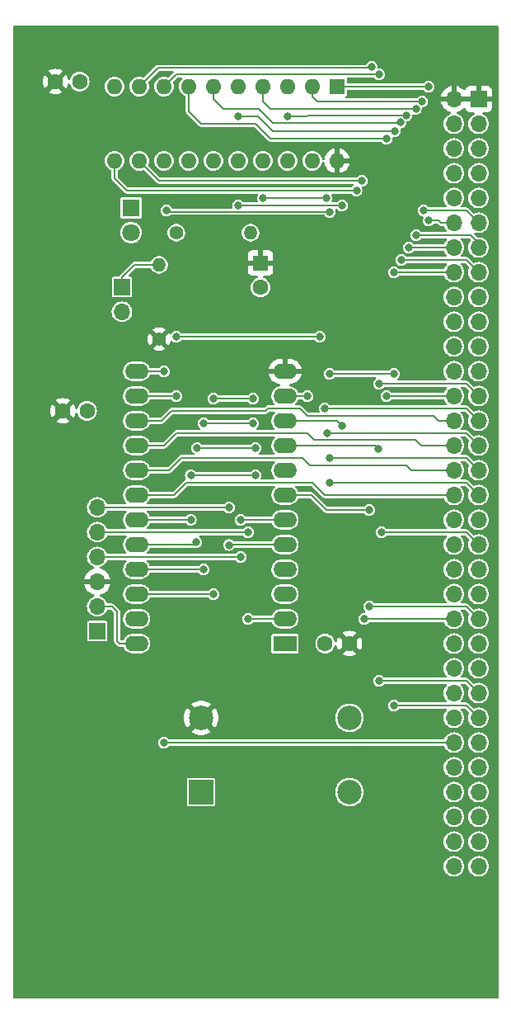
<source format=gtl>
G04 #@! TF.GenerationSoftware,KiCad,Pcbnew,8.0.4*
G04 #@! TF.CreationDate,2024-09-20T09:06:32-04:00*
G04 #@! TF.ProjectId,LB-68B50-02,4c422d36-3842-4353-902d-30322e6b6963,2*
G04 #@! TF.SameCoordinates,Original*
G04 #@! TF.FileFunction,Copper,L1,Top*
G04 #@! TF.FilePolarity,Positive*
%FSLAX46Y46*%
G04 Gerber Fmt 4.6, Leading zero omitted, Abs format (unit mm)*
G04 Created by KiCad (PCBNEW 8.0.4) date 2024-09-20 09:06:32*
%MOMM*%
%LPD*%
G01*
G04 APERTURE LIST*
G04 #@! TA.AperFunction,ComponentPad*
%ADD10R,1.700000X1.700000*%
G04 #@! TD*
G04 #@! TA.AperFunction,ComponentPad*
%ADD11O,1.700000X1.700000*%
G04 #@! TD*
G04 #@! TA.AperFunction,ComponentPad*
%ADD12R,2.400000X1.600000*%
G04 #@! TD*
G04 #@! TA.AperFunction,ComponentPad*
%ADD13O,2.400000X1.600000*%
G04 #@! TD*
G04 #@! TA.AperFunction,ComponentPad*
%ADD14C,1.400000*%
G04 #@! TD*
G04 #@! TA.AperFunction,ComponentPad*
%ADD15O,1.400000X1.400000*%
G04 #@! TD*
G04 #@! TA.AperFunction,ComponentPad*
%ADD16R,1.800000X1.800000*%
G04 #@! TD*
G04 #@! TA.AperFunction,ComponentPad*
%ADD17C,1.800000*%
G04 #@! TD*
G04 #@! TA.AperFunction,ComponentPad*
%ADD18R,1.600000X1.600000*%
G04 #@! TD*
G04 #@! TA.AperFunction,ComponentPad*
%ADD19O,1.600000X1.600000*%
G04 #@! TD*
G04 #@! TA.AperFunction,ComponentPad*
%ADD20C,1.600000*%
G04 #@! TD*
G04 #@! TA.AperFunction,ComponentPad*
%ADD21R,2.500000X2.500000*%
G04 #@! TD*
G04 #@! TA.AperFunction,ComponentPad*
%ADD22C,2.500000*%
G04 #@! TD*
G04 #@! TA.AperFunction,ViaPad*
%ADD23C,0.800000*%
G04 #@! TD*
G04 #@! TA.AperFunction,Conductor*
%ADD24C,0.203200*%
G04 #@! TD*
G04 APERTURE END LIST*
D10*
X179890000Y-54615000D03*
D11*
X177350000Y-54615000D03*
X179890000Y-57155000D03*
X177350000Y-57155000D03*
X179890000Y-59695000D03*
X177350000Y-59695000D03*
X179890000Y-62235000D03*
X177350000Y-62235000D03*
X179890000Y-64775000D03*
X177350000Y-64775000D03*
X179890000Y-67315000D03*
X177350000Y-67315000D03*
X179890000Y-69855000D03*
X177350000Y-69855000D03*
X179890000Y-72395000D03*
X177350000Y-72395000D03*
X179890000Y-74935000D03*
X177350000Y-74935000D03*
X179890000Y-77475000D03*
X177350000Y-77475000D03*
X179890000Y-80015000D03*
X177350000Y-80015000D03*
X179890000Y-82555000D03*
X177350000Y-82555000D03*
X179890000Y-85095000D03*
X177350000Y-85095000D03*
X179890000Y-87635000D03*
X177350000Y-87635000D03*
X179890000Y-90175000D03*
X177350000Y-90175000D03*
X179890000Y-92715000D03*
X177350000Y-92715000D03*
X179890000Y-95255000D03*
X177350000Y-95255000D03*
X179890000Y-97795000D03*
X177350000Y-97795000D03*
X179890000Y-100335000D03*
X177350000Y-100335000D03*
X179890000Y-102875000D03*
X177350000Y-102875000D03*
X179890000Y-105415000D03*
X177350000Y-105415000D03*
X179890000Y-107955000D03*
X177350000Y-107955000D03*
X179890000Y-110495000D03*
X177350000Y-110495000D03*
X179890000Y-113035000D03*
X177350000Y-113035000D03*
X179890000Y-115575000D03*
X177350000Y-115575000D03*
X179890000Y-118115000D03*
X177350000Y-118115000D03*
X179890000Y-120655000D03*
X177350000Y-120655000D03*
X179890000Y-123195000D03*
X177350000Y-123195000D03*
X179890000Y-125735000D03*
X177350000Y-125735000D03*
X179890000Y-128275000D03*
X177350000Y-128275000D03*
X179890000Y-130815000D03*
X177350000Y-130815000D03*
X179890000Y-133355000D03*
X177350000Y-133355000D03*
D12*
X160000000Y-110495000D03*
D13*
X160000000Y-107955000D03*
X160000000Y-105415000D03*
X160000000Y-102875000D03*
X160000000Y-100335000D03*
X160000000Y-97795000D03*
X160000000Y-95255000D03*
X160000000Y-92715000D03*
X160000000Y-90175000D03*
X160000000Y-87635000D03*
X160000000Y-85095000D03*
X160000000Y-82555000D03*
X144760000Y-82555000D03*
X144760000Y-85095000D03*
X144760000Y-87635000D03*
X144760000Y-90175000D03*
X144760000Y-92715000D03*
X144760000Y-95255000D03*
X144760000Y-97795000D03*
X144760000Y-100335000D03*
X144760000Y-102875000D03*
X144760000Y-105415000D03*
X144760000Y-107955000D03*
X144760000Y-110495000D03*
D14*
X147066000Y-79248000D03*
D15*
X147066000Y-71628000D03*
D16*
X144180000Y-65781000D03*
D17*
X144180000Y-68321000D03*
D18*
X165354000Y-53340000D03*
D19*
X162814000Y-53340000D03*
X160274000Y-53340000D03*
X157734000Y-53340000D03*
X155194000Y-53340000D03*
X152654000Y-53340000D03*
X150114000Y-53340000D03*
X147574000Y-53340000D03*
X145034000Y-53340000D03*
X142494000Y-53340000D03*
X142494000Y-60960000D03*
X145034000Y-60960000D03*
X147574000Y-60960000D03*
X150114000Y-60960000D03*
X152654000Y-60960000D03*
X155194000Y-60960000D03*
X157734000Y-60960000D03*
X160274000Y-60960000D03*
X162814000Y-60960000D03*
X165354000Y-60960000D03*
D20*
X164124000Y-110490000D03*
X166624000Y-110490000D03*
X139680000Y-86614000D03*
X137180000Y-86614000D03*
D10*
X140716000Y-109220000D03*
D11*
X140716000Y-106680000D03*
X140716000Y-104140000D03*
X140716000Y-101600000D03*
X140716000Y-99060000D03*
X140716000Y-96520000D03*
D14*
X148844000Y-68326000D03*
D15*
X156464000Y-68326000D03*
D18*
X157480000Y-71438888D03*
D20*
X157480000Y-73938888D03*
D10*
X143256000Y-73909000D03*
D11*
X143256000Y-76449000D03*
D21*
X151384000Y-125730000D03*
D22*
X166624000Y-125730000D03*
X166624000Y-118110000D03*
X151384000Y-118110000D03*
D20*
X138918000Y-52832000D03*
X136418000Y-52832000D03*
D23*
X155194000Y-56388000D03*
X171196000Y-72390000D03*
X171304500Y-57904239D03*
X173445000Y-55626000D03*
X173482000Y-68580000D03*
X172466000Y-56279500D03*
X160274000Y-56388000D03*
X172720000Y-69850000D03*
X174244000Y-66040000D03*
X174098500Y-54864000D03*
X174752000Y-67056000D03*
X174752000Y-53340000D03*
X150331000Y-93218000D03*
X156972000Y-93218000D03*
X150331000Y-97790000D03*
X164592000Y-93980000D03*
X169672000Y-52070000D03*
X169672000Y-83820000D03*
X170434000Y-58674000D03*
X170434000Y-85090000D03*
X150984500Y-90424000D03*
X156972000Y-90424000D03*
X150876000Y-100076000D03*
X164592000Y-91440000D03*
X156718000Y-85344000D03*
X152654000Y-105410000D03*
X164084000Y-86360000D03*
X152654000Y-85344000D03*
X151638000Y-87884000D03*
X164338000Y-88900000D03*
X151638000Y-102870000D03*
X156718000Y-87884000D03*
X171958000Y-71120000D03*
X171860660Y-57014130D03*
X164592000Y-66186000D03*
X164592000Y-82804000D03*
X147828000Y-66040000D03*
X171196000Y-82804000D03*
X171196000Y-116840000D03*
X168656000Y-106680000D03*
X168656000Y-96774000D03*
X168148000Y-107950000D03*
X167894000Y-62992000D03*
X167348500Y-64008000D03*
X169672000Y-114300000D03*
X147574000Y-120650000D03*
X147574000Y-82550000D03*
X157734000Y-64770000D03*
X164267499Y-64770000D03*
X165862000Y-88138000D03*
X155194000Y-65532000D03*
X165862000Y-65532000D03*
X162306000Y-85090000D03*
X148844000Y-85090000D03*
X148844000Y-78994000D03*
X163576000Y-78994000D03*
X168910000Y-51308000D03*
X169608500Y-90487500D03*
X169926000Y-99060000D03*
X155448000Y-101600000D03*
X155448000Y-97790000D03*
X156210000Y-107950000D03*
X156210000Y-99060000D03*
X154254200Y-100380800D03*
X154254200Y-96520000D03*
D24*
X171201000Y-72395000D02*
X171196000Y-72390000D01*
X157233761Y-56388000D02*
X158750000Y-57904239D01*
X155194000Y-56388000D02*
X157233761Y-56388000D01*
X171304500Y-57904239D02*
X158750000Y-57904239D01*
X177350000Y-72395000D02*
X171201000Y-72395000D01*
X179890000Y-69400000D02*
X179070000Y-68580000D01*
X157734000Y-54864000D02*
X157734000Y-53340000D01*
X158496000Y-55626000D02*
X157734000Y-54864000D01*
X179070000Y-68580000D02*
X173482000Y-68580000D01*
X173445000Y-55626000D02*
X158496000Y-55626000D01*
X177350000Y-69855000D02*
X172725000Y-69855000D01*
X160274000Y-56388000D02*
X162197500Y-56388000D01*
X162306000Y-56279500D02*
X172466000Y-56279500D01*
X162197500Y-56388000D02*
X162306000Y-56279500D01*
X172725000Y-69855000D02*
X172720000Y-69850000D01*
X174244000Y-66040000D02*
X178615000Y-66040000D01*
X162814000Y-54356000D02*
X163322000Y-54864000D01*
X163322000Y-54864000D02*
X174098500Y-54864000D01*
X162814000Y-53340000D02*
X162814000Y-54356000D01*
X178615000Y-66040000D02*
X179890000Y-67315000D01*
X165354000Y-53340000D02*
X174752000Y-53340000D01*
X177350000Y-67315000D02*
X176027000Y-67315000D01*
X175768000Y-67056000D02*
X174752000Y-67056000D01*
X176027000Y-67315000D02*
X175768000Y-67056000D01*
X162814000Y-93980000D02*
X149860000Y-93980000D01*
X149860000Y-93980000D02*
X148585000Y-95255000D01*
X148585000Y-95255000D02*
X144760000Y-95255000D01*
X164089000Y-95255000D02*
X162814000Y-93980000D01*
X177350000Y-95255000D02*
X164089000Y-95255000D01*
X179890000Y-95255000D02*
X178615000Y-93980000D01*
X156972000Y-93218000D02*
X150331000Y-93218000D01*
X150331000Y-97790000D02*
X150326000Y-97795000D01*
X150326000Y-97795000D02*
X144760000Y-97795000D01*
X178615000Y-93980000D02*
X164592000Y-93980000D01*
X172461000Y-92202000D02*
X172974000Y-92715000D01*
X149352000Y-91440000D02*
X161798000Y-91440000D01*
X161798000Y-91440000D02*
X162560000Y-92202000D01*
X144760000Y-92715000D02*
X148077000Y-92715000D01*
X162560000Y-92202000D02*
X172461000Y-92202000D01*
X172974000Y-92715000D02*
X177350000Y-92715000D01*
X148077000Y-92715000D02*
X149352000Y-91440000D01*
X162306000Y-88900000D02*
X162960000Y-89554000D01*
X173369000Y-89554000D02*
X173990000Y-90175000D01*
X147569000Y-90175000D02*
X148844000Y-88900000D01*
X162960000Y-89554000D02*
X173369000Y-89554000D01*
X173990000Y-90175000D02*
X177350000Y-90175000D01*
X144760000Y-90175000D02*
X147569000Y-90175000D01*
X148844000Y-88900000D02*
X162306000Y-88900000D01*
X169672000Y-83820000D02*
X178615000Y-83820000D01*
X169672000Y-52070000D02*
X148844000Y-52070000D01*
X178615000Y-83820000D02*
X179890000Y-85095000D01*
X148844000Y-52070000D02*
X147574000Y-53340000D01*
X170439000Y-85095000D02*
X170434000Y-85090000D01*
X170434000Y-58674000D02*
X158496000Y-58674000D01*
X151384000Y-57150000D02*
X156972000Y-57150000D01*
X150114000Y-55880000D02*
X151384000Y-57150000D01*
X156972000Y-57150000D02*
X158496000Y-58674000D01*
X150114000Y-53340000D02*
X150114000Y-55880000D01*
X177350000Y-85095000D02*
X170439000Y-85095000D01*
X179890000Y-92715000D02*
X178615000Y-91440000D01*
X178615000Y-91440000D02*
X164592000Y-91440000D01*
X150617000Y-100335000D02*
X144760000Y-100335000D01*
X156972000Y-90424000D02*
X150984500Y-90424000D01*
X150876000Y-100076000D02*
X150617000Y-100335000D01*
X175255000Y-87122000D02*
X162306000Y-87122000D01*
X175768000Y-87635000D02*
X175255000Y-87122000D01*
X161544000Y-86360000D02*
X158242000Y-86360000D01*
X177350000Y-87635000D02*
X175768000Y-87635000D01*
X148336000Y-86614000D02*
X147315000Y-87635000D01*
X157988000Y-86614000D02*
X148336000Y-86614000D01*
X162306000Y-87122000D02*
X161544000Y-86360000D01*
X158242000Y-86360000D02*
X157988000Y-86614000D01*
X147315000Y-87635000D02*
X144760000Y-87635000D01*
X178615000Y-86360000D02*
X164084000Y-86360000D01*
X144760000Y-105415000D02*
X152649000Y-105415000D01*
X179890000Y-87635000D02*
X178615000Y-86360000D01*
X156718000Y-85344000D02*
X152654000Y-85344000D01*
X152649000Y-105415000D02*
X152654000Y-105410000D01*
X179890000Y-90175000D02*
X178615000Y-88900000D01*
X178615000Y-88900000D02*
X164338000Y-88900000D01*
X151633000Y-102875000D02*
X151638000Y-102870000D01*
X144760000Y-102875000D02*
X151633000Y-102875000D01*
X156718000Y-87884000D02*
X151638000Y-87884000D01*
X171860660Y-57014130D02*
X171832790Y-57042000D01*
X179890000Y-72395000D02*
X178615000Y-71120000D01*
X157334000Y-55626000D02*
X158750000Y-57042000D01*
X178615000Y-71120000D02*
X171958000Y-71120000D01*
X152654000Y-53340000D02*
X152654000Y-54610000D01*
X171832790Y-57042000D02*
X158750000Y-57042000D01*
X153670000Y-55626000D02*
X157334000Y-55626000D01*
X152654000Y-54610000D02*
X153670000Y-55626000D01*
X147974000Y-66186000D02*
X164592000Y-66186000D01*
X147828000Y-66040000D02*
X147974000Y-66186000D01*
X178615000Y-116840000D02*
X179890000Y-118115000D01*
X171196000Y-116840000D02*
X178615000Y-116840000D01*
X164592000Y-82804000D02*
X171196000Y-82804000D01*
X178615000Y-106680000D02*
X179890000Y-107955000D01*
X164236400Y-96774000D02*
X168656000Y-96774000D01*
X178615000Y-106680000D02*
X168656000Y-106680000D01*
X160000000Y-95255000D02*
X162717400Y-95255000D01*
X162717400Y-95255000D02*
X164236400Y-96774000D01*
X177350000Y-107955000D02*
X168153000Y-107955000D01*
X147066000Y-62992000D02*
X145034000Y-60960000D01*
X167894000Y-62992000D02*
X147066000Y-62992000D01*
X168153000Y-107955000D02*
X168148000Y-107950000D01*
X142494000Y-60960000D02*
X142494000Y-62738000D01*
X142494000Y-62738000D02*
X143764000Y-64008000D01*
X169672000Y-114300000D02*
X178615000Y-114300000D01*
X143764000Y-64008000D02*
X167348500Y-64008000D01*
X178615000Y-114300000D02*
X179890000Y-115575000D01*
X147574000Y-82550000D02*
X147569000Y-82555000D01*
X177350000Y-120655000D02*
X147579000Y-120655000D01*
X147579000Y-120655000D02*
X147574000Y-120650000D01*
X147569000Y-82555000D02*
X144760000Y-82555000D01*
X157734000Y-64770000D02*
X164267499Y-64770000D01*
X160000000Y-87635000D02*
X165359000Y-87635000D01*
X165359000Y-87635000D02*
X165862000Y-88138000D01*
X165862000Y-65532000D02*
X155194000Y-65532000D01*
X160000000Y-85095000D02*
X162301000Y-85095000D01*
X162301000Y-85095000D02*
X162306000Y-85090000D01*
X148839000Y-85095000D02*
X144760000Y-85095000D01*
X148844000Y-85090000D02*
X148839000Y-85095000D01*
X163576000Y-78994000D02*
X148844000Y-78994000D01*
X143256000Y-73909000D02*
X143256000Y-72898000D01*
X144526000Y-71628000D02*
X147066000Y-71628000D01*
X143256000Y-72898000D02*
X144526000Y-71628000D01*
X160000000Y-90175000D02*
X169296000Y-90175000D01*
X169296000Y-90175000D02*
X169608500Y-90487500D01*
X168802000Y-51416000D02*
X146958000Y-51416000D01*
X179890000Y-100335000D02*
X178615000Y-99060000D01*
X178615000Y-99060000D02*
X169926000Y-99060000D01*
X168910000Y-51308000D02*
X168802000Y-51416000D01*
X146958000Y-51416000D02*
X145034000Y-53340000D01*
X140716000Y-106680000D02*
X142240000Y-106680000D01*
X142748000Y-107188000D02*
X142748000Y-110236000D01*
X142240000Y-106680000D02*
X142748000Y-107188000D01*
X143007000Y-110495000D02*
X144760000Y-110495000D01*
X142748000Y-110236000D02*
X143007000Y-110495000D01*
X140716000Y-101600000D02*
X155448000Y-101600000D01*
X155453000Y-97795000D02*
X160000000Y-97795000D01*
X155448000Y-97790000D02*
X155453000Y-97795000D01*
X156215000Y-107955000D02*
X160000000Y-107955000D01*
X140716000Y-99060000D02*
X156210000Y-99060000D01*
X156210000Y-107950000D02*
X156215000Y-107955000D01*
X155829000Y-100304600D02*
X155859400Y-100335000D01*
X160000000Y-100335000D02*
X154300000Y-100335000D01*
X154300000Y-100335000D02*
X154254200Y-100380800D01*
X155859400Y-100335000D02*
X160000000Y-100335000D01*
X140716000Y-96520000D02*
X154254200Y-96520000D01*
G04 #@! TA.AperFunction,Conductor*
G36*
X179424075Y-54422007D02*
G01*
X179390000Y-54549174D01*
X179390000Y-54680826D01*
X179424075Y-54807993D01*
X179459297Y-54869000D01*
X177780703Y-54869000D01*
X177815925Y-54807993D01*
X177850000Y-54680826D01*
X177850000Y-54549174D01*
X177815925Y-54422007D01*
X177780703Y-54361000D01*
X179459297Y-54361000D01*
X179424075Y-54422007D01*
G37*
G04 #@! TD.AperFunction*
G04 #@! TA.AperFunction,Conductor*
G36*
X181866621Y-47095502D02*
G01*
X181913114Y-47149158D01*
X181924500Y-47201500D01*
X181924500Y-146798500D01*
X181904498Y-146866621D01*
X181850842Y-146913114D01*
X181798500Y-146924500D01*
X132206000Y-146924500D01*
X132137879Y-146904498D01*
X132091386Y-146850842D01*
X132080000Y-146798500D01*
X132080000Y-133354997D01*
X176291202Y-133354997D01*
X176291202Y-133355002D01*
X176311545Y-133561554D01*
X176311546Y-133561560D01*
X176311547Y-133561561D01*
X176371798Y-133760184D01*
X176469642Y-133943237D01*
X176601317Y-134103683D01*
X176761763Y-134235358D01*
X176944816Y-134333202D01*
X177143439Y-134393453D01*
X177143443Y-134393453D01*
X177143445Y-134393454D01*
X177349997Y-134413798D01*
X177350000Y-134413798D01*
X177350003Y-134413798D01*
X177556554Y-134393454D01*
X177556555Y-134393453D01*
X177556561Y-134393453D01*
X177755184Y-134333202D01*
X177938237Y-134235358D01*
X178098683Y-134103683D01*
X178230358Y-133943237D01*
X178328202Y-133760184D01*
X178388453Y-133561561D01*
X178408798Y-133355000D01*
X178408798Y-133354997D01*
X178831202Y-133354997D01*
X178831202Y-133355002D01*
X178851545Y-133561554D01*
X178851546Y-133561560D01*
X178851547Y-133561561D01*
X178911798Y-133760184D01*
X179009642Y-133943237D01*
X179141317Y-134103683D01*
X179301763Y-134235358D01*
X179484816Y-134333202D01*
X179683439Y-134393453D01*
X179683443Y-134393453D01*
X179683445Y-134393454D01*
X179889997Y-134413798D01*
X179890000Y-134413798D01*
X179890003Y-134413798D01*
X180096554Y-134393454D01*
X180096555Y-134393453D01*
X180096561Y-134393453D01*
X180295184Y-134333202D01*
X180478237Y-134235358D01*
X180638683Y-134103683D01*
X180770358Y-133943237D01*
X180868202Y-133760184D01*
X180928453Y-133561561D01*
X180948798Y-133355000D01*
X180928453Y-133148439D01*
X180868202Y-132949816D01*
X180770358Y-132766763D01*
X180638683Y-132606317D01*
X180478237Y-132474642D01*
X180295184Y-132376798D01*
X180096561Y-132316547D01*
X180096560Y-132316546D01*
X180096554Y-132316545D01*
X179890003Y-132296202D01*
X179889997Y-132296202D01*
X179683445Y-132316545D01*
X179484815Y-132376798D01*
X179301762Y-132474642D01*
X179141317Y-132606317D01*
X179009642Y-132766762D01*
X178911798Y-132949815D01*
X178851545Y-133148445D01*
X178831202Y-133354997D01*
X178408798Y-133354997D01*
X178388453Y-133148439D01*
X178328202Y-132949816D01*
X178230358Y-132766763D01*
X178098683Y-132606317D01*
X177938237Y-132474642D01*
X177755184Y-132376798D01*
X177556561Y-132316547D01*
X177556560Y-132316546D01*
X177556554Y-132316545D01*
X177350003Y-132296202D01*
X177349997Y-132296202D01*
X177143445Y-132316545D01*
X176944815Y-132376798D01*
X176761762Y-132474642D01*
X176601317Y-132606317D01*
X176469642Y-132766762D01*
X176371798Y-132949815D01*
X176311545Y-133148445D01*
X176291202Y-133354997D01*
X132080000Y-133354997D01*
X132080000Y-130814997D01*
X176291202Y-130814997D01*
X176291202Y-130815002D01*
X176311545Y-131021554D01*
X176311546Y-131021560D01*
X176311547Y-131021561D01*
X176371798Y-131220184D01*
X176469642Y-131403237D01*
X176601317Y-131563683D01*
X176761763Y-131695358D01*
X176944816Y-131793202D01*
X177143439Y-131853453D01*
X177143443Y-131853453D01*
X177143445Y-131853454D01*
X177349997Y-131873798D01*
X177350000Y-131873798D01*
X177350003Y-131873798D01*
X177556554Y-131853454D01*
X177556555Y-131853453D01*
X177556561Y-131853453D01*
X177755184Y-131793202D01*
X177938237Y-131695358D01*
X178098683Y-131563683D01*
X178230358Y-131403237D01*
X178328202Y-131220184D01*
X178388453Y-131021561D01*
X178408798Y-130815000D01*
X178408798Y-130814997D01*
X178831202Y-130814997D01*
X178831202Y-130815002D01*
X178851545Y-131021554D01*
X178851546Y-131021560D01*
X178851547Y-131021561D01*
X178911798Y-131220184D01*
X179009642Y-131403237D01*
X179141317Y-131563683D01*
X179301763Y-131695358D01*
X179484816Y-131793202D01*
X179683439Y-131853453D01*
X179683443Y-131853453D01*
X179683445Y-131853454D01*
X179889997Y-131873798D01*
X179890000Y-131873798D01*
X179890003Y-131873798D01*
X180096554Y-131853454D01*
X180096555Y-131853453D01*
X180096561Y-131853453D01*
X180295184Y-131793202D01*
X180478237Y-131695358D01*
X180638683Y-131563683D01*
X180770358Y-131403237D01*
X180868202Y-131220184D01*
X180928453Y-131021561D01*
X180948798Y-130815000D01*
X180928453Y-130608439D01*
X180868202Y-130409816D01*
X180770358Y-130226763D01*
X180638683Y-130066317D01*
X180478237Y-129934642D01*
X180295184Y-129836798D01*
X180096561Y-129776547D01*
X180096560Y-129776546D01*
X180096554Y-129776545D01*
X179890003Y-129756202D01*
X179889997Y-129756202D01*
X179683445Y-129776545D01*
X179484815Y-129836798D01*
X179301762Y-129934642D01*
X179141317Y-130066317D01*
X179009642Y-130226762D01*
X178911798Y-130409815D01*
X178851545Y-130608445D01*
X178831202Y-130814997D01*
X178408798Y-130814997D01*
X178388453Y-130608439D01*
X178328202Y-130409816D01*
X178230358Y-130226763D01*
X178098683Y-130066317D01*
X177938237Y-129934642D01*
X177755184Y-129836798D01*
X177556561Y-129776547D01*
X177556560Y-129776546D01*
X177556554Y-129776545D01*
X177350003Y-129756202D01*
X177349997Y-129756202D01*
X177143445Y-129776545D01*
X176944815Y-129836798D01*
X176761762Y-129934642D01*
X176601317Y-130066317D01*
X176469642Y-130226762D01*
X176371798Y-130409815D01*
X176311545Y-130608445D01*
X176291202Y-130814997D01*
X132080000Y-130814997D01*
X132080000Y-128274997D01*
X176291202Y-128274997D01*
X176291202Y-128275002D01*
X176311545Y-128481554D01*
X176311546Y-128481560D01*
X176311547Y-128481561D01*
X176371798Y-128680184D01*
X176469642Y-128863237D01*
X176601317Y-129023683D01*
X176761763Y-129155358D01*
X176944816Y-129253202D01*
X177143439Y-129313453D01*
X177143443Y-129313453D01*
X177143445Y-129313454D01*
X177349997Y-129333798D01*
X177350000Y-129333798D01*
X177350003Y-129333798D01*
X177556554Y-129313454D01*
X177556555Y-129313453D01*
X177556561Y-129313453D01*
X177755184Y-129253202D01*
X177938237Y-129155358D01*
X178098683Y-129023683D01*
X178230358Y-128863237D01*
X178328202Y-128680184D01*
X178388453Y-128481561D01*
X178408798Y-128275000D01*
X178408798Y-128274997D01*
X178831202Y-128274997D01*
X178831202Y-128275002D01*
X178851545Y-128481554D01*
X178851546Y-128481560D01*
X178851547Y-128481561D01*
X178911798Y-128680184D01*
X179009642Y-128863237D01*
X179141317Y-129023683D01*
X179301763Y-129155358D01*
X179484816Y-129253202D01*
X179683439Y-129313453D01*
X179683443Y-129313453D01*
X179683445Y-129313454D01*
X179889997Y-129333798D01*
X179890000Y-129333798D01*
X179890003Y-129333798D01*
X180096554Y-129313454D01*
X180096555Y-129313453D01*
X180096561Y-129313453D01*
X180295184Y-129253202D01*
X180478237Y-129155358D01*
X180638683Y-129023683D01*
X180770358Y-128863237D01*
X180868202Y-128680184D01*
X180928453Y-128481561D01*
X180948798Y-128275000D01*
X180928453Y-128068439D01*
X180868202Y-127869816D01*
X180770358Y-127686763D01*
X180638683Y-127526317D01*
X180478237Y-127394642D01*
X180295184Y-127296798D01*
X180096561Y-127236547D01*
X180096560Y-127236546D01*
X180096554Y-127236545D01*
X179890003Y-127216202D01*
X179889997Y-127216202D01*
X179683445Y-127236545D01*
X179484815Y-127296798D01*
X179301762Y-127394642D01*
X179141317Y-127526317D01*
X179009642Y-127686762D01*
X178911798Y-127869815D01*
X178851545Y-128068445D01*
X178831202Y-128274997D01*
X178408798Y-128274997D01*
X178388453Y-128068439D01*
X178328202Y-127869816D01*
X178230358Y-127686763D01*
X178098683Y-127526317D01*
X177938237Y-127394642D01*
X177755184Y-127296798D01*
X177556561Y-127236547D01*
X177556560Y-127236546D01*
X177556554Y-127236545D01*
X177350003Y-127216202D01*
X177349997Y-127216202D01*
X177143445Y-127236545D01*
X176944815Y-127296798D01*
X176761762Y-127394642D01*
X176601317Y-127526317D01*
X176469642Y-127686762D01*
X176371798Y-127869815D01*
X176311545Y-128068445D01*
X176291202Y-128274997D01*
X132080000Y-128274997D01*
X132080000Y-124459935D01*
X149930300Y-124459935D01*
X149930300Y-127000064D01*
X149942118Y-127059479D01*
X149946357Y-127065823D01*
X149987140Y-127126860D01*
X150054520Y-127171881D01*
X150113936Y-127183700D01*
X150113941Y-127183700D01*
X152654059Y-127183700D01*
X152654064Y-127183700D01*
X152713480Y-127171881D01*
X152780860Y-127126860D01*
X152825881Y-127059480D01*
X152837700Y-127000064D01*
X152837700Y-125730000D01*
X165165318Y-125730000D01*
X165182848Y-125941554D01*
X165185214Y-125970098D01*
X165244351Y-126203629D01*
X165244353Y-126203633D01*
X165341127Y-126424256D01*
X165472895Y-126625941D01*
X165472898Y-126625945D01*
X165472900Y-126625947D01*
X165636058Y-126803184D01*
X165826176Y-126951159D01*
X165826177Y-126951160D01*
X166038054Y-127065822D01*
X166038056Y-127065823D01*
X166157690Y-127106893D01*
X166265915Y-127144047D01*
X166503543Y-127183700D01*
X166503547Y-127183700D01*
X166744453Y-127183700D01*
X166744457Y-127183700D01*
X166982085Y-127144047D01*
X167209946Y-127065822D01*
X167421823Y-126951160D01*
X167611938Y-126803187D01*
X167775105Y-126625941D01*
X167906873Y-126424256D01*
X168003647Y-126203633D01*
X168062787Y-125970091D01*
X168082268Y-125734997D01*
X176291202Y-125734997D01*
X176291202Y-125735002D01*
X176311545Y-125941554D01*
X176311546Y-125941560D01*
X176311547Y-125941561D01*
X176371798Y-126140184D01*
X176469642Y-126323237D01*
X176601317Y-126483683D01*
X176761763Y-126615358D01*
X176944816Y-126713202D01*
X177143439Y-126773453D01*
X177143443Y-126773453D01*
X177143445Y-126773454D01*
X177349997Y-126793798D01*
X177350000Y-126793798D01*
X177350003Y-126793798D01*
X177556554Y-126773454D01*
X177556555Y-126773453D01*
X177556561Y-126773453D01*
X177755184Y-126713202D01*
X177938237Y-126615358D01*
X178098683Y-126483683D01*
X178230358Y-126323237D01*
X178328202Y-126140184D01*
X178388453Y-125941561D01*
X178408798Y-125735000D01*
X178408798Y-125734997D01*
X178831202Y-125734997D01*
X178831202Y-125735002D01*
X178851545Y-125941554D01*
X178851546Y-125941560D01*
X178851547Y-125941561D01*
X178911798Y-126140184D01*
X179009642Y-126323237D01*
X179141317Y-126483683D01*
X179301763Y-126615358D01*
X179484816Y-126713202D01*
X179683439Y-126773453D01*
X179683443Y-126773453D01*
X179683445Y-126773454D01*
X179889997Y-126793798D01*
X179890000Y-126793798D01*
X179890003Y-126793798D01*
X180096554Y-126773454D01*
X180096555Y-126773453D01*
X180096561Y-126773453D01*
X180295184Y-126713202D01*
X180478237Y-126615358D01*
X180638683Y-126483683D01*
X180770358Y-126323237D01*
X180868202Y-126140184D01*
X180928453Y-125941561D01*
X180948798Y-125735000D01*
X180928453Y-125528439D01*
X180868202Y-125329816D01*
X180770358Y-125146763D01*
X180638683Y-124986317D01*
X180478237Y-124854642D01*
X180295184Y-124756798D01*
X180096561Y-124696547D01*
X180096560Y-124696546D01*
X180096554Y-124696545D01*
X179890003Y-124676202D01*
X179889997Y-124676202D01*
X179683445Y-124696545D01*
X179484815Y-124756798D01*
X179301762Y-124854642D01*
X179141317Y-124986317D01*
X179009642Y-125146762D01*
X178911798Y-125329815D01*
X178851545Y-125528445D01*
X178831202Y-125734997D01*
X178408798Y-125734997D01*
X178388453Y-125528439D01*
X178328202Y-125329816D01*
X178230358Y-125146763D01*
X178098683Y-124986317D01*
X177938237Y-124854642D01*
X177755184Y-124756798D01*
X177556561Y-124696547D01*
X177556560Y-124696546D01*
X177556554Y-124696545D01*
X177350003Y-124676202D01*
X177349997Y-124676202D01*
X177143445Y-124696545D01*
X176944815Y-124756798D01*
X176761762Y-124854642D01*
X176601317Y-124986317D01*
X176469642Y-125146762D01*
X176371798Y-125329815D01*
X176311545Y-125528445D01*
X176291202Y-125734997D01*
X168082268Y-125734997D01*
X168082682Y-125730000D01*
X168062787Y-125489909D01*
X168003647Y-125256367D01*
X167906873Y-125035744D01*
X167775105Y-124834059D01*
X167775099Y-124834052D01*
X167611941Y-124656815D01*
X167421823Y-124508840D01*
X167421822Y-124508839D01*
X167209945Y-124394177D01*
X167209943Y-124394176D01*
X166982089Y-124315954D01*
X166982082Y-124315952D01*
X166880383Y-124298981D01*
X166744457Y-124276300D01*
X166503543Y-124276300D01*
X166384623Y-124296144D01*
X166265917Y-124315952D01*
X166265910Y-124315954D01*
X166038056Y-124394176D01*
X166038054Y-124394177D01*
X165826177Y-124508839D01*
X165826176Y-124508840D01*
X165636058Y-124656815D01*
X165472900Y-124834052D01*
X165472896Y-124834057D01*
X165472895Y-124834059D01*
X165373419Y-124986317D01*
X165341125Y-125035747D01*
X165244354Y-125256363D01*
X165244351Y-125256370D01*
X165185214Y-125489901D01*
X165185213Y-125489907D01*
X165185213Y-125489909D01*
X165165318Y-125730000D01*
X152837700Y-125730000D01*
X152837700Y-124459936D01*
X152825881Y-124400520D01*
X152780860Y-124333140D01*
X152713480Y-124288119D01*
X152713479Y-124288118D01*
X152654064Y-124276300D01*
X150113936Y-124276300D01*
X150113935Y-124276300D01*
X150054520Y-124288118D01*
X149987140Y-124333140D01*
X149942118Y-124400520D01*
X149930300Y-124459935D01*
X132080000Y-124459935D01*
X132080000Y-123194997D01*
X176291202Y-123194997D01*
X176291202Y-123195002D01*
X176311545Y-123401554D01*
X176311546Y-123401560D01*
X176311547Y-123401561D01*
X176371798Y-123600184D01*
X176469642Y-123783237D01*
X176601317Y-123943683D01*
X176761763Y-124075358D01*
X176944816Y-124173202D01*
X177143439Y-124233453D01*
X177143443Y-124233453D01*
X177143445Y-124233454D01*
X177349997Y-124253798D01*
X177350000Y-124253798D01*
X177350003Y-124253798D01*
X177556554Y-124233454D01*
X177556555Y-124233453D01*
X177556561Y-124233453D01*
X177755184Y-124173202D01*
X177938237Y-124075358D01*
X178098683Y-123943683D01*
X178230358Y-123783237D01*
X178328202Y-123600184D01*
X178388453Y-123401561D01*
X178408798Y-123195000D01*
X178408798Y-123194997D01*
X178831202Y-123194997D01*
X178831202Y-123195002D01*
X178851545Y-123401554D01*
X178851546Y-123401560D01*
X178851547Y-123401561D01*
X178911798Y-123600184D01*
X179009642Y-123783237D01*
X179141317Y-123943683D01*
X179301763Y-124075358D01*
X179484816Y-124173202D01*
X179683439Y-124233453D01*
X179683443Y-124233453D01*
X179683445Y-124233454D01*
X179889997Y-124253798D01*
X179890000Y-124253798D01*
X179890003Y-124253798D01*
X180096554Y-124233454D01*
X180096555Y-124233453D01*
X180096561Y-124233453D01*
X180295184Y-124173202D01*
X180478237Y-124075358D01*
X180638683Y-123943683D01*
X180770358Y-123783237D01*
X180868202Y-123600184D01*
X180928453Y-123401561D01*
X180948798Y-123195000D01*
X180928453Y-122988439D01*
X180868202Y-122789816D01*
X180770358Y-122606763D01*
X180638683Y-122446317D01*
X180478237Y-122314642D01*
X180295184Y-122216798D01*
X180096561Y-122156547D01*
X180096560Y-122156546D01*
X180096554Y-122156545D01*
X179890003Y-122136202D01*
X179889997Y-122136202D01*
X179683445Y-122156545D01*
X179484815Y-122216798D01*
X179301762Y-122314642D01*
X179141317Y-122446317D01*
X179009642Y-122606762D01*
X178911798Y-122789815D01*
X178851545Y-122988445D01*
X178831202Y-123194997D01*
X178408798Y-123194997D01*
X178388453Y-122988439D01*
X178328202Y-122789816D01*
X178230358Y-122606763D01*
X178098683Y-122446317D01*
X177938237Y-122314642D01*
X177755184Y-122216798D01*
X177556561Y-122156547D01*
X177556560Y-122156546D01*
X177556554Y-122156545D01*
X177350003Y-122136202D01*
X177349997Y-122136202D01*
X177143445Y-122156545D01*
X176944815Y-122216798D01*
X176761762Y-122314642D01*
X176601317Y-122446317D01*
X176469642Y-122606762D01*
X176371798Y-122789815D01*
X176311545Y-122988445D01*
X176291202Y-123194997D01*
X132080000Y-123194997D01*
X132080000Y-120649999D01*
X146965091Y-120649999D01*
X146965091Y-120650000D01*
X146985839Y-120807597D01*
X147046667Y-120954454D01*
X147143435Y-121080564D01*
X147269545Y-121177332D01*
X147362153Y-121215690D01*
X147416403Y-121238161D01*
X147574000Y-121258909D01*
X147731597Y-121238161D01*
X147824205Y-121199801D01*
X147878454Y-121177332D01*
X148004561Y-121080566D01*
X148004560Y-121080566D01*
X148004564Y-121080564D01*
X148059020Y-121009594D01*
X148116357Y-120967729D01*
X148158982Y-120960300D01*
X176248050Y-120960300D01*
X176316171Y-120980302D01*
X176362664Y-121033958D01*
X176368624Y-121049722D01*
X176371797Y-121060183D01*
X176371798Y-121060184D01*
X176469642Y-121243237D01*
X176601317Y-121403683D01*
X176761763Y-121535358D01*
X176944816Y-121633202D01*
X177143439Y-121693453D01*
X177143443Y-121693453D01*
X177143445Y-121693454D01*
X177349997Y-121713798D01*
X177350000Y-121713798D01*
X177350003Y-121713798D01*
X177556554Y-121693454D01*
X177556555Y-121693453D01*
X177556561Y-121693453D01*
X177755184Y-121633202D01*
X177938237Y-121535358D01*
X178098683Y-121403683D01*
X178230358Y-121243237D01*
X178328202Y-121060184D01*
X178388453Y-120861561D01*
X178408798Y-120655000D01*
X178408798Y-120654997D01*
X178831202Y-120654997D01*
X178831202Y-120655002D01*
X178851545Y-120861554D01*
X178851546Y-120861560D01*
X178851547Y-120861561D01*
X178911798Y-121060184D01*
X179009642Y-121243237D01*
X179141317Y-121403683D01*
X179301763Y-121535358D01*
X179484816Y-121633202D01*
X179683439Y-121693453D01*
X179683443Y-121693453D01*
X179683445Y-121693454D01*
X179889997Y-121713798D01*
X179890000Y-121713798D01*
X179890003Y-121713798D01*
X180096554Y-121693454D01*
X180096555Y-121693453D01*
X180096561Y-121693453D01*
X180295184Y-121633202D01*
X180478237Y-121535358D01*
X180638683Y-121403683D01*
X180770358Y-121243237D01*
X180868202Y-121060184D01*
X180928453Y-120861561D01*
X180948798Y-120655000D01*
X180948306Y-120650000D01*
X180928454Y-120448445D01*
X180928453Y-120448443D01*
X180928453Y-120448439D01*
X180868202Y-120249816D01*
X180770358Y-120066763D01*
X180638683Y-119906317D01*
X180478237Y-119774642D01*
X180295184Y-119676798D01*
X180096561Y-119616547D01*
X180096560Y-119616546D01*
X180096554Y-119616545D01*
X179890003Y-119596202D01*
X179889997Y-119596202D01*
X179683445Y-119616545D01*
X179484815Y-119676798D01*
X179301762Y-119774642D01*
X179141317Y-119906317D01*
X179009642Y-120066762D01*
X178911798Y-120249815D01*
X178851545Y-120448445D01*
X178831202Y-120654997D01*
X178408798Y-120654997D01*
X178408306Y-120650000D01*
X178388454Y-120448445D01*
X178388453Y-120448443D01*
X178388453Y-120448439D01*
X178328202Y-120249816D01*
X178230358Y-120066763D01*
X178098683Y-119906317D01*
X177938237Y-119774642D01*
X177755184Y-119676798D01*
X177556561Y-119616547D01*
X177556560Y-119616546D01*
X177556554Y-119616545D01*
X177350003Y-119596202D01*
X177349997Y-119596202D01*
X177143445Y-119616545D01*
X176944815Y-119676798D01*
X176761762Y-119774642D01*
X176601317Y-119906317D01*
X176469642Y-120066762D01*
X176371797Y-120249816D01*
X176368624Y-120260278D01*
X176329708Y-120319658D01*
X176264866Y-120348573D01*
X176248050Y-120349700D01*
X148166655Y-120349700D01*
X148098534Y-120329698D01*
X148066693Y-120300405D01*
X148004564Y-120219436D01*
X148004562Y-120219434D01*
X148004561Y-120219433D01*
X147878454Y-120122667D01*
X147731597Y-120061839D01*
X147574000Y-120041091D01*
X147416402Y-120061839D01*
X147269549Y-120122666D01*
X147143436Y-120219436D01*
X147046666Y-120345549D01*
X146985839Y-120492402D01*
X146965091Y-120649999D01*
X132080000Y-120649999D01*
X132080000Y-118110000D01*
X149621070Y-118110000D01*
X149640760Y-118372754D01*
X149699392Y-118629634D01*
X149699393Y-118629636D01*
X149795651Y-118874900D01*
X149795653Y-118874904D01*
X149927397Y-119103092D01*
X149927400Y-119103097D01*
X149973670Y-119161117D01*
X149973672Y-119161117D01*
X150899841Y-118234947D01*
X150918075Y-118302993D01*
X150983901Y-118417007D01*
X151076993Y-118510099D01*
X151191007Y-118575925D01*
X151259051Y-118594157D01*
X150332437Y-119520770D01*
X150502532Y-119636739D01*
X150502532Y-119636740D01*
X150739923Y-119751062D01*
X150991704Y-119828728D01*
X150991712Y-119828729D01*
X151252260Y-119868000D01*
X151515740Y-119868000D01*
X151776287Y-119828729D01*
X151776295Y-119828728D01*
X152028076Y-119751062D01*
X152265467Y-119636740D01*
X152435561Y-119520770D01*
X151508948Y-118594157D01*
X151576993Y-118575925D01*
X151691007Y-118510099D01*
X151784099Y-118417007D01*
X151849925Y-118302993D01*
X151868157Y-118234948D01*
X152794327Y-119161118D01*
X152840603Y-119103090D01*
X152972346Y-118874904D01*
X152972348Y-118874900D01*
X153068606Y-118629636D01*
X153068607Y-118629634D01*
X153127239Y-118372754D01*
X153146929Y-118110000D01*
X165165318Y-118110000D01*
X165182848Y-118321554D01*
X165185214Y-118350098D01*
X165244351Y-118583629D01*
X165244354Y-118583636D01*
X165296816Y-118703237D01*
X165341127Y-118804256D01*
X165472895Y-119005941D01*
X165472898Y-119005945D01*
X165472900Y-119005947D01*
X165636058Y-119183184D01*
X165826176Y-119331159D01*
X165826177Y-119331160D01*
X166038054Y-119445822D01*
X166038056Y-119445823D01*
X166157690Y-119486893D01*
X166265915Y-119524047D01*
X166503543Y-119563700D01*
X166503547Y-119563700D01*
X166744453Y-119563700D01*
X166744457Y-119563700D01*
X166982085Y-119524047D01*
X167209946Y-119445822D01*
X167421823Y-119331160D01*
X167611938Y-119183187D01*
X167775105Y-119005941D01*
X167906873Y-118804256D01*
X168003647Y-118583633D01*
X168062787Y-118350091D01*
X168082682Y-118110000D01*
X168062787Y-117869909D01*
X168045842Y-117802993D01*
X168003648Y-117636370D01*
X168003645Y-117636363D01*
X167906873Y-117415744D01*
X167775105Y-117214059D01*
X167775099Y-117214052D01*
X167611941Y-117036815D01*
X167421823Y-116888840D01*
X167421822Y-116888839D01*
X167209945Y-116774177D01*
X167209943Y-116774176D01*
X166982089Y-116695954D01*
X166982082Y-116695952D01*
X166880383Y-116678981D01*
X166744457Y-116656300D01*
X166503543Y-116656300D01*
X166384623Y-116676144D01*
X166265917Y-116695952D01*
X166265910Y-116695954D01*
X166038056Y-116774176D01*
X166038054Y-116774177D01*
X165826177Y-116888839D01*
X165826176Y-116888840D01*
X165636058Y-117036815D01*
X165472900Y-117214052D01*
X165472896Y-117214057D01*
X165472895Y-117214059D01*
X165387285Y-117345095D01*
X165341125Y-117415747D01*
X165244354Y-117636363D01*
X165244351Y-117636370D01*
X165185214Y-117869901D01*
X165185213Y-117869907D01*
X165185213Y-117869909D01*
X165165318Y-118110000D01*
X153146929Y-118110000D01*
X153127239Y-117847245D01*
X153068607Y-117590365D01*
X153068606Y-117590363D01*
X152972348Y-117345099D01*
X152972346Y-117345095D01*
X152840605Y-117116913D01*
X152840600Y-117116905D01*
X152794328Y-117058881D01*
X152794326Y-117058881D01*
X151868157Y-117985050D01*
X151849925Y-117917007D01*
X151784099Y-117802993D01*
X151691007Y-117709901D01*
X151576993Y-117644075D01*
X151508948Y-117625842D01*
X152435560Y-116699229D01*
X152435560Y-116699228D01*
X152265467Y-116583259D01*
X152028076Y-116468937D01*
X151776295Y-116391271D01*
X151776287Y-116391270D01*
X151515740Y-116352000D01*
X151252260Y-116352000D01*
X150991712Y-116391270D01*
X150991704Y-116391271D01*
X150739923Y-116468937D01*
X150502532Y-116583259D01*
X150502525Y-116583263D01*
X150332438Y-116699227D01*
X150332438Y-116699229D01*
X151259051Y-117625842D01*
X151191007Y-117644075D01*
X151076993Y-117709901D01*
X150983901Y-117802993D01*
X150918075Y-117917007D01*
X150899842Y-117985051D01*
X149973671Y-117058880D01*
X149973670Y-117058881D01*
X149927400Y-117116904D01*
X149927397Y-117116907D01*
X149795653Y-117345095D01*
X149795651Y-117345099D01*
X149699393Y-117590363D01*
X149699392Y-117590365D01*
X149640760Y-117847245D01*
X149621070Y-118110000D01*
X132080000Y-118110000D01*
X132080000Y-114299999D01*
X169063091Y-114299999D01*
X169063091Y-114300000D01*
X169083839Y-114457597D01*
X169144667Y-114604454D01*
X169241435Y-114730564D01*
X169367545Y-114827332D01*
X169460153Y-114865690D01*
X169514403Y-114888161D01*
X169672000Y-114908909D01*
X169829597Y-114888161D01*
X169922205Y-114849801D01*
X169976454Y-114827332D01*
X170102564Y-114730564D01*
X170160857Y-114654596D01*
X170218195Y-114612729D01*
X170260819Y-114605300D01*
X176518481Y-114605300D01*
X176586602Y-114625302D01*
X176633095Y-114678958D01*
X176643199Y-114749232D01*
X176613705Y-114813812D01*
X176605526Y-114821773D01*
X176605693Y-114821940D01*
X176601321Y-114826311D01*
X176469642Y-114986762D01*
X176371798Y-115169815D01*
X176311545Y-115368445D01*
X176291202Y-115574997D01*
X176291202Y-115575002D01*
X176311545Y-115781554D01*
X176311546Y-115781560D01*
X176311547Y-115781561D01*
X176371798Y-115980184D01*
X176469642Y-116163237D01*
X176525328Y-116231091D01*
X176605244Y-116328468D01*
X176603057Y-116330262D01*
X176631264Y-116381917D01*
X176626199Y-116452732D01*
X176583652Y-116509568D01*
X176517132Y-116534379D01*
X176508143Y-116534700D01*
X171784819Y-116534700D01*
X171716698Y-116514698D01*
X171684857Y-116485404D01*
X171626564Y-116409435D01*
X171500454Y-116312667D01*
X171353597Y-116251839D01*
X171196000Y-116231091D01*
X171038402Y-116251839D01*
X170891549Y-116312666D01*
X170765436Y-116409436D01*
X170668666Y-116535549D01*
X170607839Y-116682402D01*
X170587091Y-116839999D01*
X170587091Y-116840000D01*
X170607839Y-116997597D01*
X170668667Y-117144454D01*
X170765435Y-117270564D01*
X170891545Y-117367332D01*
X170984153Y-117405690D01*
X171038403Y-117428161D01*
X171196000Y-117448909D01*
X171353597Y-117428161D01*
X171446205Y-117389801D01*
X171500454Y-117367332D01*
X171626564Y-117270564D01*
X171684857Y-117194596D01*
X171742195Y-117152729D01*
X171784819Y-117145300D01*
X176518481Y-117145300D01*
X176586602Y-117165302D01*
X176633095Y-117218958D01*
X176643199Y-117289232D01*
X176613705Y-117353812D01*
X176605526Y-117361773D01*
X176605693Y-117361940D01*
X176601321Y-117366311D01*
X176469642Y-117526762D01*
X176371798Y-117709815D01*
X176311545Y-117908445D01*
X176291202Y-118114997D01*
X176291202Y-118115002D01*
X176311545Y-118321554D01*
X176311546Y-118321560D01*
X176311547Y-118321561D01*
X176371798Y-118520184D01*
X176469642Y-118703237D01*
X176601317Y-118863683D01*
X176761763Y-118995358D01*
X176944816Y-119093202D01*
X177143439Y-119153453D01*
X177143443Y-119153453D01*
X177143445Y-119153454D01*
X177349997Y-119173798D01*
X177350000Y-119173798D01*
X177350003Y-119173798D01*
X177556554Y-119153454D01*
X177556555Y-119153453D01*
X177556561Y-119153453D01*
X177755184Y-119093202D01*
X177938237Y-118995358D01*
X178098683Y-118863683D01*
X178230358Y-118703237D01*
X178328202Y-118520184D01*
X178388453Y-118321561D01*
X178408798Y-118115000D01*
X178408306Y-118110000D01*
X178388454Y-117908445D01*
X178388453Y-117908443D01*
X178388453Y-117908439D01*
X178328202Y-117709816D01*
X178230358Y-117526763D01*
X178098683Y-117366317D01*
X178098682Y-117366316D01*
X178098678Y-117366311D01*
X178094307Y-117361940D01*
X178095899Y-117360347D01*
X178061621Y-117310035D01*
X178059712Y-117239064D01*
X178096477Y-117178328D01*
X178160242Y-117147110D01*
X178181519Y-117145300D01*
X178436351Y-117145300D01*
X178504472Y-117165302D01*
X178525446Y-117182205D01*
X178894924Y-117551683D01*
X178928950Y-117613995D01*
X178923885Y-117684810D01*
X178916953Y-117700170D01*
X178911798Y-117709813D01*
X178911798Y-117709814D01*
X178851545Y-117908445D01*
X178831202Y-118114997D01*
X178831202Y-118115002D01*
X178851545Y-118321554D01*
X178851546Y-118321560D01*
X178851547Y-118321561D01*
X178911798Y-118520184D01*
X179009642Y-118703237D01*
X179141317Y-118863683D01*
X179301763Y-118995358D01*
X179484816Y-119093202D01*
X179683439Y-119153453D01*
X179683443Y-119153453D01*
X179683445Y-119153454D01*
X179889997Y-119173798D01*
X179890000Y-119173798D01*
X179890003Y-119173798D01*
X180096554Y-119153454D01*
X180096555Y-119153453D01*
X180096561Y-119153453D01*
X180295184Y-119093202D01*
X180478237Y-118995358D01*
X180638683Y-118863683D01*
X180770358Y-118703237D01*
X180868202Y-118520184D01*
X180928453Y-118321561D01*
X180948798Y-118115000D01*
X180948306Y-118110000D01*
X180928454Y-117908445D01*
X180928453Y-117908443D01*
X180928453Y-117908439D01*
X180868202Y-117709816D01*
X180770358Y-117526763D01*
X180638683Y-117366317D01*
X180478237Y-117234642D01*
X180295184Y-117136798D01*
X180096561Y-117076547D01*
X180096560Y-117076546D01*
X180096554Y-117076545D01*
X179890003Y-117056202D01*
X179889997Y-117056202D01*
X179683445Y-117076545D01*
X179484814Y-117136798D01*
X179484813Y-117136798D01*
X179475170Y-117141953D01*
X179405664Y-117156422D01*
X179339368Y-117131017D01*
X179326689Y-117119930D01*
X178802459Y-116595700D01*
X178802458Y-116595699D01*
X178732842Y-116555506D01*
X178729695Y-116554663D01*
X178724244Y-116553202D01*
X178724244Y-116553201D01*
X178724239Y-116553201D01*
X178655196Y-116534700D01*
X178655193Y-116534700D01*
X178191857Y-116534700D01*
X178123736Y-116514698D01*
X178077243Y-116461042D01*
X178067139Y-116390768D01*
X178095363Y-116328966D01*
X178094756Y-116328468D01*
X178107722Y-116312669D01*
X178230358Y-116163237D01*
X178328202Y-115980184D01*
X178388453Y-115781561D01*
X178408798Y-115575000D01*
X178388453Y-115368439D01*
X178328202Y-115169816D01*
X178230358Y-114986763D01*
X178098683Y-114826317D01*
X178098682Y-114826316D01*
X178098678Y-114826311D01*
X178094307Y-114821940D01*
X178095899Y-114820347D01*
X178061621Y-114770035D01*
X178059712Y-114699064D01*
X178096477Y-114638328D01*
X178160242Y-114607110D01*
X178181519Y-114605300D01*
X178436351Y-114605300D01*
X178504472Y-114625302D01*
X178525446Y-114642205D01*
X178894924Y-115011683D01*
X178928950Y-115073995D01*
X178923885Y-115144810D01*
X178916953Y-115160170D01*
X178911798Y-115169813D01*
X178911798Y-115169814D01*
X178851545Y-115368445D01*
X178831202Y-115574997D01*
X178831202Y-115575002D01*
X178851545Y-115781554D01*
X178851546Y-115781560D01*
X178851547Y-115781561D01*
X178911798Y-115980184D01*
X179009642Y-116163237D01*
X179141317Y-116323683D01*
X179301763Y-116455358D01*
X179484816Y-116553202D01*
X179683439Y-116613453D01*
X179683443Y-116613453D01*
X179683445Y-116613454D01*
X179889997Y-116633798D01*
X179890000Y-116633798D01*
X179890003Y-116633798D01*
X180096554Y-116613454D01*
X180096555Y-116613453D01*
X180096561Y-116613453D01*
X180295184Y-116553202D01*
X180478237Y-116455358D01*
X180638683Y-116323683D01*
X180770358Y-116163237D01*
X180868202Y-115980184D01*
X180928453Y-115781561D01*
X180948798Y-115575000D01*
X180928453Y-115368439D01*
X180868202Y-115169816D01*
X180770358Y-114986763D01*
X180638683Y-114826317D01*
X180478237Y-114694642D01*
X180295184Y-114596798D01*
X180096561Y-114536547D01*
X180096560Y-114536546D01*
X180096554Y-114536545D01*
X179890003Y-114516202D01*
X179889997Y-114516202D01*
X179683445Y-114536545D01*
X179484814Y-114596798D01*
X179484813Y-114596798D01*
X179475170Y-114601953D01*
X179405664Y-114616422D01*
X179339368Y-114591017D01*
X179326689Y-114579930D01*
X178802459Y-114055700D01*
X178802458Y-114055699D01*
X178732842Y-114015506D01*
X178729695Y-114014663D01*
X178724244Y-114013202D01*
X178724244Y-114013201D01*
X178724239Y-114013201D01*
X178655196Y-113994700D01*
X178655193Y-113994700D01*
X178191857Y-113994700D01*
X178123736Y-113974698D01*
X178077243Y-113921042D01*
X178067139Y-113850768D01*
X178095363Y-113788966D01*
X178094756Y-113788468D01*
X178107722Y-113772669D01*
X178230358Y-113623237D01*
X178328202Y-113440184D01*
X178388453Y-113241561D01*
X178408798Y-113035000D01*
X178408798Y-113034997D01*
X178831202Y-113034997D01*
X178831202Y-113035002D01*
X178851545Y-113241554D01*
X178851546Y-113241560D01*
X178851547Y-113241561D01*
X178911798Y-113440184D01*
X179009642Y-113623237D01*
X179141317Y-113783683D01*
X179301763Y-113915358D01*
X179484816Y-114013202D01*
X179683439Y-114073453D01*
X179683443Y-114073453D01*
X179683445Y-114073454D01*
X179889997Y-114093798D01*
X179890000Y-114093798D01*
X179890003Y-114093798D01*
X180096554Y-114073454D01*
X180096555Y-114073453D01*
X180096561Y-114073453D01*
X180295184Y-114013202D01*
X180478237Y-113915358D01*
X180638683Y-113783683D01*
X180770358Y-113623237D01*
X180868202Y-113440184D01*
X180928453Y-113241561D01*
X180948798Y-113035000D01*
X180928453Y-112828439D01*
X180868202Y-112629816D01*
X180770358Y-112446763D01*
X180638683Y-112286317D01*
X180478237Y-112154642D01*
X180295184Y-112056798D01*
X180096561Y-111996547D01*
X180096560Y-111996546D01*
X180096554Y-111996545D01*
X179890003Y-111976202D01*
X179889997Y-111976202D01*
X179683445Y-111996545D01*
X179484815Y-112056798D01*
X179301762Y-112154642D01*
X179141317Y-112286317D01*
X179009642Y-112446762D01*
X178911798Y-112629815D01*
X178851545Y-112828445D01*
X178831202Y-113034997D01*
X178408798Y-113034997D01*
X178388453Y-112828439D01*
X178328202Y-112629816D01*
X178230358Y-112446763D01*
X178098683Y-112286317D01*
X177938237Y-112154642D01*
X177755184Y-112056798D01*
X177556561Y-111996547D01*
X177556560Y-111996546D01*
X177556554Y-111996545D01*
X177350003Y-111976202D01*
X177349997Y-111976202D01*
X177143445Y-111996545D01*
X176944815Y-112056798D01*
X176761762Y-112154642D01*
X176601317Y-112286317D01*
X176469642Y-112446762D01*
X176371798Y-112629815D01*
X176311545Y-112828445D01*
X176291202Y-113034997D01*
X176291202Y-113035002D01*
X176311545Y-113241554D01*
X176311546Y-113241560D01*
X176311547Y-113241561D01*
X176371798Y-113440184D01*
X176469642Y-113623237D01*
X176525328Y-113691091D01*
X176605244Y-113788468D01*
X176603057Y-113790262D01*
X176631264Y-113841917D01*
X176626199Y-113912732D01*
X176583652Y-113969568D01*
X176517132Y-113994379D01*
X176508143Y-113994700D01*
X170260819Y-113994700D01*
X170192698Y-113974698D01*
X170160857Y-113945404D01*
X170102564Y-113869435D01*
X169976454Y-113772667D01*
X169829597Y-113711839D01*
X169672000Y-113691091D01*
X169514402Y-113711839D01*
X169367549Y-113772666D01*
X169241436Y-113869436D01*
X169144666Y-113995549D01*
X169083839Y-114142402D01*
X169063091Y-114299999D01*
X132080000Y-114299999D01*
X132080000Y-108349935D01*
X139662300Y-108349935D01*
X139662300Y-110090064D01*
X139674118Y-110149479D01*
X139674119Y-110149480D01*
X139719140Y-110216860D01*
X139786520Y-110261881D01*
X139845936Y-110273700D01*
X139845941Y-110273700D01*
X141586059Y-110273700D01*
X141586064Y-110273700D01*
X141645480Y-110261881D01*
X141712860Y-110216860D01*
X141757881Y-110149480D01*
X141769700Y-110090064D01*
X141769700Y-108349936D01*
X141757881Y-108290520D01*
X141712860Y-108223140D01*
X141645480Y-108178119D01*
X141645479Y-108178118D01*
X141586064Y-108166300D01*
X139845936Y-108166300D01*
X139845935Y-108166300D01*
X139786520Y-108178118D01*
X139719140Y-108223140D01*
X139674118Y-108290520D01*
X139662300Y-108349935D01*
X132080000Y-108349935D01*
X132080000Y-103885999D01*
X139379455Y-103885999D01*
X139379456Y-103886000D01*
X140285297Y-103886000D01*
X140250075Y-103947007D01*
X140216000Y-104074174D01*
X140216000Y-104205826D01*
X140250075Y-104332993D01*
X140285297Y-104394000D01*
X139379455Y-104394000D01*
X139427176Y-104582449D01*
X139427179Y-104582456D01*
X139517580Y-104788548D01*
X139640674Y-104976958D01*
X139793097Y-105142534D01*
X139970698Y-105280767D01*
X139970699Y-105280768D01*
X140168628Y-105387882D01*
X140168630Y-105387883D01*
X140352060Y-105450854D01*
X140409995Y-105491891D01*
X140436547Y-105557735D01*
X140423286Y-105627483D01*
X140374421Y-105678988D01*
X140347725Y-105690601D01*
X140310818Y-105701796D01*
X140310816Y-105701797D01*
X140127762Y-105799642D01*
X139967317Y-105931317D01*
X139835642Y-106091762D01*
X139737798Y-106274815D01*
X139677545Y-106473445D01*
X139657202Y-106679997D01*
X139657202Y-106680002D01*
X139677545Y-106886554D01*
X139677546Y-106886560D01*
X139677547Y-106886561D01*
X139737798Y-107085184D01*
X139835642Y-107268237D01*
X139967317Y-107428683D01*
X140127763Y-107560358D01*
X140310816Y-107658202D01*
X140509439Y-107718453D01*
X140509443Y-107718453D01*
X140509445Y-107718454D01*
X140715997Y-107738798D01*
X140716000Y-107738798D01*
X140716003Y-107738798D01*
X140922554Y-107718454D01*
X140922555Y-107718453D01*
X140922561Y-107718453D01*
X141121184Y-107658202D01*
X141304237Y-107560358D01*
X141464683Y-107428683D01*
X141596358Y-107268237D01*
X141694202Y-107085184D01*
X141695501Y-107080898D01*
X141697376Y-107074722D01*
X141736292Y-107015342D01*
X141801134Y-106986427D01*
X141817950Y-106985300D01*
X142061351Y-106985300D01*
X142129472Y-107005302D01*
X142150446Y-107022205D01*
X142405795Y-107277554D01*
X142439821Y-107339866D01*
X142442700Y-107366649D01*
X142442700Y-110276191D01*
X142442699Y-110276191D01*
X142463506Y-110353841D01*
X142503697Y-110423455D01*
X142503705Y-110423465D01*
X142819539Y-110739299D01*
X142819542Y-110739301D01*
X142854349Y-110759397D01*
X142889158Y-110779494D01*
X142909964Y-110785068D01*
X142966807Y-110800300D01*
X143315872Y-110800300D01*
X143383993Y-110820302D01*
X143430486Y-110873958D01*
X143432281Y-110878082D01*
X143470533Y-110970430D01*
X143523917Y-111050324D01*
X143580375Y-111134820D01*
X143580380Y-111134826D01*
X143720173Y-111274619D01*
X143720179Y-111274624D01*
X143884570Y-111384467D01*
X144067232Y-111460128D01*
X144261144Y-111498700D01*
X145258856Y-111498700D01*
X145452768Y-111460128D01*
X145635430Y-111384467D01*
X145799821Y-111274624D01*
X145939624Y-111134821D01*
X146049467Y-110970430D01*
X146125128Y-110787768D01*
X146163700Y-110593856D01*
X146163700Y-110396144D01*
X146125128Y-110202232D01*
X146049467Y-110019570D01*
X145939624Y-109855179D01*
X145939619Y-109855173D01*
X145799826Y-109715380D01*
X145799820Y-109715375D01*
X145739304Y-109674940D01*
X145739297Y-109674935D01*
X158596300Y-109674935D01*
X158596300Y-111315064D01*
X158608118Y-111374479D01*
X158614791Y-111384466D01*
X158653140Y-111441860D01*
X158720520Y-111486881D01*
X158779936Y-111498700D01*
X158779941Y-111498700D01*
X161220059Y-111498700D01*
X161220064Y-111498700D01*
X161279480Y-111486881D01*
X161346860Y-111441860D01*
X161391881Y-111374480D01*
X161403700Y-111315064D01*
X161403700Y-110489996D01*
X163115444Y-110489996D01*
X163115444Y-110490003D01*
X163134821Y-110686752D01*
X163134823Y-110686763D01*
X163192213Y-110875953D01*
X163192215Y-110875957D01*
X163225950Y-110939071D01*
X163285416Y-111050324D01*
X163410843Y-111203157D01*
X163563676Y-111328584D01*
X163738042Y-111421784D01*
X163738046Y-111421786D01*
X163927236Y-111479176D01*
X163927237Y-111479176D01*
X163927240Y-111479177D01*
X163927243Y-111479177D01*
X163927247Y-111479178D01*
X164123997Y-111498556D01*
X164124000Y-111498556D01*
X164124003Y-111498556D01*
X164320752Y-111479178D01*
X164320754Y-111479177D01*
X164320760Y-111479177D01*
X164383559Y-111460127D01*
X164509953Y-111421786D01*
X164509955Y-111421784D01*
X164509958Y-111421784D01*
X164684324Y-111328584D01*
X164837157Y-111203157D01*
X164962584Y-111050324D01*
X165055784Y-110875958D01*
X165096284Y-110742445D01*
X165135197Y-110683069D01*
X165200038Y-110654153D01*
X165270219Y-110664883D01*
X165323458Y-110711852D01*
X165338564Y-110746413D01*
X165390187Y-110939071D01*
X165390188Y-110939073D01*
X165486913Y-111146501D01*
X165536899Y-111217888D01*
X166224000Y-110530788D01*
X166224000Y-110542661D01*
X166251259Y-110644394D01*
X166303920Y-110735606D01*
X166378394Y-110810080D01*
X166469606Y-110862741D01*
X166571339Y-110890000D01*
X166583210Y-110890000D01*
X165896110Y-111577098D01*
X165896110Y-111577100D01*
X165967498Y-111627086D01*
X166174926Y-111723811D01*
X166174931Y-111723813D01*
X166395999Y-111783048D01*
X166395995Y-111783048D01*
X166624000Y-111802995D01*
X166852002Y-111783048D01*
X167073068Y-111723813D01*
X167073073Y-111723811D01*
X167280497Y-111627088D01*
X167351888Y-111577099D01*
X167351888Y-111577097D01*
X166664791Y-110890000D01*
X166676661Y-110890000D01*
X166778394Y-110862741D01*
X166869606Y-110810080D01*
X166944080Y-110735606D01*
X166996741Y-110644394D01*
X167024000Y-110542661D01*
X167024000Y-110530791D01*
X167711097Y-111217888D01*
X167711099Y-111217888D01*
X167761088Y-111146497D01*
X167857811Y-110939073D01*
X167857813Y-110939068D01*
X167917048Y-110718002D01*
X167936558Y-110494997D01*
X176291202Y-110494997D01*
X176291202Y-110495002D01*
X176311545Y-110701554D01*
X176311546Y-110701560D01*
X176311547Y-110701561D01*
X176371798Y-110900184D01*
X176469642Y-111083237D01*
X176601317Y-111243683D01*
X176761763Y-111375358D01*
X176944816Y-111473202D01*
X177143439Y-111533453D01*
X177143443Y-111533453D01*
X177143445Y-111533454D01*
X177349997Y-111553798D01*
X177350000Y-111553798D01*
X177350003Y-111553798D01*
X177556554Y-111533454D01*
X177556555Y-111533453D01*
X177556561Y-111533453D01*
X177755184Y-111473202D01*
X177938237Y-111375358D01*
X178098683Y-111243683D01*
X178230358Y-111083237D01*
X178328202Y-110900184D01*
X178388453Y-110701561D01*
X178390275Y-110683069D01*
X178408798Y-110495002D01*
X178408798Y-110494997D01*
X178831202Y-110494997D01*
X178831202Y-110495002D01*
X178851545Y-110701554D01*
X178851546Y-110701560D01*
X178851547Y-110701561D01*
X178911798Y-110900184D01*
X179009642Y-111083237D01*
X179141317Y-111243683D01*
X179301763Y-111375358D01*
X179484816Y-111473202D01*
X179683439Y-111533453D01*
X179683443Y-111533453D01*
X179683445Y-111533454D01*
X179889997Y-111553798D01*
X179890000Y-111553798D01*
X179890003Y-111553798D01*
X180096554Y-111533454D01*
X180096555Y-111533453D01*
X180096561Y-111533453D01*
X180295184Y-111473202D01*
X180478237Y-111375358D01*
X180638683Y-111243683D01*
X180770358Y-111083237D01*
X180868202Y-110900184D01*
X180928453Y-110701561D01*
X180930275Y-110683069D01*
X180948798Y-110495002D01*
X180948798Y-110494997D01*
X180928454Y-110288445D01*
X180928453Y-110288443D01*
X180928453Y-110288439D01*
X180868202Y-110089816D01*
X180770358Y-109906763D01*
X180638683Y-109746317D01*
X180478237Y-109614642D01*
X180295184Y-109516798D01*
X180096561Y-109456547D01*
X180096560Y-109456546D01*
X180096554Y-109456545D01*
X179890003Y-109436202D01*
X179889997Y-109436202D01*
X179683445Y-109456545D01*
X179484815Y-109516798D01*
X179301762Y-109614642D01*
X179141317Y-109746317D01*
X179009642Y-109906762D01*
X178911798Y-110089815D01*
X178851545Y-110288445D01*
X178831202Y-110494997D01*
X178408798Y-110494997D01*
X178388454Y-110288445D01*
X178388453Y-110288443D01*
X178388453Y-110288439D01*
X178328202Y-110089816D01*
X178230358Y-109906763D01*
X178098683Y-109746317D01*
X177938237Y-109614642D01*
X177755184Y-109516798D01*
X177556561Y-109456547D01*
X177556560Y-109456546D01*
X177556554Y-109456545D01*
X177350003Y-109436202D01*
X177349997Y-109436202D01*
X177143445Y-109456545D01*
X176944815Y-109516798D01*
X176761762Y-109614642D01*
X176601317Y-109746317D01*
X176469642Y-109906762D01*
X176371798Y-110089815D01*
X176311545Y-110288445D01*
X176291202Y-110494997D01*
X167936558Y-110494997D01*
X167936995Y-110490000D01*
X167917048Y-110261997D01*
X167857813Y-110040931D01*
X167857811Y-110040926D01*
X167761086Y-109833498D01*
X167711100Y-109762110D01*
X167711098Y-109762110D01*
X167024000Y-110449208D01*
X167024000Y-110437339D01*
X166996741Y-110335606D01*
X166944080Y-110244394D01*
X166869606Y-110169920D01*
X166778394Y-110117259D01*
X166676661Y-110090000D01*
X166664790Y-110090000D01*
X167351888Y-109402899D01*
X167351888Y-109402898D01*
X167280501Y-109352913D01*
X167073073Y-109256188D01*
X167073068Y-109256186D01*
X166852000Y-109196951D01*
X166852004Y-109196951D01*
X166624000Y-109177004D01*
X166395997Y-109196951D01*
X166174931Y-109256186D01*
X166174926Y-109256188D01*
X165967500Y-109352913D01*
X165896109Y-109402900D01*
X166583209Y-110090000D01*
X166571339Y-110090000D01*
X166469606Y-110117259D01*
X166378394Y-110169920D01*
X166303920Y-110244394D01*
X166251259Y-110335606D01*
X166224000Y-110437339D01*
X166224000Y-110449209D01*
X165536900Y-109762109D01*
X165486913Y-109833500D01*
X165390188Y-110040926D01*
X165390183Y-110040939D01*
X165338563Y-110233586D01*
X165301612Y-110294208D01*
X165237751Y-110325230D01*
X165167256Y-110316801D01*
X165112510Y-110271597D01*
X165096285Y-110237555D01*
X165055784Y-110104042D01*
X164962584Y-109929676D01*
X164837157Y-109776843D01*
X164684324Y-109651416D01*
X164617167Y-109615520D01*
X164509957Y-109558215D01*
X164509953Y-109558213D01*
X164320763Y-109500823D01*
X164320752Y-109500821D01*
X164124003Y-109481444D01*
X164123997Y-109481444D01*
X163927247Y-109500821D01*
X163927236Y-109500823D01*
X163738046Y-109558213D01*
X163738042Y-109558215D01*
X163563675Y-109651416D01*
X163410843Y-109776843D01*
X163285416Y-109929675D01*
X163192215Y-110104042D01*
X163192213Y-110104046D01*
X163134823Y-110293236D01*
X163134821Y-110293247D01*
X163115444Y-110489996D01*
X161403700Y-110489996D01*
X161403700Y-109674936D01*
X161391881Y-109615520D01*
X161346860Y-109548140D01*
X161301838Y-109518057D01*
X161279479Y-109503118D01*
X161220064Y-109491300D01*
X158779936Y-109491300D01*
X158779935Y-109491300D01*
X158720520Y-109503118D01*
X158653140Y-109548140D01*
X158608118Y-109615520D01*
X158596300Y-109674935D01*
X145739297Y-109674935D01*
X145635430Y-109605533D01*
X145496871Y-109548140D01*
X145452771Y-109529873D01*
X145452768Y-109529872D01*
X145258859Y-109491300D01*
X145258856Y-109491300D01*
X144261144Y-109491300D01*
X144261140Y-109491300D01*
X144067231Y-109529872D01*
X144067228Y-109529873D01*
X143884570Y-109605533D01*
X143720179Y-109715375D01*
X143720173Y-109715380D01*
X143580380Y-109855173D01*
X143580375Y-109855179D01*
X143470533Y-110019570D01*
X143432281Y-110111918D01*
X143387732Y-110167199D01*
X143320369Y-110189620D01*
X143315872Y-110189700D01*
X143185649Y-110189700D01*
X143117528Y-110169698D01*
X143096554Y-110152795D01*
X143090205Y-110146446D01*
X143056179Y-110084134D01*
X143053300Y-110057351D01*
X143053300Y-107856140D01*
X143356300Y-107856140D01*
X143356300Y-108053859D01*
X143381018Y-108178119D01*
X143394872Y-108247768D01*
X143470533Y-108430430D01*
X143501872Y-108477332D01*
X143580375Y-108594820D01*
X143580380Y-108594826D01*
X143720173Y-108734619D01*
X143720179Y-108734624D01*
X143884570Y-108844467D01*
X144067232Y-108920128D01*
X144261144Y-108958700D01*
X145258856Y-108958700D01*
X145452768Y-108920128D01*
X145635430Y-108844467D01*
X145799821Y-108734624D01*
X145939624Y-108594821D01*
X146049467Y-108430430D01*
X146125128Y-108247768D01*
X146163700Y-108053856D01*
X146163700Y-107949999D01*
X155601091Y-107949999D01*
X155601091Y-107950000D01*
X155621839Y-108107597D01*
X155682667Y-108254454D01*
X155779435Y-108380564D01*
X155905545Y-108477332D01*
X155998153Y-108515690D01*
X156052403Y-108538161D01*
X156210000Y-108558909D01*
X156367597Y-108538161D01*
X156460205Y-108499801D01*
X156514454Y-108477332D01*
X156640561Y-108380566D01*
X156640560Y-108380566D01*
X156640564Y-108380564D01*
X156695020Y-108309594D01*
X156752357Y-108267729D01*
X156794982Y-108260300D01*
X158555872Y-108260300D01*
X158623993Y-108280302D01*
X158670486Y-108333958D01*
X158672281Y-108338082D01*
X158710533Y-108430430D01*
X158741872Y-108477332D01*
X158820375Y-108594820D01*
X158820380Y-108594826D01*
X158960173Y-108734619D01*
X158960179Y-108734624D01*
X159124570Y-108844467D01*
X159307232Y-108920128D01*
X159501144Y-108958700D01*
X160498856Y-108958700D01*
X160692768Y-108920128D01*
X160875430Y-108844467D01*
X161039821Y-108734624D01*
X161179624Y-108594821D01*
X161289467Y-108430430D01*
X161365128Y-108247768D01*
X161403700Y-108053856D01*
X161403700Y-107949999D01*
X167539091Y-107949999D01*
X167539091Y-107950000D01*
X167559839Y-108107597D01*
X167620667Y-108254454D01*
X167717435Y-108380564D01*
X167843545Y-108477332D01*
X167936153Y-108515690D01*
X167990403Y-108538161D01*
X168148000Y-108558909D01*
X168305597Y-108538161D01*
X168398205Y-108499801D01*
X168452454Y-108477332D01*
X168578561Y-108380566D01*
X168578560Y-108380566D01*
X168578564Y-108380564D01*
X168633020Y-108309594D01*
X168690357Y-108267729D01*
X168732982Y-108260300D01*
X176248050Y-108260300D01*
X176316171Y-108280302D01*
X176362664Y-108333958D01*
X176368624Y-108349722D01*
X176371797Y-108360183D01*
X176409345Y-108430430D01*
X176469642Y-108543237D01*
X176601317Y-108703683D01*
X176761763Y-108835358D01*
X176944816Y-108933202D01*
X177143439Y-108993453D01*
X177143443Y-108993453D01*
X177143445Y-108993454D01*
X177349997Y-109013798D01*
X177350000Y-109013798D01*
X177350003Y-109013798D01*
X177556554Y-108993454D01*
X177556555Y-108993453D01*
X177556561Y-108993453D01*
X177755184Y-108933202D01*
X177938237Y-108835358D01*
X178098683Y-108703683D01*
X178230358Y-108543237D01*
X178328202Y-108360184D01*
X178388453Y-108161561D01*
X178399062Y-108053856D01*
X178408798Y-107955002D01*
X178408798Y-107954997D01*
X178388454Y-107748445D01*
X178388453Y-107748443D01*
X178388453Y-107748439D01*
X178328202Y-107549816D01*
X178230358Y-107366763D01*
X178098683Y-107206317D01*
X178098682Y-107206316D01*
X178098678Y-107206311D01*
X178094307Y-107201940D01*
X178095899Y-107200347D01*
X178061621Y-107150035D01*
X178059712Y-107079064D01*
X178096477Y-107018328D01*
X178160242Y-106987110D01*
X178181519Y-106985300D01*
X178436351Y-106985300D01*
X178504472Y-107005302D01*
X178525446Y-107022205D01*
X178894924Y-107391683D01*
X178928950Y-107453995D01*
X178923885Y-107524810D01*
X178916953Y-107540170D01*
X178911798Y-107549813D01*
X178911798Y-107549814D01*
X178851545Y-107748445D01*
X178831202Y-107954997D01*
X178831202Y-107955002D01*
X178851545Y-108161554D01*
X178851546Y-108161560D01*
X178851547Y-108161561D01*
X178911798Y-108360184D01*
X179009642Y-108543237D01*
X179141317Y-108703683D01*
X179301763Y-108835358D01*
X179484816Y-108933202D01*
X179683439Y-108993453D01*
X179683443Y-108993453D01*
X179683445Y-108993454D01*
X179889997Y-109013798D01*
X179890000Y-109013798D01*
X179890003Y-109013798D01*
X180096554Y-108993454D01*
X180096555Y-108993453D01*
X180096561Y-108993453D01*
X180295184Y-108933202D01*
X180478237Y-108835358D01*
X180638683Y-108703683D01*
X180770358Y-108543237D01*
X180868202Y-108360184D01*
X180928453Y-108161561D01*
X180939062Y-108053856D01*
X180948798Y-107955002D01*
X180948798Y-107954997D01*
X180928454Y-107748445D01*
X180928453Y-107748443D01*
X180928453Y-107748439D01*
X180868202Y-107549816D01*
X180770358Y-107366763D01*
X180638683Y-107206317D01*
X180478237Y-107074642D01*
X180295184Y-106976798D01*
X180096561Y-106916547D01*
X180096560Y-106916546D01*
X180096554Y-106916545D01*
X179890003Y-106896202D01*
X179889997Y-106896202D01*
X179683445Y-106916545D01*
X179484814Y-106976798D01*
X179484813Y-106976798D01*
X179475170Y-106981953D01*
X179405664Y-106996422D01*
X179339368Y-106971017D01*
X179326689Y-106959930D01*
X178802459Y-106435700D01*
X178802458Y-106435699D01*
X178732842Y-106395506D01*
X178729695Y-106394663D01*
X178724244Y-106393202D01*
X178724244Y-106393201D01*
X178724239Y-106393201D01*
X178655196Y-106374700D01*
X178655193Y-106374700D01*
X178191857Y-106374700D01*
X178123736Y-106354698D01*
X178077243Y-106301042D01*
X178067139Y-106230768D01*
X178095363Y-106168966D01*
X178094756Y-106168468D01*
X178107722Y-106152669D01*
X178230358Y-106003237D01*
X178328202Y-105820184D01*
X178388453Y-105621561D01*
X178388489Y-105621202D01*
X178408798Y-105415002D01*
X178408798Y-105414997D01*
X178831202Y-105414997D01*
X178831202Y-105415002D01*
X178851545Y-105621554D01*
X178851546Y-105621560D01*
X178851547Y-105621561D01*
X178911798Y-105820184D01*
X179009642Y-106003237D01*
X179141317Y-106163683D01*
X179301763Y-106295358D01*
X179484816Y-106393202D01*
X179683439Y-106453453D01*
X179683443Y-106453453D01*
X179683445Y-106453454D01*
X179889997Y-106473798D01*
X179890000Y-106473798D01*
X179890003Y-106473798D01*
X180096554Y-106453454D01*
X180096555Y-106453453D01*
X180096561Y-106453453D01*
X180295184Y-106393202D01*
X180478237Y-106295358D01*
X180638683Y-106163683D01*
X180770358Y-106003237D01*
X180868202Y-105820184D01*
X180928453Y-105621561D01*
X180928489Y-105621202D01*
X180948798Y-105415002D01*
X180948798Y-105414997D01*
X180928454Y-105208445D01*
X180928453Y-105208443D01*
X180928453Y-105208439D01*
X180868202Y-105009816D01*
X180770358Y-104826763D01*
X180638683Y-104666317D01*
X180478237Y-104534642D01*
X180295184Y-104436798D01*
X180096561Y-104376547D01*
X180096560Y-104376546D01*
X180096554Y-104376545D01*
X179890003Y-104356202D01*
X179889997Y-104356202D01*
X179683445Y-104376545D01*
X179484815Y-104436798D01*
X179301762Y-104534642D01*
X179141317Y-104666317D01*
X179009642Y-104826762D01*
X178911798Y-105009815D01*
X178851545Y-105208445D01*
X178831202Y-105414997D01*
X178408798Y-105414997D01*
X178388454Y-105208445D01*
X178388453Y-105208443D01*
X178388453Y-105208439D01*
X178328202Y-105009816D01*
X178230358Y-104826763D01*
X178098683Y-104666317D01*
X177938237Y-104534642D01*
X177755184Y-104436798D01*
X177556561Y-104376547D01*
X177556560Y-104376546D01*
X177556554Y-104376545D01*
X177350003Y-104356202D01*
X177349997Y-104356202D01*
X177143445Y-104376545D01*
X176944815Y-104436798D01*
X176761762Y-104534642D01*
X176601317Y-104666317D01*
X176469642Y-104826762D01*
X176371798Y-105009815D01*
X176311545Y-105208445D01*
X176291202Y-105414997D01*
X176291202Y-105415002D01*
X176311545Y-105621554D01*
X176311546Y-105621560D01*
X176311547Y-105621561D01*
X176371798Y-105820184D01*
X176469642Y-106003237D01*
X176525328Y-106071091D01*
X176605244Y-106168468D01*
X176603057Y-106170262D01*
X176631264Y-106221917D01*
X176626199Y-106292732D01*
X176583652Y-106349568D01*
X176517132Y-106374379D01*
X176508143Y-106374700D01*
X169244819Y-106374700D01*
X169176698Y-106354698D01*
X169144857Y-106325404D01*
X169086564Y-106249435D01*
X168960454Y-106152667D01*
X168813597Y-106091839D01*
X168656000Y-106071091D01*
X168498402Y-106091839D01*
X168351549Y-106152666D01*
X168225436Y-106249436D01*
X168128666Y-106375549D01*
X168067839Y-106522402D01*
X168047091Y-106679999D01*
X168047091Y-106680000D01*
X168067839Y-106837597D01*
X168128667Y-106984454D01*
X168197933Y-107074722D01*
X168225436Y-107110564D01*
X168231383Y-107115127D01*
X168273252Y-107172464D01*
X168277475Y-107243335D01*
X168242712Y-107305239D01*
X168179999Y-107338521D01*
X168154681Y-107341091D01*
X168148000Y-107341091D01*
X167990402Y-107361839D01*
X167843549Y-107422666D01*
X167717436Y-107519436D01*
X167620666Y-107645549D01*
X167559839Y-107792402D01*
X167539091Y-107949999D01*
X161403700Y-107949999D01*
X161403700Y-107856144D01*
X161365128Y-107662232D01*
X161289467Y-107479570D01*
X161179624Y-107315179D01*
X161179619Y-107315173D01*
X161039826Y-107175380D01*
X161039820Y-107175375D01*
X160942820Y-107110562D01*
X160875430Y-107065533D01*
X160754258Y-107015342D01*
X160692771Y-106989873D01*
X160692768Y-106989872D01*
X160498859Y-106951300D01*
X160498856Y-106951300D01*
X159501144Y-106951300D01*
X159501140Y-106951300D01*
X159307231Y-106989872D01*
X159307228Y-106989873D01*
X159124570Y-107065533D01*
X158960179Y-107175375D01*
X158960173Y-107175380D01*
X158820380Y-107315173D01*
X158820375Y-107315179D01*
X158710533Y-107479570D01*
X158672281Y-107571918D01*
X158627732Y-107627199D01*
X158560369Y-107649620D01*
X158555872Y-107649700D01*
X156802655Y-107649700D01*
X156734534Y-107629698D01*
X156702693Y-107600405D01*
X156640564Y-107519436D01*
X156640562Y-107519434D01*
X156640561Y-107519433D01*
X156514454Y-107422667D01*
X156367597Y-107361839D01*
X156210000Y-107341091D01*
X156052402Y-107361839D01*
X155905549Y-107422666D01*
X155779436Y-107519436D01*
X155682666Y-107645549D01*
X155621839Y-107792402D01*
X155601091Y-107949999D01*
X146163700Y-107949999D01*
X146163700Y-107856144D01*
X146125128Y-107662232D01*
X146049467Y-107479570D01*
X145939624Y-107315179D01*
X145939619Y-107315173D01*
X145799826Y-107175380D01*
X145799820Y-107175375D01*
X145702820Y-107110562D01*
X145635430Y-107065533D01*
X145514258Y-107015342D01*
X145452771Y-106989873D01*
X145452768Y-106989872D01*
X145258859Y-106951300D01*
X145258856Y-106951300D01*
X144261144Y-106951300D01*
X144261140Y-106951300D01*
X144067231Y-106989872D01*
X144067228Y-106989873D01*
X143884570Y-107065533D01*
X143720179Y-107175375D01*
X143720173Y-107175380D01*
X143580380Y-107315173D01*
X143580375Y-107315179D01*
X143470533Y-107479570D01*
X143394873Y-107662228D01*
X143394872Y-107662231D01*
X143356300Y-107856140D01*
X143053300Y-107856140D01*
X143053300Y-107147808D01*
X143043321Y-107110564D01*
X143032494Y-107070159D01*
X143015505Y-107040735D01*
X143015504Y-107040733D01*
X143015504Y-107040732D01*
X143015502Y-107040730D01*
X142992300Y-107000541D01*
X142992295Y-107000535D01*
X142427465Y-106435705D01*
X142427458Y-106435699D01*
X142357842Y-106395506D01*
X142354695Y-106394663D01*
X142349244Y-106393202D01*
X142349244Y-106393201D01*
X142349239Y-106393201D01*
X142280196Y-106374700D01*
X142280193Y-106374700D01*
X141817950Y-106374700D01*
X141749829Y-106354698D01*
X141703336Y-106301042D01*
X141697376Y-106285278D01*
X141694202Y-106274816D01*
X141680636Y-106249436D01*
X141596358Y-106091763D01*
X141464683Y-105931317D01*
X141304237Y-105799642D01*
X141248025Y-105769596D01*
X141121183Y-105701797D01*
X141121178Y-105701795D01*
X141084275Y-105690601D01*
X141024894Y-105651686D01*
X140995978Y-105586845D01*
X141006709Y-105516664D01*
X141053679Y-105463425D01*
X141079939Y-105450854D01*
X141263369Y-105387883D01*
X141263371Y-105387882D01*
X141395938Y-105316140D01*
X143356300Y-105316140D01*
X143356300Y-105513859D01*
X143383716Y-105651686D01*
X143394872Y-105707768D01*
X143470533Y-105890430D01*
X143501872Y-105937332D01*
X143580375Y-106054820D01*
X143580380Y-106054826D01*
X143720173Y-106194619D01*
X143720179Y-106194624D01*
X143884570Y-106304467D01*
X144067232Y-106380128D01*
X144261144Y-106418700D01*
X145258856Y-106418700D01*
X145452768Y-106380128D01*
X145635430Y-106304467D01*
X145799821Y-106194624D01*
X145939624Y-106054821D01*
X146049467Y-105890430D01*
X146087719Y-105798082D01*
X146132268Y-105742801D01*
X146199631Y-105720380D01*
X146204128Y-105720300D01*
X152069018Y-105720300D01*
X152137139Y-105740302D01*
X152168978Y-105769593D01*
X152207798Y-105820184D01*
X152223438Y-105840566D01*
X152349545Y-105937332D01*
X152442153Y-105975690D01*
X152496403Y-105998161D01*
X152654000Y-106018909D01*
X152811597Y-105998161D01*
X152904205Y-105959801D01*
X152958454Y-105937332D01*
X153084564Y-105840564D01*
X153181332Y-105714454D01*
X153203801Y-105660205D01*
X153242161Y-105567597D01*
X153262909Y-105410000D01*
X153250552Y-105316140D01*
X158596300Y-105316140D01*
X158596300Y-105513859D01*
X158623716Y-105651686D01*
X158634872Y-105707768D01*
X158710533Y-105890430D01*
X158741872Y-105937332D01*
X158820375Y-106054820D01*
X158820380Y-106054826D01*
X158960173Y-106194619D01*
X158960179Y-106194624D01*
X159124570Y-106304467D01*
X159307232Y-106380128D01*
X159501144Y-106418700D01*
X160498856Y-106418700D01*
X160692768Y-106380128D01*
X160875430Y-106304467D01*
X161039821Y-106194624D01*
X161179624Y-106054821D01*
X161289467Y-105890430D01*
X161365128Y-105707768D01*
X161403700Y-105513856D01*
X161403700Y-105316144D01*
X161365128Y-105122232D01*
X161289467Y-104939570D01*
X161179624Y-104775179D01*
X161179619Y-104775173D01*
X161039826Y-104635380D01*
X161039820Y-104635375D01*
X160897229Y-104540099D01*
X160875430Y-104525533D01*
X160760244Y-104477821D01*
X160692771Y-104449873D01*
X160692768Y-104449872D01*
X160498859Y-104411300D01*
X160498856Y-104411300D01*
X159501144Y-104411300D01*
X159501140Y-104411300D01*
X159307231Y-104449872D01*
X159307228Y-104449873D01*
X159124570Y-104525533D01*
X158960179Y-104635375D01*
X158960173Y-104635380D01*
X158820380Y-104775173D01*
X158820375Y-104775179D01*
X158710533Y-104939570D01*
X158634873Y-105122228D01*
X158634872Y-105122231D01*
X158596300Y-105316140D01*
X153250552Y-105316140D01*
X153242161Y-105252403D01*
X153188243Y-105122232D01*
X153181333Y-105105549D01*
X153169170Y-105089698D01*
X153084564Y-104979436D01*
X153084562Y-104979434D01*
X153084561Y-104979433D01*
X152958454Y-104882667D01*
X152811597Y-104821839D01*
X152654000Y-104801091D01*
X152496402Y-104821839D01*
X152349549Y-104882666D01*
X152226665Y-104976958D01*
X152223436Y-104979436D01*
X152161306Y-105060404D01*
X152103970Y-105102271D01*
X152061345Y-105109700D01*
X146204128Y-105109700D01*
X146136007Y-105089698D01*
X146089514Y-105036042D01*
X146087719Y-105031918D01*
X146065980Y-104979436D01*
X146049467Y-104939570D01*
X145939624Y-104775179D01*
X145939619Y-104775173D01*
X145799826Y-104635380D01*
X145799820Y-104635375D01*
X145657229Y-104540099D01*
X145635430Y-104525533D01*
X145520244Y-104477821D01*
X145452771Y-104449873D01*
X145452768Y-104449872D01*
X145258859Y-104411300D01*
X145258856Y-104411300D01*
X144261144Y-104411300D01*
X144261140Y-104411300D01*
X144067231Y-104449872D01*
X144067228Y-104449873D01*
X143884570Y-104525533D01*
X143720179Y-104635375D01*
X143720173Y-104635380D01*
X143580380Y-104775173D01*
X143580375Y-104775179D01*
X143470533Y-104939570D01*
X143394873Y-105122228D01*
X143394872Y-105122231D01*
X143356300Y-105316140D01*
X141395938Y-105316140D01*
X141461300Y-105280768D01*
X141461301Y-105280767D01*
X141638902Y-105142534D01*
X141791325Y-104976958D01*
X141914419Y-104788548D01*
X142004820Y-104582456D01*
X142004823Y-104582449D01*
X142052544Y-104394000D01*
X141146703Y-104394000D01*
X141181925Y-104332993D01*
X141216000Y-104205826D01*
X141216000Y-104074174D01*
X141181925Y-103947007D01*
X141146703Y-103886000D01*
X142052544Y-103886000D01*
X142052544Y-103885999D01*
X142004823Y-103697550D01*
X142004820Y-103697543D01*
X141914419Y-103491451D01*
X141791325Y-103303041D01*
X141638902Y-103137465D01*
X141461301Y-102999232D01*
X141461300Y-102999231D01*
X141263371Y-102892117D01*
X141263368Y-102892116D01*
X141079939Y-102829145D01*
X141022004Y-102788108D01*
X140995452Y-102722263D01*
X141008714Y-102652516D01*
X141057578Y-102601011D01*
X141084276Y-102589397D01*
X141121184Y-102578202D01*
X141304237Y-102480358D01*
X141464683Y-102348683D01*
X141596358Y-102188237D01*
X141694202Y-102005184D01*
X141697376Y-101994722D01*
X141736292Y-101935342D01*
X141801134Y-101906427D01*
X141817950Y-101905300D01*
X143606064Y-101905300D01*
X143674185Y-101925302D01*
X143720678Y-101978958D01*
X143730782Y-102049232D01*
X143701288Y-102113812D01*
X143695159Y-102120395D01*
X143580380Y-102235173D01*
X143580375Y-102235179D01*
X143470533Y-102399570D01*
X143394873Y-102582228D01*
X143394872Y-102582231D01*
X143356300Y-102776140D01*
X143356300Y-102973859D01*
X143377724Y-103081561D01*
X143394872Y-103167768D01*
X143470533Y-103350430D01*
X143501872Y-103397332D01*
X143580375Y-103514820D01*
X143580380Y-103514826D01*
X143720173Y-103654619D01*
X143720179Y-103654624D01*
X143884570Y-103764467D01*
X144067232Y-103840128D01*
X144261144Y-103878700D01*
X145258856Y-103878700D01*
X145452768Y-103840128D01*
X145635430Y-103764467D01*
X145799821Y-103654624D01*
X145939624Y-103514821D01*
X146049467Y-103350430D01*
X146087719Y-103258082D01*
X146132268Y-103202801D01*
X146199631Y-103180380D01*
X146204128Y-103180300D01*
X151053018Y-103180300D01*
X151121139Y-103200302D01*
X151152978Y-103229593D01*
X151191798Y-103280184D01*
X151207438Y-103300566D01*
X151333545Y-103397332D01*
X151426153Y-103435690D01*
X151480403Y-103458161D01*
X151638000Y-103478909D01*
X151795597Y-103458161D01*
X151888205Y-103419801D01*
X151942454Y-103397332D01*
X152068564Y-103300564D01*
X152165332Y-103174454D01*
X152187801Y-103120205D01*
X152226161Y-103027597D01*
X152246909Y-102870000D01*
X152234552Y-102776140D01*
X158596300Y-102776140D01*
X158596300Y-102973859D01*
X158617724Y-103081561D01*
X158634872Y-103167768D01*
X158710533Y-103350430D01*
X158741872Y-103397332D01*
X158820375Y-103514820D01*
X158820380Y-103514826D01*
X158960173Y-103654619D01*
X158960179Y-103654624D01*
X159124570Y-103764467D01*
X159307232Y-103840128D01*
X159501144Y-103878700D01*
X160498856Y-103878700D01*
X160692768Y-103840128D01*
X160875430Y-103764467D01*
X161039821Y-103654624D01*
X161179624Y-103514821D01*
X161289467Y-103350430D01*
X161365128Y-103167768D01*
X161403700Y-102973856D01*
X161403700Y-102874997D01*
X176291202Y-102874997D01*
X176291202Y-102875002D01*
X176311545Y-103081554D01*
X176311546Y-103081560D01*
X176311547Y-103081561D01*
X176371798Y-103280184D01*
X176469642Y-103463237D01*
X176601317Y-103623683D01*
X176761763Y-103755358D01*
X176944816Y-103853202D01*
X177143439Y-103913453D01*
X177143443Y-103913453D01*
X177143445Y-103913454D01*
X177349997Y-103933798D01*
X177350000Y-103933798D01*
X177350003Y-103933798D01*
X177556554Y-103913454D01*
X177556555Y-103913453D01*
X177556561Y-103913453D01*
X177755184Y-103853202D01*
X177938237Y-103755358D01*
X178098683Y-103623683D01*
X178230358Y-103463237D01*
X178328202Y-103280184D01*
X178388453Y-103081561D01*
X178399062Y-102973856D01*
X178408798Y-102875002D01*
X178408798Y-102874997D01*
X178831202Y-102874997D01*
X178831202Y-102875002D01*
X178851545Y-103081554D01*
X178851546Y-103081560D01*
X178851547Y-103081561D01*
X178911798Y-103280184D01*
X179009642Y-103463237D01*
X179141317Y-103623683D01*
X179301763Y-103755358D01*
X179484816Y-103853202D01*
X179683439Y-103913453D01*
X179683443Y-103913453D01*
X179683445Y-103913454D01*
X179889997Y-103933798D01*
X179890000Y-103933798D01*
X179890003Y-103933798D01*
X180096554Y-103913454D01*
X180096555Y-103913453D01*
X180096561Y-103913453D01*
X180295184Y-103853202D01*
X180478237Y-103755358D01*
X180638683Y-103623683D01*
X180770358Y-103463237D01*
X180868202Y-103280184D01*
X180928453Y-103081561D01*
X180939062Y-102973856D01*
X180948798Y-102875002D01*
X180948798Y-102874997D01*
X180928454Y-102668445D01*
X180928453Y-102668443D01*
X180928453Y-102668439D01*
X180868202Y-102469816D01*
X180770358Y-102286763D01*
X180638683Y-102126317D01*
X180478237Y-101994642D01*
X180295184Y-101896798D01*
X180096561Y-101836547D01*
X180096560Y-101836546D01*
X180096554Y-101836545D01*
X179890003Y-101816202D01*
X179889997Y-101816202D01*
X179683445Y-101836545D01*
X179484815Y-101896798D01*
X179301762Y-101994642D01*
X179141317Y-102126317D01*
X179009642Y-102286762D01*
X178911798Y-102469815D01*
X178851545Y-102668445D01*
X178831202Y-102874997D01*
X178408798Y-102874997D01*
X178388454Y-102668445D01*
X178388453Y-102668443D01*
X178388453Y-102668439D01*
X178328202Y-102469816D01*
X178230358Y-102286763D01*
X178098683Y-102126317D01*
X177938237Y-101994642D01*
X177755184Y-101896798D01*
X177556561Y-101836547D01*
X177556560Y-101836546D01*
X177556554Y-101836545D01*
X177350003Y-101816202D01*
X177349997Y-101816202D01*
X177143445Y-101836545D01*
X176944815Y-101896798D01*
X176761762Y-101994642D01*
X176601317Y-102126317D01*
X176469642Y-102286762D01*
X176371798Y-102469815D01*
X176311545Y-102668445D01*
X176291202Y-102874997D01*
X161403700Y-102874997D01*
X161403700Y-102776144D01*
X161365128Y-102582232D01*
X161289467Y-102399570D01*
X161179624Y-102235179D01*
X161179619Y-102235173D01*
X161039826Y-102095380D01*
X161039820Y-102095375D01*
X160942823Y-102030564D01*
X160875430Y-101985533D01*
X160742404Y-101930432D01*
X160692771Y-101909873D01*
X160692768Y-101909872D01*
X160498859Y-101871300D01*
X160498856Y-101871300D01*
X159501144Y-101871300D01*
X159501140Y-101871300D01*
X159307231Y-101909872D01*
X159307228Y-101909873D01*
X159124570Y-101985533D01*
X158960179Y-102095375D01*
X158960173Y-102095380D01*
X158820380Y-102235173D01*
X158820375Y-102235179D01*
X158710533Y-102399570D01*
X158634873Y-102582228D01*
X158634872Y-102582231D01*
X158596300Y-102776140D01*
X152234552Y-102776140D01*
X152226161Y-102712403D01*
X152180021Y-102601011D01*
X152165333Y-102565549D01*
X152153170Y-102549698D01*
X152068564Y-102439436D01*
X152068562Y-102439434D01*
X152068561Y-102439433D01*
X151942454Y-102342667D01*
X151795597Y-102281839D01*
X151638000Y-102261091D01*
X151480402Y-102281839D01*
X151333549Y-102342666D01*
X151207440Y-102439433D01*
X151207436Y-102439436D01*
X151145306Y-102520404D01*
X151087970Y-102562271D01*
X151045345Y-102569700D01*
X146204128Y-102569700D01*
X146136007Y-102549698D01*
X146089514Y-102496042D01*
X146087719Y-102491918D01*
X146065980Y-102439436D01*
X146049467Y-102399570D01*
X145939624Y-102235179D01*
X145939619Y-102235173D01*
X145824841Y-102120395D01*
X145790815Y-102058083D01*
X145795880Y-101987268D01*
X145838427Y-101930432D01*
X145904947Y-101905621D01*
X145913936Y-101905300D01*
X154859181Y-101905300D01*
X154927302Y-101925302D01*
X154959143Y-101954596D01*
X155017435Y-102030564D01*
X155143545Y-102127332D01*
X155236153Y-102165690D01*
X155290403Y-102188161D01*
X155448000Y-102208909D01*
X155605597Y-102188161D01*
X155698205Y-102149801D01*
X155752454Y-102127332D01*
X155878564Y-102030564D01*
X155975332Y-101904454D01*
X156011886Y-101816202D01*
X156036161Y-101757597D01*
X156056909Y-101600000D01*
X156036161Y-101442403D01*
X156009631Y-101378355D01*
X155975333Y-101295549D01*
X155974682Y-101294700D01*
X155878564Y-101169436D01*
X155878562Y-101169434D01*
X155878561Y-101169433D01*
X155752454Y-101072667D01*
X155605597Y-101011839D01*
X155448000Y-100991091D01*
X155290402Y-101011839D01*
X155143549Y-101072666D01*
X155017433Y-101169438D01*
X154959143Y-101245404D01*
X154901805Y-101287271D01*
X154859181Y-101294700D01*
X145923936Y-101294700D01*
X145855815Y-101274698D01*
X145809322Y-101221042D01*
X145799218Y-101150768D01*
X145828712Y-101086188D01*
X145834841Y-101079605D01*
X145939619Y-100974826D01*
X145939624Y-100974821D01*
X146049467Y-100810430D01*
X146087719Y-100718082D01*
X146132268Y-100662801D01*
X146199631Y-100640380D01*
X146204128Y-100640300D01*
X150635734Y-100640300D01*
X150683952Y-100649891D01*
X150693935Y-100654026D01*
X150718403Y-100664161D01*
X150876000Y-100684909D01*
X151033597Y-100664161D01*
X151126205Y-100625801D01*
X151180454Y-100603332D01*
X151306564Y-100506564D01*
X151403067Y-100380799D01*
X153645291Y-100380799D01*
X153645291Y-100380800D01*
X153666039Y-100538397D01*
X153726867Y-100685254D01*
X153823635Y-100811364D01*
X153949745Y-100908132D01*
X154042353Y-100946490D01*
X154096603Y-100968961D01*
X154254200Y-100989709D01*
X154411797Y-100968961D01*
X154522186Y-100923237D01*
X154558654Y-100908132D01*
X154684761Y-100811366D01*
X154684760Y-100811366D01*
X154684764Y-100811364D01*
X154778201Y-100689594D01*
X154835537Y-100647729D01*
X154878162Y-100640300D01*
X155819207Y-100640300D01*
X158555872Y-100640300D01*
X158623993Y-100660302D01*
X158670486Y-100713958D01*
X158672281Y-100718082D01*
X158710533Y-100810430D01*
X158737853Y-100851317D01*
X158820375Y-100974820D01*
X158820380Y-100974826D01*
X158960173Y-101114619D01*
X158960179Y-101114624D01*
X159124570Y-101224467D01*
X159307232Y-101300128D01*
X159501144Y-101338700D01*
X160498856Y-101338700D01*
X160692768Y-101300128D01*
X160875430Y-101224467D01*
X161039821Y-101114624D01*
X161179624Y-100974821D01*
X161289467Y-100810430D01*
X161365128Y-100627768D01*
X161403700Y-100433856D01*
X161403700Y-100236144D01*
X161365128Y-100042232D01*
X161289467Y-99859570D01*
X161179624Y-99695179D01*
X161179619Y-99695173D01*
X161039826Y-99555380D01*
X161039820Y-99555375D01*
X160938745Y-99487839D01*
X160875430Y-99445533D01*
X160742404Y-99390432D01*
X160692771Y-99369873D01*
X160692768Y-99369872D01*
X160498859Y-99331300D01*
X160498856Y-99331300D01*
X159501144Y-99331300D01*
X159501140Y-99331300D01*
X159307231Y-99369872D01*
X159307228Y-99369873D01*
X159124570Y-99445533D01*
X158960179Y-99555375D01*
X158960173Y-99555380D01*
X158820380Y-99695173D01*
X158820375Y-99695179D01*
X158710533Y-99859570D01*
X158672281Y-99951918D01*
X158627732Y-100007199D01*
X158560369Y-100029620D01*
X158555872Y-100029700D01*
X155995065Y-100029700D01*
X155954958Y-100021721D01*
X155954819Y-100022244D01*
X155946850Y-100020108D01*
X155946846Y-100020108D01*
X155946844Y-100020107D01*
X155946841Y-100020106D01*
X155869193Y-99999301D01*
X155788807Y-99999301D01*
X155711155Y-100020107D01*
X155711154Y-100020108D01*
X155711149Y-100020108D01*
X155703181Y-100022244D01*
X155703041Y-100021721D01*
X155662935Y-100029700D01*
X154807875Y-100029700D01*
X154739754Y-100009698D01*
X154707912Y-99980403D01*
X154684764Y-99950235D01*
X154558654Y-99853467D01*
X154411797Y-99792639D01*
X154254200Y-99771891D01*
X154096602Y-99792639D01*
X153949749Y-99853466D01*
X153823636Y-99950236D01*
X153726866Y-100076349D01*
X153666039Y-100223202D01*
X153645291Y-100380799D01*
X151403067Y-100380799D01*
X151403332Y-100380454D01*
X151425801Y-100326205D01*
X151464161Y-100233597D01*
X151484909Y-100076000D01*
X151464161Y-99918403D01*
X151418714Y-99808683D01*
X151403333Y-99771549D01*
X151384314Y-99746763D01*
X151306564Y-99645436D01*
X151306562Y-99645434D01*
X151306561Y-99645433D01*
X151235964Y-99591262D01*
X151194097Y-99533924D01*
X151189875Y-99463053D01*
X151224639Y-99401151D01*
X151287352Y-99367869D01*
X151312668Y-99365300D01*
X155621181Y-99365300D01*
X155689302Y-99385302D01*
X155721143Y-99414596D01*
X155779435Y-99490564D01*
X155905545Y-99587332D01*
X155998153Y-99625690D01*
X156052403Y-99648161D01*
X156210000Y-99668909D01*
X156367597Y-99648161D01*
X156460205Y-99609801D01*
X156514454Y-99587332D01*
X156640564Y-99490564D01*
X156737332Y-99364454D01*
X156773886Y-99276202D01*
X156798161Y-99217597D01*
X156818909Y-99060000D01*
X156818909Y-99059999D01*
X169317091Y-99059999D01*
X169317091Y-99060000D01*
X169337839Y-99217597D01*
X169398667Y-99364454D01*
X169495435Y-99490564D01*
X169621545Y-99587332D01*
X169714153Y-99625690D01*
X169768403Y-99648161D01*
X169926000Y-99668909D01*
X170083597Y-99648161D01*
X170176205Y-99609801D01*
X170230454Y-99587332D01*
X170356564Y-99490564D01*
X170414857Y-99414596D01*
X170472195Y-99372729D01*
X170514819Y-99365300D01*
X176518481Y-99365300D01*
X176586602Y-99385302D01*
X176633095Y-99438958D01*
X176643199Y-99509232D01*
X176613705Y-99573812D01*
X176605526Y-99581773D01*
X176605693Y-99581940D01*
X176601321Y-99586311D01*
X176469642Y-99746762D01*
X176371798Y-99929815D01*
X176311545Y-100128445D01*
X176291202Y-100334997D01*
X176291202Y-100335002D01*
X176311545Y-100541554D01*
X176311546Y-100541560D01*
X176311547Y-100541561D01*
X176371798Y-100740184D01*
X176469642Y-100923237D01*
X176601317Y-101083683D01*
X176761763Y-101215358D01*
X176944816Y-101313202D01*
X177143439Y-101373453D01*
X177143443Y-101373453D01*
X177143445Y-101373454D01*
X177349997Y-101393798D01*
X177350000Y-101393798D01*
X177350003Y-101393798D01*
X177556554Y-101373454D01*
X177556555Y-101373453D01*
X177556561Y-101373453D01*
X177755184Y-101313202D01*
X177938237Y-101215358D01*
X178098683Y-101083683D01*
X178230358Y-100923237D01*
X178328202Y-100740184D01*
X178388453Y-100541561D01*
X178388489Y-100541202D01*
X178408798Y-100335002D01*
X178408798Y-100334997D01*
X178388454Y-100128445D01*
X178388453Y-100128443D01*
X178388453Y-100128439D01*
X178328202Y-99929816D01*
X178230358Y-99746763D01*
X178098683Y-99586317D01*
X178098682Y-99586316D01*
X178098678Y-99586311D01*
X178094307Y-99581940D01*
X178095899Y-99580347D01*
X178061621Y-99530035D01*
X178059712Y-99459064D01*
X178096477Y-99398328D01*
X178160242Y-99367110D01*
X178181519Y-99365300D01*
X178436351Y-99365300D01*
X178504472Y-99385302D01*
X178525446Y-99402205D01*
X178894924Y-99771683D01*
X178928950Y-99833995D01*
X178923885Y-99904810D01*
X178916953Y-99920170D01*
X178911798Y-99929813D01*
X178911798Y-99929814D01*
X178851545Y-100128445D01*
X178831202Y-100334997D01*
X178831202Y-100335002D01*
X178851545Y-100541554D01*
X178851546Y-100541560D01*
X178851547Y-100541561D01*
X178911798Y-100740184D01*
X179009642Y-100923237D01*
X179141317Y-101083683D01*
X179301763Y-101215358D01*
X179484816Y-101313202D01*
X179683439Y-101373453D01*
X179683443Y-101373453D01*
X179683445Y-101373454D01*
X179889997Y-101393798D01*
X179890000Y-101393798D01*
X179890003Y-101393798D01*
X180096554Y-101373454D01*
X180096555Y-101373453D01*
X180096561Y-101373453D01*
X180295184Y-101313202D01*
X180478237Y-101215358D01*
X180638683Y-101083683D01*
X180770358Y-100923237D01*
X180868202Y-100740184D01*
X180928453Y-100541561D01*
X180928489Y-100541202D01*
X180948798Y-100335002D01*
X180948798Y-100334997D01*
X180928454Y-100128445D01*
X180928453Y-100128443D01*
X180928453Y-100128439D01*
X180868202Y-99929816D01*
X180770358Y-99746763D01*
X180638683Y-99586317D01*
X180478237Y-99454642D01*
X180295184Y-99356798D01*
X180096561Y-99296547D01*
X180096560Y-99296546D01*
X180096554Y-99296545D01*
X179890003Y-99276202D01*
X179889997Y-99276202D01*
X179683445Y-99296545D01*
X179484814Y-99356798D01*
X179484813Y-99356798D01*
X179475170Y-99361953D01*
X179405664Y-99376422D01*
X179339368Y-99351017D01*
X179326689Y-99339930D01*
X178802459Y-98815700D01*
X178802458Y-98815699D01*
X178732842Y-98775506D01*
X178729695Y-98774663D01*
X178724244Y-98773202D01*
X178724244Y-98773201D01*
X178724239Y-98773201D01*
X178655196Y-98754700D01*
X178655193Y-98754700D01*
X178191857Y-98754700D01*
X178123736Y-98734698D01*
X178077243Y-98681042D01*
X178067139Y-98610768D01*
X178095363Y-98548966D01*
X178094756Y-98548468D01*
X178107722Y-98532669D01*
X178230358Y-98383237D01*
X178328202Y-98200184D01*
X178388453Y-98001561D01*
X178388489Y-98001202D01*
X178408798Y-97795002D01*
X178408798Y-97794997D01*
X178831202Y-97794997D01*
X178831202Y-97795002D01*
X178851545Y-98001554D01*
X178851546Y-98001560D01*
X178851547Y-98001561D01*
X178911798Y-98200184D01*
X179009642Y-98383237D01*
X179141317Y-98543683D01*
X179301763Y-98675358D01*
X179484816Y-98773202D01*
X179683439Y-98833453D01*
X179683443Y-98833453D01*
X179683445Y-98833454D01*
X179889997Y-98853798D01*
X179890000Y-98853798D01*
X179890003Y-98853798D01*
X180096554Y-98833454D01*
X180096555Y-98833453D01*
X180096561Y-98833453D01*
X180295184Y-98773202D01*
X180478237Y-98675358D01*
X180638683Y-98543683D01*
X180770358Y-98383237D01*
X180868202Y-98200184D01*
X180928453Y-98001561D01*
X180928489Y-98001202D01*
X180948798Y-97795002D01*
X180948798Y-97794997D01*
X180928454Y-97588445D01*
X180928453Y-97588443D01*
X180928453Y-97588439D01*
X180868202Y-97389816D01*
X180770358Y-97206763D01*
X180638683Y-97046317D01*
X180478237Y-96914642D01*
X180295184Y-96816798D01*
X180096561Y-96756547D01*
X180096560Y-96756546D01*
X180096554Y-96756545D01*
X179890003Y-96736202D01*
X179889997Y-96736202D01*
X179683445Y-96756545D01*
X179484815Y-96816798D01*
X179301762Y-96914642D01*
X179141317Y-97046317D01*
X179009642Y-97206762D01*
X178911798Y-97389815D01*
X178851545Y-97588445D01*
X178831202Y-97794997D01*
X178408798Y-97794997D01*
X178388454Y-97588445D01*
X178388453Y-97588443D01*
X178388453Y-97588439D01*
X178328202Y-97389816D01*
X178230358Y-97206763D01*
X178098683Y-97046317D01*
X177938237Y-96914642D01*
X177755184Y-96816798D01*
X177556561Y-96756547D01*
X177556560Y-96756546D01*
X177556554Y-96756545D01*
X177350003Y-96736202D01*
X177349997Y-96736202D01*
X177143445Y-96756545D01*
X176944815Y-96816798D01*
X176761762Y-96914642D01*
X176601317Y-97046317D01*
X176469642Y-97206762D01*
X176371798Y-97389815D01*
X176311545Y-97588445D01*
X176291202Y-97794997D01*
X176291202Y-97795002D01*
X176311545Y-98001554D01*
X176311546Y-98001560D01*
X176311547Y-98001561D01*
X176371798Y-98200184D01*
X176469642Y-98383237D01*
X176525328Y-98451091D01*
X176605244Y-98548468D01*
X176603057Y-98550262D01*
X176631264Y-98601917D01*
X176626199Y-98672732D01*
X176583652Y-98729568D01*
X176517132Y-98754379D01*
X176508143Y-98754700D01*
X170514819Y-98754700D01*
X170446698Y-98734698D01*
X170414857Y-98705404D01*
X170356564Y-98629435D01*
X170230454Y-98532667D01*
X170083597Y-98471839D01*
X169926000Y-98451091D01*
X169768402Y-98471839D01*
X169621549Y-98532666D01*
X169495436Y-98629436D01*
X169398666Y-98755549D01*
X169337839Y-98902402D01*
X169317091Y-99059999D01*
X156818909Y-99059999D01*
X156798161Y-98902403D01*
X156771631Y-98838355D01*
X156737333Y-98755549D01*
X156736682Y-98754700D01*
X156640564Y-98629436D01*
X156640562Y-98629434D01*
X156640561Y-98629433D01*
X156514454Y-98532667D01*
X156367597Y-98471839D01*
X156210000Y-98451091D01*
X156052402Y-98471839D01*
X155905549Y-98532666D01*
X155779433Y-98629438D01*
X155721143Y-98705404D01*
X155663805Y-98747271D01*
X155621181Y-98754700D01*
X145923936Y-98754700D01*
X145855815Y-98734698D01*
X145809322Y-98681042D01*
X145799218Y-98610768D01*
X145828712Y-98546188D01*
X145834841Y-98539605D01*
X145939619Y-98434826D01*
X145939624Y-98434821D01*
X146049467Y-98270430D01*
X146087719Y-98178082D01*
X146132268Y-98122801D01*
X146199631Y-98100380D01*
X146204128Y-98100300D01*
X149746018Y-98100300D01*
X149814139Y-98120302D01*
X149845978Y-98149593D01*
X149884798Y-98200184D01*
X149900438Y-98220566D01*
X150026545Y-98317332D01*
X150119153Y-98355690D01*
X150173403Y-98378161D01*
X150331000Y-98398909D01*
X150488597Y-98378161D01*
X150581205Y-98339801D01*
X150635454Y-98317332D01*
X150761564Y-98220564D01*
X150858332Y-98094454D01*
X150888531Y-98021545D01*
X150919161Y-97947597D01*
X150939909Y-97790000D01*
X150939909Y-97789999D01*
X154839091Y-97789999D01*
X154839091Y-97790000D01*
X154859839Y-97947597D01*
X154920667Y-98094454D01*
X155017435Y-98220564D01*
X155143545Y-98317332D01*
X155236153Y-98355690D01*
X155290403Y-98378161D01*
X155448000Y-98398909D01*
X155605597Y-98378161D01*
X155698205Y-98339801D01*
X155752454Y-98317332D01*
X155878561Y-98220566D01*
X155878560Y-98220566D01*
X155878564Y-98220564D01*
X155933020Y-98149594D01*
X155990357Y-98107729D01*
X156032982Y-98100300D01*
X158555872Y-98100300D01*
X158623993Y-98120302D01*
X158670486Y-98173958D01*
X158672281Y-98178082D01*
X158710533Y-98270430D01*
X158741872Y-98317332D01*
X158820375Y-98434820D01*
X158820380Y-98434826D01*
X158960173Y-98574619D01*
X158960179Y-98574624D01*
X159124570Y-98684467D01*
X159307232Y-98760128D01*
X159501144Y-98798700D01*
X160498856Y-98798700D01*
X160692768Y-98760128D01*
X160875430Y-98684467D01*
X161039821Y-98574624D01*
X161179624Y-98434821D01*
X161289467Y-98270430D01*
X161365128Y-98087768D01*
X161403700Y-97893856D01*
X161403700Y-97696144D01*
X161365128Y-97502232D01*
X161289467Y-97319570D01*
X161179624Y-97155179D01*
X161179619Y-97155173D01*
X161039826Y-97015380D01*
X161039820Y-97015375D01*
X160914437Y-96931597D01*
X160875430Y-96905533D01*
X160742404Y-96850432D01*
X160692771Y-96829873D01*
X160692768Y-96829872D01*
X160498859Y-96791300D01*
X160498856Y-96791300D01*
X159501144Y-96791300D01*
X159501140Y-96791300D01*
X159307231Y-96829872D01*
X159307228Y-96829873D01*
X159124570Y-96905533D01*
X158960179Y-97015375D01*
X158960173Y-97015380D01*
X158820380Y-97155173D01*
X158820375Y-97155179D01*
X158710533Y-97319570D01*
X158672281Y-97411918D01*
X158627732Y-97467199D01*
X158560369Y-97489620D01*
X158555872Y-97489700D01*
X156040655Y-97489700D01*
X155972534Y-97469698D01*
X155940693Y-97440405D01*
X155878564Y-97359436D01*
X155878562Y-97359434D01*
X155878561Y-97359433D01*
X155752454Y-97262667D01*
X155605597Y-97201839D01*
X155448000Y-97181091D01*
X155290402Y-97201839D01*
X155143549Y-97262666D01*
X155017436Y-97359436D01*
X154920666Y-97485549D01*
X154859839Y-97632402D01*
X154839091Y-97789999D01*
X150939909Y-97789999D01*
X150919161Y-97632403D01*
X150865243Y-97502232D01*
X150858333Y-97485549D01*
X150844253Y-97467199D01*
X150761564Y-97359436D01*
X150761562Y-97359434D01*
X150761561Y-97359433D01*
X150635454Y-97262667D01*
X150488597Y-97201839D01*
X150331000Y-97181091D01*
X150173402Y-97201839D01*
X150026549Y-97262666D01*
X149900440Y-97359433D01*
X149900436Y-97359436D01*
X149838306Y-97440404D01*
X149780970Y-97482271D01*
X149738345Y-97489700D01*
X146204128Y-97489700D01*
X146136007Y-97469698D01*
X146089514Y-97416042D01*
X146087719Y-97411918D01*
X146075703Y-97382909D01*
X146049467Y-97319570D01*
X145939624Y-97155179D01*
X145939619Y-97155173D01*
X145824841Y-97040395D01*
X145790815Y-96978083D01*
X145795880Y-96907268D01*
X145838427Y-96850432D01*
X145904947Y-96825621D01*
X145913936Y-96825300D01*
X153665381Y-96825300D01*
X153733502Y-96845302D01*
X153765343Y-96874596D01*
X153823635Y-96950564D01*
X153949745Y-97047332D01*
X154042353Y-97085690D01*
X154096603Y-97108161D01*
X154254200Y-97128909D01*
X154411797Y-97108161D01*
X154518248Y-97064068D01*
X154558654Y-97047332D01*
X154684764Y-96950564D01*
X154781532Y-96824454D01*
X154818086Y-96736202D01*
X154842361Y-96677597D01*
X154863109Y-96520000D01*
X154842361Y-96362403D01*
X154815831Y-96298355D01*
X154781533Y-96215549D01*
X154780882Y-96214700D01*
X154684764Y-96089436D01*
X154684762Y-96089434D01*
X154684761Y-96089433D01*
X154558654Y-95992667D01*
X154411797Y-95931839D01*
X154254200Y-95911091D01*
X154096602Y-95931839D01*
X153949749Y-95992666D01*
X153823633Y-96089438D01*
X153765343Y-96165404D01*
X153708005Y-96207271D01*
X153665381Y-96214700D01*
X145923936Y-96214700D01*
X145855815Y-96194698D01*
X145809322Y-96141042D01*
X145799218Y-96070768D01*
X145828712Y-96006188D01*
X145834841Y-95999605D01*
X145939619Y-95894826D01*
X145939624Y-95894821D01*
X146049467Y-95730430D01*
X146087719Y-95638082D01*
X146132268Y-95582801D01*
X146199631Y-95560380D01*
X146204128Y-95560300D01*
X148625191Y-95560300D01*
X148625193Y-95560300D01*
X148702841Y-95539494D01*
X148772459Y-95499300D01*
X149949554Y-94322205D01*
X150011866Y-94288180D01*
X150038649Y-94285300D01*
X158846064Y-94285300D01*
X158914185Y-94305302D01*
X158960678Y-94358958D01*
X158970782Y-94429232D01*
X158941288Y-94493812D01*
X158935159Y-94500395D01*
X158820380Y-94615173D01*
X158820375Y-94615179D01*
X158710533Y-94779570D01*
X158634873Y-94962228D01*
X158634872Y-94962231D01*
X158596300Y-95156140D01*
X158596300Y-95353859D01*
X158625230Y-95499294D01*
X158634872Y-95547768D01*
X158710533Y-95730430D01*
X158737853Y-95771317D01*
X158820375Y-95894820D01*
X158820380Y-95894826D01*
X158960173Y-96034619D01*
X158960179Y-96034624D01*
X159124570Y-96144467D01*
X159307232Y-96220128D01*
X159501144Y-96258700D01*
X160498856Y-96258700D01*
X160692768Y-96220128D01*
X160875430Y-96144467D01*
X161039821Y-96034624D01*
X161179624Y-95894821D01*
X161289467Y-95730430D01*
X161327719Y-95638082D01*
X161372268Y-95582801D01*
X161439631Y-95560380D01*
X161444128Y-95560300D01*
X162538751Y-95560300D01*
X162606872Y-95580302D01*
X162627846Y-95597205D01*
X164048939Y-97018299D01*
X164048942Y-97018301D01*
X164075808Y-97033812D01*
X164118558Y-97058494D01*
X164139364Y-97064068D01*
X164196207Y-97079300D01*
X168067181Y-97079300D01*
X168135302Y-97099302D01*
X168167143Y-97128596D01*
X168225435Y-97204564D01*
X168351545Y-97301332D01*
X168444153Y-97339690D01*
X168498403Y-97362161D01*
X168656000Y-97382909D01*
X168813597Y-97362161D01*
X168916422Y-97319570D01*
X168960454Y-97301332D01*
X169086564Y-97204564D01*
X169183332Y-97078454D01*
X169228572Y-96969232D01*
X169244161Y-96931597D01*
X169264909Y-96774000D01*
X169244161Y-96616403D01*
X169204230Y-96520000D01*
X169183333Y-96469549D01*
X169176981Y-96461271D01*
X169086564Y-96343436D01*
X169086562Y-96343434D01*
X169086561Y-96343433D01*
X168960454Y-96246667D01*
X168813597Y-96185839D01*
X168656000Y-96165091D01*
X168498402Y-96185839D01*
X168351549Y-96246666D01*
X168225433Y-96343438D01*
X168167143Y-96419404D01*
X168109805Y-96461271D01*
X168067181Y-96468700D01*
X164415049Y-96468700D01*
X164346928Y-96448698D01*
X164325954Y-96431795D01*
X162904865Y-95010705D01*
X162904855Y-95010697D01*
X162835241Y-94970506D01*
X162804362Y-94962232D01*
X162757593Y-94949700D01*
X162757591Y-94949700D01*
X161444128Y-94949700D01*
X161376007Y-94929698D01*
X161329514Y-94876042D01*
X161327719Y-94871918D01*
X161308206Y-94824810D01*
X161289467Y-94779570D01*
X161179624Y-94615179D01*
X161179619Y-94615173D01*
X161064841Y-94500395D01*
X161030815Y-94438083D01*
X161035880Y-94367268D01*
X161078427Y-94310432D01*
X161144947Y-94285621D01*
X161153936Y-94285300D01*
X162635351Y-94285300D01*
X162703472Y-94305302D01*
X162724446Y-94322205D01*
X163901539Y-95499299D01*
X163901542Y-95499301D01*
X163901544Y-95499302D01*
X163971158Y-95539494D01*
X163991964Y-95545068D01*
X164048807Y-95560300D01*
X176248050Y-95560300D01*
X176316171Y-95580302D01*
X176362664Y-95633958D01*
X176368624Y-95649722D01*
X176371797Y-95660183D01*
X176409345Y-95730430D01*
X176469642Y-95843237D01*
X176601317Y-96003683D01*
X176761763Y-96135358D01*
X176944816Y-96233202D01*
X177143439Y-96293453D01*
X177143443Y-96293453D01*
X177143445Y-96293454D01*
X177349997Y-96313798D01*
X177350000Y-96313798D01*
X177350003Y-96313798D01*
X177556554Y-96293454D01*
X177556555Y-96293453D01*
X177556561Y-96293453D01*
X177755184Y-96233202D01*
X177938237Y-96135358D01*
X178098683Y-96003683D01*
X178230358Y-95843237D01*
X178328202Y-95660184D01*
X178388453Y-95461561D01*
X178388489Y-95461202D01*
X178408798Y-95255002D01*
X178408798Y-95254997D01*
X178388454Y-95048445D01*
X178388453Y-95048443D01*
X178388453Y-95048439D01*
X178328202Y-94849816D01*
X178230358Y-94666763D01*
X178098683Y-94506317D01*
X178098682Y-94506316D01*
X178098678Y-94506311D01*
X178094307Y-94501940D01*
X178095899Y-94500347D01*
X178061621Y-94450035D01*
X178059712Y-94379064D01*
X178096477Y-94318328D01*
X178160242Y-94287110D01*
X178181519Y-94285300D01*
X178436351Y-94285300D01*
X178504472Y-94305302D01*
X178525446Y-94322205D01*
X178894924Y-94691683D01*
X178928950Y-94753995D01*
X178923885Y-94824810D01*
X178916953Y-94840170D01*
X178911798Y-94849813D01*
X178911798Y-94849814D01*
X178851545Y-95048445D01*
X178831202Y-95254997D01*
X178831202Y-95255002D01*
X178851545Y-95461554D01*
X178851546Y-95461560D01*
X178851547Y-95461561D01*
X178911798Y-95660184D01*
X179009642Y-95843237D01*
X179141317Y-96003683D01*
X179301763Y-96135358D01*
X179484816Y-96233202D01*
X179683439Y-96293453D01*
X179683443Y-96293453D01*
X179683445Y-96293454D01*
X179889997Y-96313798D01*
X179890000Y-96313798D01*
X179890003Y-96313798D01*
X180096554Y-96293454D01*
X180096555Y-96293453D01*
X180096561Y-96293453D01*
X180295184Y-96233202D01*
X180478237Y-96135358D01*
X180638683Y-96003683D01*
X180770358Y-95843237D01*
X180868202Y-95660184D01*
X180928453Y-95461561D01*
X180928489Y-95461202D01*
X180948798Y-95255002D01*
X180948798Y-95254997D01*
X180928454Y-95048445D01*
X180928453Y-95048443D01*
X180928453Y-95048439D01*
X180868202Y-94849816D01*
X180770358Y-94666763D01*
X180638683Y-94506317D01*
X180478237Y-94374642D01*
X180295184Y-94276798D01*
X180096561Y-94216547D01*
X180096560Y-94216546D01*
X180096554Y-94216545D01*
X179890003Y-94196202D01*
X179889997Y-94196202D01*
X179683445Y-94216545D01*
X179484814Y-94276798D01*
X179484813Y-94276798D01*
X179475170Y-94281953D01*
X179405664Y-94296422D01*
X179339368Y-94271017D01*
X179326689Y-94259930D01*
X178802459Y-93735700D01*
X178802458Y-93735699D01*
X178732842Y-93695506D01*
X178729695Y-93694663D01*
X178724244Y-93693202D01*
X178724244Y-93693201D01*
X178724239Y-93693201D01*
X178655196Y-93674700D01*
X178655193Y-93674700D01*
X178191857Y-93674700D01*
X178123736Y-93654698D01*
X178077243Y-93601042D01*
X178067139Y-93530768D01*
X178095363Y-93468966D01*
X178094756Y-93468468D01*
X178107722Y-93452669D01*
X178230358Y-93303237D01*
X178328202Y-93120184D01*
X178388453Y-92921561D01*
X178389243Y-92913546D01*
X178408798Y-92715002D01*
X178408798Y-92714997D01*
X178388454Y-92508445D01*
X178388453Y-92508443D01*
X178388453Y-92508439D01*
X178328202Y-92309816D01*
X178230358Y-92126763D01*
X178098683Y-91966317D01*
X178098682Y-91966316D01*
X178098678Y-91966311D01*
X178094307Y-91961940D01*
X178095899Y-91960347D01*
X178061621Y-91910035D01*
X178059712Y-91839064D01*
X178096477Y-91778328D01*
X178160242Y-91747110D01*
X178181519Y-91745300D01*
X178436351Y-91745300D01*
X178504472Y-91765302D01*
X178525446Y-91782205D01*
X178894924Y-92151683D01*
X178928950Y-92213995D01*
X178923885Y-92284810D01*
X178916953Y-92300170D01*
X178911798Y-92309813D01*
X178911798Y-92309814D01*
X178851545Y-92508445D01*
X178831202Y-92714997D01*
X178831202Y-92715002D01*
X178851545Y-92921554D01*
X178851546Y-92921560D01*
X178851547Y-92921561D01*
X178911798Y-93120184D01*
X179009642Y-93303237D01*
X179141317Y-93463683D01*
X179301763Y-93595358D01*
X179484816Y-93693202D01*
X179683439Y-93753453D01*
X179683443Y-93753453D01*
X179683445Y-93753454D01*
X179889997Y-93773798D01*
X179890000Y-93773798D01*
X179890003Y-93773798D01*
X180096554Y-93753454D01*
X180096555Y-93753453D01*
X180096561Y-93753453D01*
X180295184Y-93693202D01*
X180478237Y-93595358D01*
X180638683Y-93463683D01*
X180770358Y-93303237D01*
X180868202Y-93120184D01*
X180928453Y-92921561D01*
X180929243Y-92913546D01*
X180948798Y-92715002D01*
X180948798Y-92714997D01*
X180928454Y-92508445D01*
X180928453Y-92508443D01*
X180928453Y-92508439D01*
X180868202Y-92309816D01*
X180770358Y-92126763D01*
X180638683Y-91966317D01*
X180478237Y-91834642D01*
X180295184Y-91736798D01*
X180096561Y-91676547D01*
X180096560Y-91676546D01*
X180096554Y-91676545D01*
X179890003Y-91656202D01*
X179889997Y-91656202D01*
X179683445Y-91676545D01*
X179484814Y-91736798D01*
X179484813Y-91736798D01*
X179475170Y-91741953D01*
X179405664Y-91756422D01*
X179339368Y-91731017D01*
X179326689Y-91719930D01*
X178802459Y-91195700D01*
X178802458Y-91195699D01*
X178732842Y-91155506D01*
X178729695Y-91154663D01*
X178724244Y-91153202D01*
X178724244Y-91153201D01*
X178724239Y-91153201D01*
X178655196Y-91134700D01*
X178655193Y-91134700D01*
X178191857Y-91134700D01*
X178123736Y-91114698D01*
X178077243Y-91061042D01*
X178067139Y-90990768D01*
X178095363Y-90928966D01*
X178094756Y-90928468D01*
X178107722Y-90912669D01*
X178230358Y-90763237D01*
X178328202Y-90580184D01*
X178388453Y-90381561D01*
X178399062Y-90273856D01*
X178408798Y-90175002D01*
X178408798Y-90174997D01*
X178388454Y-89968445D01*
X178388453Y-89968443D01*
X178388453Y-89968439D01*
X178328202Y-89769816D01*
X178230358Y-89586763D01*
X178098683Y-89426317D01*
X178098682Y-89426316D01*
X178098678Y-89426311D01*
X178094307Y-89421940D01*
X178095899Y-89420347D01*
X178061621Y-89370035D01*
X178059712Y-89299064D01*
X178096477Y-89238328D01*
X178160242Y-89207110D01*
X178181519Y-89205300D01*
X178436351Y-89205300D01*
X178504472Y-89225302D01*
X178525446Y-89242205D01*
X178894924Y-89611683D01*
X178928950Y-89673995D01*
X178923885Y-89744810D01*
X178916953Y-89760170D01*
X178911798Y-89769813D01*
X178911798Y-89769814D01*
X178851545Y-89968445D01*
X178831202Y-90174997D01*
X178831202Y-90175002D01*
X178851545Y-90381554D01*
X178851546Y-90381560D01*
X178851547Y-90381561D01*
X178911798Y-90580184D01*
X179009642Y-90763237D01*
X179141317Y-90923683D01*
X179301763Y-91055358D01*
X179484816Y-91153202D01*
X179683439Y-91213453D01*
X179683443Y-91213453D01*
X179683445Y-91213454D01*
X179889997Y-91233798D01*
X179890000Y-91233798D01*
X179890003Y-91233798D01*
X180096554Y-91213454D01*
X180096555Y-91213453D01*
X180096561Y-91213453D01*
X180295184Y-91153202D01*
X180478237Y-91055358D01*
X180638683Y-90923683D01*
X180770358Y-90763237D01*
X180868202Y-90580184D01*
X180928453Y-90381561D01*
X180939062Y-90273856D01*
X180948798Y-90175002D01*
X180948798Y-90174997D01*
X180928454Y-89968445D01*
X180928453Y-89968443D01*
X180928453Y-89968439D01*
X180868202Y-89769816D01*
X180770358Y-89586763D01*
X180638683Y-89426317D01*
X180478237Y-89294642D01*
X180295184Y-89196798D01*
X180096561Y-89136547D01*
X180096560Y-89136546D01*
X180096554Y-89136545D01*
X179890003Y-89116202D01*
X179889997Y-89116202D01*
X179683445Y-89136545D01*
X179484814Y-89196798D01*
X179484813Y-89196798D01*
X179475170Y-89201953D01*
X179405664Y-89216422D01*
X179339368Y-89191017D01*
X179326689Y-89179930D01*
X178802459Y-88655700D01*
X178802458Y-88655699D01*
X178732842Y-88615506D01*
X178729695Y-88614663D01*
X178724244Y-88613202D01*
X178724244Y-88613201D01*
X178724239Y-88613201D01*
X178655196Y-88594700D01*
X178655193Y-88594700D01*
X178191857Y-88594700D01*
X178123736Y-88574698D01*
X178077243Y-88521042D01*
X178067139Y-88450768D01*
X178095363Y-88388966D01*
X178094756Y-88388468D01*
X178107722Y-88372669D01*
X178230358Y-88223237D01*
X178328202Y-88040184D01*
X178388453Y-87841561D01*
X178389243Y-87833546D01*
X178408798Y-87635002D01*
X178408798Y-87634997D01*
X178388454Y-87428445D01*
X178388453Y-87428443D01*
X178388453Y-87428439D01*
X178328202Y-87229816D01*
X178230358Y-87046763D01*
X178098683Y-86886317D01*
X178098682Y-86886316D01*
X178098678Y-86886311D01*
X178094307Y-86881940D01*
X178095899Y-86880347D01*
X178061621Y-86830035D01*
X178059712Y-86759064D01*
X178096477Y-86698328D01*
X178160242Y-86667110D01*
X178181519Y-86665300D01*
X178436351Y-86665300D01*
X178504472Y-86685302D01*
X178525446Y-86702205D01*
X178894924Y-87071683D01*
X178928950Y-87133995D01*
X178923885Y-87204810D01*
X178916953Y-87220170D01*
X178911798Y-87229813D01*
X178911798Y-87229814D01*
X178851545Y-87428445D01*
X178831202Y-87634997D01*
X178831202Y-87635002D01*
X178851545Y-87841554D01*
X178851546Y-87841560D01*
X178851547Y-87841561D01*
X178911798Y-88040184D01*
X179009642Y-88223237D01*
X179141317Y-88383683D01*
X179301763Y-88515358D01*
X179484816Y-88613202D01*
X179683439Y-88673453D01*
X179683443Y-88673453D01*
X179683445Y-88673454D01*
X179889997Y-88693798D01*
X179890000Y-88693798D01*
X179890003Y-88693798D01*
X180096554Y-88673454D01*
X180096555Y-88673453D01*
X180096561Y-88673453D01*
X180295184Y-88613202D01*
X180478237Y-88515358D01*
X180638683Y-88383683D01*
X180770358Y-88223237D01*
X180868202Y-88040184D01*
X180928453Y-87841561D01*
X180929243Y-87833546D01*
X180948798Y-87635002D01*
X180948798Y-87634997D01*
X180928454Y-87428445D01*
X180928453Y-87428443D01*
X180928453Y-87428439D01*
X180868202Y-87229816D01*
X180770358Y-87046763D01*
X180638683Y-86886317D01*
X180478237Y-86754642D01*
X180295184Y-86656798D01*
X180096561Y-86596547D01*
X180096560Y-86596546D01*
X180096554Y-86596545D01*
X179890003Y-86576202D01*
X179889997Y-86576202D01*
X179683445Y-86596545D01*
X179484814Y-86656798D01*
X179484813Y-86656798D01*
X179475170Y-86661953D01*
X179405664Y-86676422D01*
X179339368Y-86651017D01*
X179326689Y-86639930D01*
X178802459Y-86115700D01*
X178802458Y-86115699D01*
X178732842Y-86075506D01*
X178729695Y-86074663D01*
X178724244Y-86073202D01*
X178724244Y-86073201D01*
X178724239Y-86073201D01*
X178655196Y-86054700D01*
X178655193Y-86054700D01*
X178191857Y-86054700D01*
X178123736Y-86034698D01*
X178077243Y-85981042D01*
X178067139Y-85910768D01*
X178095363Y-85848966D01*
X178094756Y-85848468D01*
X178107722Y-85832669D01*
X178230358Y-85683237D01*
X178328202Y-85500184D01*
X178388453Y-85301561D01*
X178399062Y-85193856D01*
X178408798Y-85095002D01*
X178408798Y-85094997D01*
X178388454Y-84888445D01*
X178388453Y-84888443D01*
X178388453Y-84888439D01*
X178328202Y-84689816D01*
X178230358Y-84506763D01*
X178098683Y-84346317D01*
X178098682Y-84346316D01*
X178098678Y-84346311D01*
X178094307Y-84341940D01*
X178095899Y-84340347D01*
X178061621Y-84290035D01*
X178059712Y-84219064D01*
X178096477Y-84158328D01*
X178160242Y-84127110D01*
X178181519Y-84125300D01*
X178436351Y-84125300D01*
X178504472Y-84145302D01*
X178525446Y-84162205D01*
X178894924Y-84531683D01*
X178928950Y-84593995D01*
X178923885Y-84664810D01*
X178916953Y-84680170D01*
X178911798Y-84689813D01*
X178911798Y-84689814D01*
X178851545Y-84888445D01*
X178831202Y-85094997D01*
X178831202Y-85095002D01*
X178851545Y-85301554D01*
X178851546Y-85301560D01*
X178851547Y-85301561D01*
X178911798Y-85500184D01*
X179009642Y-85683237D01*
X179141317Y-85843683D01*
X179301763Y-85975358D01*
X179484816Y-86073202D01*
X179683439Y-86133453D01*
X179683443Y-86133453D01*
X179683445Y-86133454D01*
X179889997Y-86153798D01*
X179890000Y-86153798D01*
X179890003Y-86153798D01*
X180096554Y-86133454D01*
X180096555Y-86133453D01*
X180096561Y-86133453D01*
X180295184Y-86073202D01*
X180478237Y-85975358D01*
X180638683Y-85843683D01*
X180770358Y-85683237D01*
X180868202Y-85500184D01*
X180928453Y-85301561D01*
X180939062Y-85193856D01*
X180948798Y-85095002D01*
X180948798Y-85094997D01*
X180928454Y-84888445D01*
X180928453Y-84888443D01*
X180928453Y-84888439D01*
X180868202Y-84689816D01*
X180770358Y-84506763D01*
X180638683Y-84346317D01*
X180478237Y-84214642D01*
X180295184Y-84116798D01*
X180096561Y-84056547D01*
X180096560Y-84056546D01*
X180096554Y-84056545D01*
X179890003Y-84036202D01*
X179889997Y-84036202D01*
X179683445Y-84056545D01*
X179484814Y-84116798D01*
X179484813Y-84116798D01*
X179475170Y-84121953D01*
X179405664Y-84136422D01*
X179339368Y-84111017D01*
X179326689Y-84099930D01*
X178802459Y-83575700D01*
X178802458Y-83575699D01*
X178732842Y-83535506D01*
X178729695Y-83534663D01*
X178724244Y-83533202D01*
X178724244Y-83533201D01*
X178724239Y-83533201D01*
X178655196Y-83514700D01*
X178655193Y-83514700D01*
X178191857Y-83514700D01*
X178123736Y-83494698D01*
X178077243Y-83441042D01*
X178067139Y-83370768D01*
X178095363Y-83308966D01*
X178094756Y-83308468D01*
X178150499Y-83240545D01*
X178230358Y-83143237D01*
X178328202Y-82960184D01*
X178388453Y-82761561D01*
X178399062Y-82653856D01*
X178408798Y-82555002D01*
X178408798Y-82554997D01*
X178831202Y-82554997D01*
X178831202Y-82555002D01*
X178851545Y-82761554D01*
X178851546Y-82761560D01*
X178851547Y-82761561D01*
X178911798Y-82960184D01*
X179009642Y-83143237D01*
X179141317Y-83303683D01*
X179301763Y-83435358D01*
X179484816Y-83533202D01*
X179683439Y-83593453D01*
X179683443Y-83593453D01*
X179683445Y-83593454D01*
X179889997Y-83613798D01*
X179890000Y-83613798D01*
X179890003Y-83613798D01*
X180096554Y-83593454D01*
X180096555Y-83593453D01*
X180096561Y-83593453D01*
X180295184Y-83533202D01*
X180478237Y-83435358D01*
X180638683Y-83303683D01*
X180770358Y-83143237D01*
X180868202Y-82960184D01*
X180928453Y-82761561D01*
X180939062Y-82653856D01*
X180948798Y-82555002D01*
X180948798Y-82554997D01*
X180928454Y-82348445D01*
X180928453Y-82348443D01*
X180928453Y-82348439D01*
X180868202Y-82149816D01*
X180770358Y-81966763D01*
X180638683Y-81806317D01*
X180478237Y-81674642D01*
X180295184Y-81576798D01*
X180096561Y-81516547D01*
X180096560Y-81516546D01*
X180096554Y-81516545D01*
X179890003Y-81496202D01*
X179889997Y-81496202D01*
X179683445Y-81516545D01*
X179484815Y-81576798D01*
X179301762Y-81674642D01*
X179141317Y-81806317D01*
X179009642Y-81966762D01*
X178911798Y-82149815D01*
X178851545Y-82348445D01*
X178831202Y-82554997D01*
X178408798Y-82554997D01*
X178388454Y-82348445D01*
X178388453Y-82348443D01*
X178388453Y-82348439D01*
X178328202Y-82149816D01*
X178230358Y-81966763D01*
X178098683Y-81806317D01*
X177938237Y-81674642D01*
X177755184Y-81576798D01*
X177556561Y-81516547D01*
X177556560Y-81516546D01*
X177556554Y-81516545D01*
X177350003Y-81496202D01*
X177349997Y-81496202D01*
X177143445Y-81516545D01*
X176944815Y-81576798D01*
X176761762Y-81674642D01*
X176601317Y-81806317D01*
X176469642Y-81966762D01*
X176371798Y-82149815D01*
X176311545Y-82348445D01*
X176291202Y-82554997D01*
X176291202Y-82555002D01*
X176311545Y-82761554D01*
X176311546Y-82761560D01*
X176311547Y-82761561D01*
X176371798Y-82960184D01*
X176469642Y-83143237D01*
X176525328Y-83211091D01*
X176605244Y-83308468D01*
X176603057Y-83310262D01*
X176631264Y-83361917D01*
X176626199Y-83432732D01*
X176583652Y-83489568D01*
X176517132Y-83514379D01*
X176508143Y-83514700D01*
X171632668Y-83514700D01*
X171564547Y-83494698D01*
X171518054Y-83441042D01*
X171507950Y-83370768D01*
X171537444Y-83306188D01*
X171555964Y-83288738D01*
X171626564Y-83234564D01*
X171723332Y-83108454D01*
X171745801Y-83054205D01*
X171784161Y-82961597D01*
X171804909Y-82804000D01*
X171784161Y-82646403D01*
X171746301Y-82555000D01*
X171723333Y-82499549D01*
X171716981Y-82491271D01*
X171626564Y-82373436D01*
X171626562Y-82373434D01*
X171626561Y-82373433D01*
X171500454Y-82276667D01*
X171353597Y-82215839D01*
X171196000Y-82195091D01*
X171038402Y-82215839D01*
X170891549Y-82276666D01*
X170765433Y-82373438D01*
X170707143Y-82449404D01*
X170649805Y-82491271D01*
X170607181Y-82498700D01*
X165180819Y-82498700D01*
X165112698Y-82478698D01*
X165080857Y-82449404D01*
X165022564Y-82373435D01*
X164896454Y-82276667D01*
X164749597Y-82215839D01*
X164592000Y-82195091D01*
X164434402Y-82215839D01*
X164287549Y-82276666D01*
X164161436Y-82373436D01*
X164064666Y-82499549D01*
X164003839Y-82646402D01*
X163983091Y-82803999D01*
X163983091Y-82804000D01*
X164003839Y-82961597D01*
X164064667Y-83108454D01*
X164161435Y-83234564D01*
X164287545Y-83331332D01*
X164380153Y-83369690D01*
X164434403Y-83392161D01*
X164592000Y-83412909D01*
X164749597Y-83392161D01*
X164842205Y-83353801D01*
X164896454Y-83331332D01*
X165022564Y-83234564D01*
X165080857Y-83158596D01*
X165138195Y-83116729D01*
X165180819Y-83109300D01*
X169235333Y-83109300D01*
X169303454Y-83129302D01*
X169349947Y-83182958D01*
X169360051Y-83253232D01*
X169330557Y-83317812D01*
X169312036Y-83335263D01*
X169241437Y-83389434D01*
X169144666Y-83515549D01*
X169083839Y-83662402D01*
X169063091Y-83819999D01*
X169063091Y-83820000D01*
X169083839Y-83977597D01*
X169144667Y-84124454D01*
X169241435Y-84250564D01*
X169367545Y-84347332D01*
X169460153Y-84385690D01*
X169514403Y-84408161D01*
X169672000Y-84428909D01*
X169829597Y-84408161D01*
X169922205Y-84369801D01*
X169976454Y-84347332D01*
X170102564Y-84250564D01*
X170160857Y-84174596D01*
X170218195Y-84132729D01*
X170260819Y-84125300D01*
X176518481Y-84125300D01*
X176586602Y-84145302D01*
X176633095Y-84198958D01*
X176643199Y-84269232D01*
X176613705Y-84333812D01*
X176605526Y-84341773D01*
X176605693Y-84341940D01*
X176601321Y-84346311D01*
X176469642Y-84506762D01*
X176371797Y-84689816D01*
X176368624Y-84700278D01*
X176329708Y-84759658D01*
X176264866Y-84788573D01*
X176248050Y-84789700D01*
X171026655Y-84789700D01*
X170958534Y-84769698D01*
X170926693Y-84740405D01*
X170864564Y-84659436D01*
X170864562Y-84659434D01*
X170864561Y-84659433D01*
X170738454Y-84562667D01*
X170591597Y-84501839D01*
X170434000Y-84481091D01*
X170276402Y-84501839D01*
X170129549Y-84562666D01*
X170003436Y-84659436D01*
X169906666Y-84785549D01*
X169845839Y-84932402D01*
X169825091Y-85089999D01*
X169825091Y-85090000D01*
X169845839Y-85247597D01*
X169906667Y-85394454D01*
X170003435Y-85520564D01*
X170129545Y-85617332D01*
X170222153Y-85655690D01*
X170276403Y-85678161D01*
X170434000Y-85698909D01*
X170591597Y-85678161D01*
X170720368Y-85624823D01*
X170738454Y-85617332D01*
X170799579Y-85570429D01*
X170864564Y-85520564D01*
X170919020Y-85449594D01*
X170976357Y-85407729D01*
X171018982Y-85400300D01*
X176248050Y-85400300D01*
X176316171Y-85420302D01*
X176362664Y-85473958D01*
X176368624Y-85489722D01*
X176371797Y-85500183D01*
X176409345Y-85570430D01*
X176469642Y-85683237D01*
X176525328Y-85751091D01*
X176605244Y-85848468D01*
X176603057Y-85850262D01*
X176631264Y-85901917D01*
X176626199Y-85972732D01*
X176583652Y-86029568D01*
X176517132Y-86054379D01*
X176508143Y-86054700D01*
X164672819Y-86054700D01*
X164604698Y-86034698D01*
X164572857Y-86005404D01*
X164514564Y-85929435D01*
X164388454Y-85832667D01*
X164241597Y-85771839D01*
X164084000Y-85751091D01*
X163926402Y-85771839D01*
X163779549Y-85832666D01*
X163653436Y-85929436D01*
X163556666Y-86055549D01*
X163495839Y-86202402D01*
X163475091Y-86359999D01*
X163475091Y-86360000D01*
X163495839Y-86517597D01*
X163547567Y-86642483D01*
X163555156Y-86713073D01*
X163523376Y-86776560D01*
X163462317Y-86812786D01*
X163431158Y-86816700D01*
X162484651Y-86816700D01*
X162416530Y-86796698D01*
X162395556Y-86779796D01*
X161731461Y-86115702D01*
X161731458Y-86115699D01*
X161661842Y-86075506D01*
X161658695Y-86074663D01*
X161653244Y-86073202D01*
X161653244Y-86073201D01*
X161653239Y-86073201D01*
X161584196Y-86054700D01*
X161584193Y-86054700D01*
X161163936Y-86054700D01*
X161095815Y-86034698D01*
X161049322Y-85981042D01*
X161039218Y-85910768D01*
X161068712Y-85846188D01*
X161074841Y-85839605D01*
X161179619Y-85734826D01*
X161179624Y-85734821D01*
X161289467Y-85570430D01*
X161327719Y-85478082D01*
X161372268Y-85422801D01*
X161439631Y-85400380D01*
X161444128Y-85400300D01*
X161721018Y-85400300D01*
X161789139Y-85420302D01*
X161820978Y-85449593D01*
X161875436Y-85520564D01*
X161875438Y-85520566D01*
X162001545Y-85617332D01*
X162094153Y-85655690D01*
X162148403Y-85678161D01*
X162306000Y-85698909D01*
X162463597Y-85678161D01*
X162592368Y-85624823D01*
X162610454Y-85617332D01*
X162736564Y-85520564D01*
X162833332Y-85394454D01*
X162863777Y-85320951D01*
X162894161Y-85247597D01*
X162914909Y-85090000D01*
X162894161Y-84932403D01*
X162846222Y-84816667D01*
X162833333Y-84785549D01*
X162821170Y-84769698D01*
X162736564Y-84659436D01*
X162736562Y-84659434D01*
X162736561Y-84659433D01*
X162610454Y-84562667D01*
X162463597Y-84501839D01*
X162306000Y-84481091D01*
X162148402Y-84501839D01*
X162001549Y-84562666D01*
X161875440Y-84659433D01*
X161875436Y-84659436D01*
X161813306Y-84740404D01*
X161755970Y-84782271D01*
X161713345Y-84789700D01*
X161444128Y-84789700D01*
X161376007Y-84769698D01*
X161329514Y-84716042D01*
X161327719Y-84711918D01*
X161305980Y-84659436D01*
X161289467Y-84619570D01*
X161179624Y-84455179D01*
X161179619Y-84455173D01*
X161039826Y-84315380D01*
X161039820Y-84315375D01*
X160895680Y-84219064D01*
X160875430Y-84205533D01*
X160760244Y-84157821D01*
X160692771Y-84129873D01*
X160692768Y-84129872D01*
X160553721Y-84102213D01*
X160490811Y-84069305D01*
X160455680Y-84007610D01*
X160459481Y-83936715D01*
X160501006Y-83879129D01*
X160558593Y-83854185D01*
X160706295Y-83830791D01*
X160902093Y-83767173D01*
X160902099Y-83767170D01*
X161085545Y-83673699D01*
X161252107Y-83552684D01*
X161252110Y-83552682D01*
X161397682Y-83407110D01*
X161397684Y-83407107D01*
X161518699Y-83240545D01*
X161612170Y-83057099D01*
X161612173Y-83057093D01*
X161675791Y-82861295D01*
X161684074Y-82809000D01*
X160311686Y-82809000D01*
X160320080Y-82800606D01*
X160372741Y-82709394D01*
X160400000Y-82607661D01*
X160400000Y-82502339D01*
X160372741Y-82400606D01*
X160320080Y-82309394D01*
X160311686Y-82301000D01*
X161684074Y-82301000D01*
X161675791Y-82248704D01*
X161612173Y-82052906D01*
X161612170Y-82052900D01*
X161518699Y-81869454D01*
X161397684Y-81702892D01*
X161397682Y-81702889D01*
X161252110Y-81557317D01*
X161252107Y-81557315D01*
X161085545Y-81436300D01*
X160902099Y-81342829D01*
X160902093Y-81342826D01*
X160706294Y-81279208D01*
X160706298Y-81279208D01*
X160502939Y-81247000D01*
X160254000Y-81247000D01*
X160254000Y-82243314D01*
X160245606Y-82234920D01*
X160154394Y-82182259D01*
X160052661Y-82155000D01*
X159947339Y-82155000D01*
X159845606Y-82182259D01*
X159754394Y-82234920D01*
X159746000Y-82243314D01*
X159746000Y-81247000D01*
X159497061Y-81247000D01*
X159293703Y-81279208D01*
X159097906Y-81342826D01*
X159097900Y-81342829D01*
X158914454Y-81436300D01*
X158747892Y-81557315D01*
X158747889Y-81557317D01*
X158602317Y-81702889D01*
X158602315Y-81702892D01*
X158481300Y-81869454D01*
X158387829Y-82052900D01*
X158387826Y-82052906D01*
X158324208Y-82248704D01*
X158315926Y-82301000D01*
X159688314Y-82301000D01*
X159679920Y-82309394D01*
X159627259Y-82400606D01*
X159600000Y-82502339D01*
X159600000Y-82607661D01*
X159627259Y-82709394D01*
X159679920Y-82800606D01*
X159688314Y-82809000D01*
X158315926Y-82809000D01*
X158324208Y-82861295D01*
X158387826Y-83057093D01*
X158387829Y-83057099D01*
X158481300Y-83240545D01*
X158602315Y-83407107D01*
X158602317Y-83407110D01*
X158747889Y-83552682D01*
X158747892Y-83552684D01*
X158914454Y-83673699D01*
X159097900Y-83767170D01*
X159097906Y-83767173D01*
X159293705Y-83830791D01*
X159293703Y-83830791D01*
X159441406Y-83854185D01*
X159505560Y-83884597D01*
X159543087Y-83944865D01*
X159542073Y-84015855D01*
X159502841Y-84075027D01*
X159446279Y-84102213D01*
X159372959Y-84116798D01*
X159307232Y-84129872D01*
X159307230Y-84129872D01*
X159307229Y-84129873D01*
X159307228Y-84129873D01*
X159124570Y-84205533D01*
X158960179Y-84315375D01*
X158960173Y-84315380D01*
X158820380Y-84455173D01*
X158820375Y-84455179D01*
X158710533Y-84619570D01*
X158634873Y-84802228D01*
X158634872Y-84802231D01*
X158596300Y-84996140D01*
X158596300Y-85193859D01*
X158617724Y-85301561D01*
X158634872Y-85387768D01*
X158710533Y-85570430D01*
X158776597Y-85669302D01*
X158820375Y-85734820D01*
X158820380Y-85734826D01*
X158925159Y-85839605D01*
X158959185Y-85901917D01*
X158954120Y-85972732D01*
X158911573Y-86029568D01*
X158845053Y-86054379D01*
X158836064Y-86054700D01*
X158201806Y-86054700D01*
X158144963Y-86069931D01*
X158144962Y-86069930D01*
X158124163Y-86075504D01*
X158124152Y-86075508D01*
X158054542Y-86115698D01*
X158005315Y-86164926D01*
X157898444Y-86271796D01*
X157836135Y-86305820D01*
X157809351Y-86308700D01*
X148295807Y-86308700D01*
X148244041Y-86322570D01*
X148218158Y-86329506D01*
X148148544Y-86369697D01*
X148148538Y-86369702D01*
X147904245Y-86613996D01*
X147225444Y-87292796D01*
X147163134Y-87326820D01*
X147136351Y-87329700D01*
X146204128Y-87329700D01*
X146136007Y-87309698D01*
X146089514Y-87256042D01*
X146087719Y-87251918D01*
X146056652Y-87176917D01*
X146049467Y-87159570D01*
X145939624Y-86995179D01*
X145939619Y-86995173D01*
X145799826Y-86855380D01*
X145799820Y-86855375D01*
X145744008Y-86818083D01*
X145635430Y-86745533D01*
X145502404Y-86690432D01*
X145452771Y-86669873D01*
X145452768Y-86669872D01*
X145258859Y-86631300D01*
X145258856Y-86631300D01*
X144261144Y-86631300D01*
X144261140Y-86631300D01*
X144067231Y-86669872D01*
X144067228Y-86669873D01*
X143884570Y-86745533D01*
X143720179Y-86855375D01*
X143720173Y-86855380D01*
X143580380Y-86995173D01*
X143580375Y-86995179D01*
X143470533Y-87159570D01*
X143394873Y-87342228D01*
X143394872Y-87342231D01*
X143356300Y-87536140D01*
X143356300Y-87733859D01*
X143377724Y-87841561D01*
X143394872Y-87927768D01*
X143470533Y-88110430D01*
X143536597Y-88209302D01*
X143580375Y-88274820D01*
X143580380Y-88274826D01*
X143720173Y-88414619D01*
X143720179Y-88414624D01*
X143884570Y-88524467D01*
X144067232Y-88600128D01*
X144261144Y-88638700D01*
X145258856Y-88638700D01*
X145452768Y-88600128D01*
X145635430Y-88524467D01*
X145799821Y-88414624D01*
X145939624Y-88274821D01*
X146049467Y-88110430D01*
X146087719Y-88018082D01*
X146132268Y-87962801D01*
X146199631Y-87940380D01*
X146204128Y-87940300D01*
X147355191Y-87940300D01*
X147355193Y-87940300D01*
X147432841Y-87919494D01*
X147502459Y-87879300D01*
X148425555Y-86956203D01*
X148487866Y-86922180D01*
X148514649Y-86919300D01*
X158028191Y-86919300D01*
X158028193Y-86919300D01*
X158105841Y-86898494D01*
X158141857Y-86877700D01*
X158175459Y-86858300D01*
X158331555Y-86702203D01*
X158393865Y-86668180D01*
X158420649Y-86665300D01*
X158846064Y-86665300D01*
X158914185Y-86685302D01*
X158960678Y-86738958D01*
X158970782Y-86809232D01*
X158941288Y-86873812D01*
X158935159Y-86880395D01*
X158820380Y-86995173D01*
X158820375Y-86995179D01*
X158710533Y-87159570D01*
X158634873Y-87342228D01*
X158634872Y-87342231D01*
X158596300Y-87536140D01*
X158596300Y-87733859D01*
X158617724Y-87841561D01*
X158634872Y-87927768D01*
X158710533Y-88110430D01*
X158776597Y-88209302D01*
X158820375Y-88274820D01*
X158820380Y-88274826D01*
X158925159Y-88379605D01*
X158959185Y-88441917D01*
X158954120Y-88512732D01*
X158911573Y-88569568D01*
X158845053Y-88594379D01*
X158836064Y-88594700D01*
X157154668Y-88594700D01*
X157086547Y-88574698D01*
X157040054Y-88521042D01*
X157029950Y-88450768D01*
X157059444Y-88386188D01*
X157077964Y-88368738D01*
X157148564Y-88314564D01*
X157245332Y-88188454D01*
X157267801Y-88134205D01*
X157306161Y-88041597D01*
X157326909Y-87884000D01*
X157326290Y-87879302D01*
X157320267Y-87833549D01*
X157306161Y-87726403D01*
X157268301Y-87635000D01*
X157245333Y-87579549D01*
X157238981Y-87571271D01*
X157148564Y-87453436D01*
X157148562Y-87453434D01*
X157148561Y-87453433D01*
X157022454Y-87356667D01*
X156875597Y-87295839D01*
X156718000Y-87275091D01*
X156560402Y-87295839D01*
X156413549Y-87356666D01*
X156287433Y-87453438D01*
X156229143Y-87529404D01*
X156171805Y-87571271D01*
X156129181Y-87578700D01*
X152226819Y-87578700D01*
X152158698Y-87558698D01*
X152126857Y-87529404D01*
X152068564Y-87453435D01*
X151942454Y-87356667D01*
X151795597Y-87295839D01*
X151638000Y-87275091D01*
X151480402Y-87295839D01*
X151333549Y-87356666D01*
X151207436Y-87453436D01*
X151110666Y-87579549D01*
X151049839Y-87726402D01*
X151029091Y-87883999D01*
X151029091Y-87884000D01*
X151049839Y-88041597D01*
X151110667Y-88188454D01*
X151207435Y-88314564D01*
X151278036Y-88368738D01*
X151319903Y-88426076D01*
X151324125Y-88496947D01*
X151289361Y-88558849D01*
X151226648Y-88592131D01*
X151201332Y-88594700D01*
X148803806Y-88594700D01*
X148746963Y-88609931D01*
X148746962Y-88609930D01*
X148726163Y-88615504D01*
X148726152Y-88615508D01*
X148656542Y-88655698D01*
X148656539Y-88655700D01*
X147479446Y-89832795D01*
X147417134Y-89866820D01*
X147390351Y-89869700D01*
X146204128Y-89869700D01*
X146136007Y-89849698D01*
X146089514Y-89796042D01*
X146087719Y-89791918D01*
X146056652Y-89716917D01*
X146049467Y-89699570D01*
X145939624Y-89535179D01*
X145939619Y-89535173D01*
X145799826Y-89395380D01*
X145799820Y-89395375D01*
X145655680Y-89299064D01*
X145635430Y-89285533D01*
X145498218Y-89228698D01*
X145452771Y-89209873D01*
X145452768Y-89209872D01*
X145258859Y-89171300D01*
X145258856Y-89171300D01*
X144261144Y-89171300D01*
X144261140Y-89171300D01*
X144067231Y-89209872D01*
X144067228Y-89209873D01*
X143884570Y-89285533D01*
X143720179Y-89395375D01*
X143720173Y-89395380D01*
X143580380Y-89535173D01*
X143580375Y-89535179D01*
X143470533Y-89699570D01*
X143394873Y-89882228D01*
X143394872Y-89882231D01*
X143356300Y-90076140D01*
X143356300Y-90273859D01*
X143377724Y-90381561D01*
X143394872Y-90467768D01*
X143470533Y-90650430D01*
X143536597Y-90749302D01*
X143580375Y-90814820D01*
X143580380Y-90814826D01*
X143720173Y-90954619D01*
X143720179Y-90954624D01*
X143884570Y-91064467D01*
X144067232Y-91140128D01*
X144261144Y-91178700D01*
X145258856Y-91178700D01*
X145452768Y-91140128D01*
X145635430Y-91064467D01*
X145799821Y-90954624D01*
X145939624Y-90814821D01*
X146049467Y-90650430D01*
X146087719Y-90558082D01*
X146132268Y-90502801D01*
X146199631Y-90480380D01*
X146204128Y-90480300D01*
X147609191Y-90480300D01*
X147609193Y-90480300D01*
X147686841Y-90459494D01*
X147707949Y-90447307D01*
X147756459Y-90419300D01*
X148933554Y-89242205D01*
X148995866Y-89208180D01*
X149022649Y-89205300D01*
X158846064Y-89205300D01*
X158914185Y-89225302D01*
X158960678Y-89278958D01*
X158970782Y-89349232D01*
X158941288Y-89413812D01*
X158935159Y-89420395D01*
X158820380Y-89535173D01*
X158820375Y-89535179D01*
X158710533Y-89699570D01*
X158634873Y-89882228D01*
X158634872Y-89882231D01*
X158596300Y-90076140D01*
X158596300Y-90273859D01*
X158617724Y-90381561D01*
X158634872Y-90467768D01*
X158710533Y-90650430D01*
X158776597Y-90749302D01*
X158820375Y-90814820D01*
X158820380Y-90814826D01*
X158925159Y-90919605D01*
X158959185Y-90981917D01*
X158954120Y-91052732D01*
X158911573Y-91109568D01*
X158845053Y-91134379D01*
X158836064Y-91134700D01*
X157408668Y-91134700D01*
X157340547Y-91114698D01*
X157294054Y-91061042D01*
X157283950Y-90990768D01*
X157313444Y-90926188D01*
X157331964Y-90908738D01*
X157402564Y-90854564D01*
X157499332Y-90728454D01*
X157521801Y-90674205D01*
X157560161Y-90581597D01*
X157580909Y-90424000D01*
X157580290Y-90419302D01*
X157575321Y-90381554D01*
X157560161Y-90266403D01*
X157525635Y-90183049D01*
X157499333Y-90119549D01*
X157492981Y-90111271D01*
X157402564Y-89993436D01*
X157402562Y-89993434D01*
X157402561Y-89993433D01*
X157276454Y-89896667D01*
X157129597Y-89835839D01*
X156972000Y-89815091D01*
X156814402Y-89835839D01*
X156667549Y-89896666D01*
X156541433Y-89993438D01*
X156483143Y-90069404D01*
X156425805Y-90111271D01*
X156383181Y-90118700D01*
X151573319Y-90118700D01*
X151505198Y-90098698D01*
X151473357Y-90069404D01*
X151415064Y-89993435D01*
X151288954Y-89896667D01*
X151142097Y-89835839D01*
X150984500Y-89815091D01*
X150826902Y-89835839D01*
X150680049Y-89896666D01*
X150553936Y-89993436D01*
X150457166Y-90119549D01*
X150396339Y-90266402D01*
X150375591Y-90423999D01*
X150375591Y-90424000D01*
X150396339Y-90581597D01*
X150457167Y-90728454D01*
X150553935Y-90854564D01*
X150624536Y-90908738D01*
X150666403Y-90966076D01*
X150670625Y-91036947D01*
X150635861Y-91098849D01*
X150573148Y-91132131D01*
X150547832Y-91134700D01*
X149311806Y-91134700D01*
X149254963Y-91149931D01*
X149254962Y-91149930D01*
X149234163Y-91155504D01*
X149234152Y-91155508D01*
X149164542Y-91195698D01*
X149164539Y-91195700D01*
X147987446Y-92372795D01*
X147925134Y-92406820D01*
X147898351Y-92409700D01*
X146204128Y-92409700D01*
X146136007Y-92389698D01*
X146089514Y-92336042D01*
X146087719Y-92331918D01*
X146068206Y-92284810D01*
X146049467Y-92239570D01*
X145939624Y-92075179D01*
X145939619Y-92075173D01*
X145799826Y-91935380D01*
X145799820Y-91935375D01*
X145744008Y-91898083D01*
X145635430Y-91825533D01*
X145502404Y-91770432D01*
X145452771Y-91749873D01*
X145452768Y-91749872D01*
X145258859Y-91711300D01*
X145258856Y-91711300D01*
X144261144Y-91711300D01*
X144261140Y-91711300D01*
X144067231Y-91749872D01*
X144067228Y-91749873D01*
X143884570Y-91825533D01*
X143720179Y-91935375D01*
X143720173Y-91935380D01*
X143580380Y-92075173D01*
X143580375Y-92075179D01*
X143470533Y-92239570D01*
X143394873Y-92422228D01*
X143394872Y-92422231D01*
X143356300Y-92616140D01*
X143356300Y-92813859D01*
X143385230Y-92959296D01*
X143394872Y-93007768D01*
X143470533Y-93190430D01*
X143488955Y-93218000D01*
X143580375Y-93354820D01*
X143580380Y-93354826D01*
X143720173Y-93494619D01*
X143720179Y-93494624D01*
X143884570Y-93604467D01*
X144067232Y-93680128D01*
X144261144Y-93718700D01*
X145258856Y-93718700D01*
X145452768Y-93680128D01*
X145635430Y-93604467D01*
X145799821Y-93494624D01*
X145939624Y-93354821D01*
X146049467Y-93190430D01*
X146087719Y-93098082D01*
X146132268Y-93042801D01*
X146199631Y-93020380D01*
X146204128Y-93020300D01*
X148117191Y-93020300D01*
X148117193Y-93020300D01*
X148194841Y-92999494D01*
X148239517Y-92973700D01*
X148264459Y-92959300D01*
X149441554Y-91782205D01*
X149503866Y-91748180D01*
X149530649Y-91745300D01*
X158846064Y-91745300D01*
X158914185Y-91765302D01*
X158960678Y-91818958D01*
X158970782Y-91889232D01*
X158941288Y-91953812D01*
X158935159Y-91960395D01*
X158820380Y-92075173D01*
X158820375Y-92075179D01*
X158710533Y-92239570D01*
X158634873Y-92422228D01*
X158634872Y-92422231D01*
X158596300Y-92616140D01*
X158596300Y-92813859D01*
X158625230Y-92959296D01*
X158634872Y-93007768D01*
X158710533Y-93190430D01*
X158728955Y-93218000D01*
X158820375Y-93354820D01*
X158820380Y-93354826D01*
X158925159Y-93459605D01*
X158959185Y-93521917D01*
X158954120Y-93592732D01*
X158911573Y-93649568D01*
X158845053Y-93674379D01*
X158836064Y-93674700D01*
X157624842Y-93674700D01*
X157556721Y-93654698D01*
X157510228Y-93601042D01*
X157500124Y-93530768D01*
X157508433Y-93500483D01*
X157553433Y-93391839D01*
X157560161Y-93375597D01*
X157580909Y-93218000D01*
X157560161Y-93060403D01*
X157524248Y-92973700D01*
X157499333Y-92913549D01*
X157492981Y-92905271D01*
X157402564Y-92787436D01*
X157402562Y-92787434D01*
X157402561Y-92787433D01*
X157276454Y-92690667D01*
X157129597Y-92629839D01*
X156972000Y-92609091D01*
X156814402Y-92629839D01*
X156667549Y-92690666D01*
X156541433Y-92787438D01*
X156483143Y-92863404D01*
X156425805Y-92905271D01*
X156383181Y-92912700D01*
X150919819Y-92912700D01*
X150851698Y-92892698D01*
X150819857Y-92863404D01*
X150761564Y-92787435D01*
X150635454Y-92690667D01*
X150488597Y-92629839D01*
X150331000Y-92609091D01*
X150173402Y-92629839D01*
X150026549Y-92690666D01*
X149900436Y-92787436D01*
X149803666Y-92913549D01*
X149742839Y-93060402D01*
X149722091Y-93217999D01*
X149722091Y-93218000D01*
X149742839Y-93375597D01*
X149806829Y-93530086D01*
X149804016Y-93531250D01*
X149817326Y-93586118D01*
X149794104Y-93653209D01*
X149748318Y-93689661D01*
X149749309Y-93691377D01*
X149672542Y-93735698D01*
X149672539Y-93735700D01*
X148495446Y-94912795D01*
X148433134Y-94946820D01*
X148406351Y-94949700D01*
X146204128Y-94949700D01*
X146136007Y-94929698D01*
X146089514Y-94876042D01*
X146087719Y-94871918D01*
X146068206Y-94824810D01*
X146049467Y-94779570D01*
X145939624Y-94615179D01*
X145939619Y-94615173D01*
X145799826Y-94475380D01*
X145799820Y-94475375D01*
X145655680Y-94379064D01*
X145635430Y-94365533D01*
X145502404Y-94310432D01*
X145452771Y-94289873D01*
X145452768Y-94289872D01*
X145258859Y-94251300D01*
X145258856Y-94251300D01*
X144261144Y-94251300D01*
X144261140Y-94251300D01*
X144067231Y-94289872D01*
X144067228Y-94289873D01*
X143884570Y-94365533D01*
X143720179Y-94475375D01*
X143720173Y-94475380D01*
X143580380Y-94615173D01*
X143580375Y-94615179D01*
X143470533Y-94779570D01*
X143394873Y-94962228D01*
X143394872Y-94962231D01*
X143356300Y-95156140D01*
X143356300Y-95353859D01*
X143385230Y-95499294D01*
X143394872Y-95547768D01*
X143470533Y-95730430D01*
X143497853Y-95771317D01*
X143580375Y-95894820D01*
X143580380Y-95894826D01*
X143685159Y-95999605D01*
X143719185Y-96061917D01*
X143714120Y-96132732D01*
X143671573Y-96189568D01*
X143605053Y-96214379D01*
X143596064Y-96214700D01*
X141817950Y-96214700D01*
X141749829Y-96194698D01*
X141703336Y-96141042D01*
X141697376Y-96125278D01*
X141694202Y-96114816D01*
X141634800Y-96003683D01*
X141596358Y-95931763D01*
X141464683Y-95771317D01*
X141304237Y-95639642D01*
X141121184Y-95541798D01*
X140922561Y-95481547D01*
X140922560Y-95481546D01*
X140922554Y-95481545D01*
X140716003Y-95461202D01*
X140715997Y-95461202D01*
X140509445Y-95481545D01*
X140310815Y-95541798D01*
X140127762Y-95639642D01*
X139967317Y-95771317D01*
X139835642Y-95931762D01*
X139737798Y-96114815D01*
X139677545Y-96313445D01*
X139657202Y-96519997D01*
X139657202Y-96520002D01*
X139677545Y-96726554D01*
X139677546Y-96726560D01*
X139677547Y-96726561D01*
X139737798Y-96925184D01*
X139835642Y-97108237D01*
X139967317Y-97268683D01*
X140127763Y-97400358D01*
X140310816Y-97498202D01*
X140509439Y-97558453D01*
X140509443Y-97558453D01*
X140509445Y-97558454D01*
X140715997Y-97578798D01*
X140716000Y-97578798D01*
X140716003Y-97578798D01*
X140922554Y-97558454D01*
X140922555Y-97558453D01*
X140922561Y-97558453D01*
X141121184Y-97498202D01*
X141304237Y-97400358D01*
X141464683Y-97268683D01*
X141596358Y-97108237D01*
X141694202Y-96925184D01*
X141697376Y-96914722D01*
X141736292Y-96855342D01*
X141801134Y-96826427D01*
X141817950Y-96825300D01*
X143606064Y-96825300D01*
X143674185Y-96845302D01*
X143720678Y-96898958D01*
X143730782Y-96969232D01*
X143701288Y-97033812D01*
X143695159Y-97040395D01*
X143580380Y-97155173D01*
X143580375Y-97155179D01*
X143470533Y-97319570D01*
X143394873Y-97502228D01*
X143394872Y-97502231D01*
X143356300Y-97696140D01*
X143356300Y-97893859D01*
X143393684Y-98081798D01*
X143394872Y-98087768D01*
X143470533Y-98270430D01*
X143501872Y-98317332D01*
X143580375Y-98434820D01*
X143580380Y-98434826D01*
X143685159Y-98539605D01*
X143719185Y-98601917D01*
X143714120Y-98672732D01*
X143671573Y-98729568D01*
X143605053Y-98754379D01*
X143596064Y-98754700D01*
X141817950Y-98754700D01*
X141749829Y-98734698D01*
X141703336Y-98681042D01*
X141697376Y-98665278D01*
X141694202Y-98654816D01*
X141680636Y-98629436D01*
X141596358Y-98471763D01*
X141464683Y-98311317D01*
X141304237Y-98179642D01*
X141121184Y-98081798D01*
X140922561Y-98021547D01*
X140922560Y-98021546D01*
X140922554Y-98021545D01*
X140716003Y-98001202D01*
X140715997Y-98001202D01*
X140509445Y-98021545D01*
X140310815Y-98081798D01*
X140127762Y-98179642D01*
X139967317Y-98311317D01*
X139835642Y-98471762D01*
X139737798Y-98654815D01*
X139677545Y-98853445D01*
X139657202Y-99059997D01*
X139657202Y-99060002D01*
X139677545Y-99266554D01*
X139677546Y-99266560D01*
X139677547Y-99266561D01*
X139737798Y-99465184D01*
X139835642Y-99648237D01*
X139967317Y-99808683D01*
X140127763Y-99940358D01*
X140310816Y-100038202D01*
X140509439Y-100098453D01*
X140509443Y-100098453D01*
X140509445Y-100098454D01*
X140715997Y-100118798D01*
X140716000Y-100118798D01*
X140716003Y-100118798D01*
X140922554Y-100098454D01*
X140922555Y-100098453D01*
X140922561Y-100098453D01*
X141121184Y-100038202D01*
X141304237Y-99940358D01*
X141464683Y-99808683D01*
X141596358Y-99648237D01*
X141694202Y-99465184D01*
X141695501Y-99460898D01*
X141697376Y-99454722D01*
X141736292Y-99395342D01*
X141801134Y-99366427D01*
X141817950Y-99365300D01*
X143606064Y-99365300D01*
X143674185Y-99385302D01*
X143720678Y-99438958D01*
X143730782Y-99509232D01*
X143701288Y-99573812D01*
X143695159Y-99580395D01*
X143580380Y-99695173D01*
X143580375Y-99695179D01*
X143470533Y-99859570D01*
X143394873Y-100042228D01*
X143394872Y-100042231D01*
X143356300Y-100236140D01*
X143356300Y-100433859D01*
X143394872Y-100627768D01*
X143394873Y-100627771D01*
X143408348Y-100660302D01*
X143470533Y-100810430D01*
X143497853Y-100851317D01*
X143580375Y-100974820D01*
X143580380Y-100974826D01*
X143685159Y-101079605D01*
X143719185Y-101141917D01*
X143714120Y-101212732D01*
X143671573Y-101269568D01*
X143605053Y-101294379D01*
X143596064Y-101294700D01*
X141817950Y-101294700D01*
X141749829Y-101274698D01*
X141703336Y-101221042D01*
X141697376Y-101205278D01*
X141694202Y-101194816D01*
X141634800Y-101083683D01*
X141596358Y-101011763D01*
X141464683Y-100851317D01*
X141304237Y-100719642D01*
X141121184Y-100621798D01*
X140922561Y-100561547D01*
X140922560Y-100561546D01*
X140922554Y-100561545D01*
X140716003Y-100541202D01*
X140715997Y-100541202D01*
X140509445Y-100561545D01*
X140310815Y-100621798D01*
X140127762Y-100719642D01*
X139967317Y-100851317D01*
X139835642Y-101011762D01*
X139737798Y-101194815D01*
X139677545Y-101393445D01*
X139657202Y-101599997D01*
X139657202Y-101600002D01*
X139677545Y-101806554D01*
X139677546Y-101806560D01*
X139677547Y-101806561D01*
X139737798Y-102005184D01*
X139835642Y-102188237D01*
X139967317Y-102348683D01*
X140127763Y-102480358D01*
X140310816Y-102578202D01*
X140347722Y-102589397D01*
X140407104Y-102628311D01*
X140436020Y-102693152D01*
X140425291Y-102763334D01*
X140378321Y-102816573D01*
X140352060Y-102829145D01*
X140168631Y-102892116D01*
X140168628Y-102892117D01*
X139970699Y-102999231D01*
X139970698Y-102999232D01*
X139793097Y-103137465D01*
X139640674Y-103303041D01*
X139517580Y-103491451D01*
X139427179Y-103697543D01*
X139427176Y-103697550D01*
X139379455Y-103885999D01*
X132080000Y-103885999D01*
X132080000Y-86614000D01*
X135867004Y-86614000D01*
X135886951Y-86842002D01*
X135946186Y-87063068D01*
X135946188Y-87063073D01*
X136042913Y-87270501D01*
X136092899Y-87341888D01*
X136780000Y-86654788D01*
X136780000Y-86666661D01*
X136807259Y-86768394D01*
X136859920Y-86859606D01*
X136934394Y-86934080D01*
X137025606Y-86986741D01*
X137127339Y-87014000D01*
X137139210Y-87014000D01*
X136452110Y-87701098D01*
X136452110Y-87701100D01*
X136523498Y-87751086D01*
X136730926Y-87847811D01*
X136730931Y-87847813D01*
X136951999Y-87907048D01*
X136951995Y-87907048D01*
X137180000Y-87926995D01*
X137408002Y-87907048D01*
X137629068Y-87847813D01*
X137629073Y-87847811D01*
X137836497Y-87751088D01*
X137907888Y-87701099D01*
X137907888Y-87701097D01*
X137220791Y-87014000D01*
X137232661Y-87014000D01*
X137334394Y-86986741D01*
X137425606Y-86934080D01*
X137500080Y-86859606D01*
X137552741Y-86768394D01*
X137580000Y-86666661D01*
X137580000Y-86654791D01*
X138267097Y-87341888D01*
X138267099Y-87341888D01*
X138317088Y-87270497D01*
X138413811Y-87063073D01*
X138413813Y-87063068D01*
X138465435Y-86870414D01*
X138502387Y-86809791D01*
X138566247Y-86778770D01*
X138636742Y-86787198D01*
X138691489Y-86832401D01*
X138707714Y-86866444D01*
X138724622Y-86922180D01*
X138748216Y-86999959D01*
X138809496Y-87114605D01*
X138841416Y-87174324D01*
X138966843Y-87327157D01*
X139119676Y-87452584D01*
X139263397Y-87529404D01*
X139294042Y-87545784D01*
X139294046Y-87545786D01*
X139483236Y-87603176D01*
X139483237Y-87603176D01*
X139483240Y-87603177D01*
X139483243Y-87603177D01*
X139483247Y-87603178D01*
X139679997Y-87622556D01*
X139680000Y-87622556D01*
X139680003Y-87622556D01*
X139876752Y-87603178D01*
X139876754Y-87603177D01*
X139876760Y-87603177D01*
X139954651Y-87579549D01*
X140065953Y-87545786D01*
X140065955Y-87545784D01*
X140065958Y-87545784D01*
X140240324Y-87452584D01*
X140393157Y-87327157D01*
X140518584Y-87174324D01*
X140611784Y-86999958D01*
X140615794Y-86986741D01*
X140669176Y-86810763D01*
X140669178Y-86810752D01*
X140688556Y-86614003D01*
X140688556Y-86613996D01*
X140669178Y-86417247D01*
X140669176Y-86417236D01*
X140611786Y-86228046D01*
X140611784Y-86228042D01*
X140551736Y-86115700D01*
X140518584Y-86053676D01*
X140393157Y-85900843D01*
X140240324Y-85775416D01*
X140097189Y-85698909D01*
X140065957Y-85682215D01*
X140065953Y-85682213D01*
X139876763Y-85624823D01*
X139876752Y-85624821D01*
X139680003Y-85605444D01*
X139679997Y-85605444D01*
X139483247Y-85624821D01*
X139483236Y-85624823D01*
X139294046Y-85682213D01*
X139294042Y-85682215D01*
X139119675Y-85775416D01*
X138966843Y-85900843D01*
X138841416Y-86053675D01*
X138748215Y-86228042D01*
X138748213Y-86228046D01*
X138707716Y-86361550D01*
X138668801Y-86420931D01*
X138603960Y-86449847D01*
X138533779Y-86439116D01*
X138480540Y-86392146D01*
X138465435Y-86357585D01*
X138413813Y-86164931D01*
X138413811Y-86164926D01*
X138317086Y-85957498D01*
X138267100Y-85886110D01*
X138267098Y-85886110D01*
X137580000Y-86573208D01*
X137580000Y-86561339D01*
X137552741Y-86459606D01*
X137500080Y-86368394D01*
X137425606Y-86293920D01*
X137334394Y-86241259D01*
X137232661Y-86214000D01*
X137220790Y-86214000D01*
X137907888Y-85526899D01*
X137907888Y-85526898D01*
X137836501Y-85476913D01*
X137629073Y-85380188D01*
X137629068Y-85380186D01*
X137408000Y-85320951D01*
X137408004Y-85320951D01*
X137180000Y-85301004D01*
X136951997Y-85320951D01*
X136730931Y-85380186D01*
X136730926Y-85380188D01*
X136523500Y-85476913D01*
X136452109Y-85526900D01*
X137139209Y-86214000D01*
X137127339Y-86214000D01*
X137025606Y-86241259D01*
X136934394Y-86293920D01*
X136859920Y-86368394D01*
X136807259Y-86459606D01*
X136780000Y-86561339D01*
X136780000Y-86573209D01*
X136092900Y-85886109D01*
X136042913Y-85957500D01*
X135946188Y-86164926D01*
X135946186Y-86164931D01*
X135886951Y-86385997D01*
X135867004Y-86614000D01*
X132080000Y-86614000D01*
X132080000Y-84996140D01*
X143356300Y-84996140D01*
X143356300Y-85193859D01*
X143377724Y-85301561D01*
X143394872Y-85387768D01*
X143470533Y-85570430D01*
X143536597Y-85669302D01*
X143580375Y-85734820D01*
X143580380Y-85734826D01*
X143720173Y-85874619D01*
X143720179Y-85874624D01*
X143884570Y-85984467D01*
X144067232Y-86060128D01*
X144261144Y-86098700D01*
X145258856Y-86098700D01*
X145452768Y-86060128D01*
X145635430Y-85984467D01*
X145799821Y-85874624D01*
X145939624Y-85734821D01*
X146049467Y-85570430D01*
X146087719Y-85478082D01*
X146132268Y-85422801D01*
X146199631Y-85400380D01*
X146204128Y-85400300D01*
X148259018Y-85400300D01*
X148327139Y-85420302D01*
X148358978Y-85449593D01*
X148413436Y-85520564D01*
X148413438Y-85520566D01*
X148539545Y-85617332D01*
X148632153Y-85655690D01*
X148686403Y-85678161D01*
X148844000Y-85698909D01*
X149001597Y-85678161D01*
X149130368Y-85624823D01*
X149148454Y-85617332D01*
X149274564Y-85520564D01*
X149371332Y-85394454D01*
X149392231Y-85343999D01*
X152045091Y-85343999D01*
X152045091Y-85344000D01*
X152065839Y-85501597D01*
X152126667Y-85648454D01*
X152223435Y-85774564D01*
X152349545Y-85871332D01*
X152442153Y-85909690D01*
X152496403Y-85932161D01*
X152654000Y-85952909D01*
X152811597Y-85932161D01*
X152922775Y-85886110D01*
X152958454Y-85871332D01*
X153084564Y-85774564D01*
X153142857Y-85698596D01*
X153200195Y-85656729D01*
X153242819Y-85649300D01*
X156129181Y-85649300D01*
X156197302Y-85669302D01*
X156229143Y-85698596D01*
X156287435Y-85774564D01*
X156413545Y-85871332D01*
X156506153Y-85909690D01*
X156560403Y-85932161D01*
X156718000Y-85952909D01*
X156875597Y-85932161D01*
X156986775Y-85886110D01*
X157022454Y-85871332D01*
X157148564Y-85774564D01*
X157245332Y-85648454D01*
X157267801Y-85594205D01*
X157306161Y-85501597D01*
X157326909Y-85344000D01*
X157306161Y-85186403D01*
X157268301Y-85095000D01*
X157245333Y-85039549D01*
X157238981Y-85031271D01*
X157148564Y-84913436D01*
X157148562Y-84913434D01*
X157148561Y-84913433D01*
X157022454Y-84816667D01*
X156875597Y-84755839D01*
X156718000Y-84735091D01*
X156560402Y-84755839D01*
X156413549Y-84816666D01*
X156287433Y-84913438D01*
X156229143Y-84989404D01*
X156171805Y-85031271D01*
X156129181Y-85038700D01*
X153242819Y-85038700D01*
X153174698Y-85018698D01*
X153142857Y-84989404D01*
X153084564Y-84913435D01*
X152958454Y-84816667D01*
X152811597Y-84755839D01*
X152654000Y-84735091D01*
X152496402Y-84755839D01*
X152349549Y-84816666D01*
X152223436Y-84913436D01*
X152126666Y-85039549D01*
X152065839Y-85186402D01*
X152045091Y-85343999D01*
X149392231Y-85343999D01*
X149401777Y-85320951D01*
X149432161Y-85247597D01*
X149452909Y-85090000D01*
X149432161Y-84932403D01*
X149384222Y-84816667D01*
X149371333Y-84785549D01*
X149359170Y-84769698D01*
X149274564Y-84659436D01*
X149274562Y-84659434D01*
X149274561Y-84659433D01*
X149148454Y-84562667D01*
X149001597Y-84501839D01*
X148844000Y-84481091D01*
X148686402Y-84501839D01*
X148539549Y-84562666D01*
X148413440Y-84659433D01*
X148413436Y-84659436D01*
X148351306Y-84740404D01*
X148293970Y-84782271D01*
X148251345Y-84789700D01*
X146204128Y-84789700D01*
X146136007Y-84769698D01*
X146089514Y-84716042D01*
X146087719Y-84711918D01*
X146065980Y-84659436D01*
X146049467Y-84619570D01*
X145939624Y-84455179D01*
X145939619Y-84455173D01*
X145799826Y-84315380D01*
X145799820Y-84315375D01*
X145655680Y-84219064D01*
X145635430Y-84205533D01*
X145520244Y-84157821D01*
X145452771Y-84129873D01*
X145452768Y-84129872D01*
X145258859Y-84091300D01*
X145258856Y-84091300D01*
X144261144Y-84091300D01*
X144261140Y-84091300D01*
X144067231Y-84129872D01*
X144067228Y-84129873D01*
X143884570Y-84205533D01*
X143720179Y-84315375D01*
X143720173Y-84315380D01*
X143580380Y-84455173D01*
X143580375Y-84455179D01*
X143470533Y-84619570D01*
X143394873Y-84802228D01*
X143394872Y-84802231D01*
X143356300Y-84996140D01*
X132080000Y-84996140D01*
X132080000Y-82456140D01*
X143356300Y-82456140D01*
X143356300Y-82653859D01*
X143377724Y-82761561D01*
X143394872Y-82847768D01*
X143470533Y-83030430D01*
X143536597Y-83129302D01*
X143580375Y-83194820D01*
X143580380Y-83194826D01*
X143720173Y-83334619D01*
X143720179Y-83334624D01*
X143884570Y-83444467D01*
X144067232Y-83520128D01*
X144261144Y-83558700D01*
X145258856Y-83558700D01*
X145452768Y-83520128D01*
X145635430Y-83444467D01*
X145799821Y-83334624D01*
X145939624Y-83194821D01*
X146049467Y-83030430D01*
X146087719Y-82938082D01*
X146132268Y-82882801D01*
X146199631Y-82860380D01*
X146204128Y-82860300D01*
X146989018Y-82860300D01*
X147057139Y-82880302D01*
X147088978Y-82909593D01*
X147143436Y-82980564D01*
X147143438Y-82980566D01*
X147269545Y-83077332D01*
X147352928Y-83111869D01*
X147416403Y-83138161D01*
X147574000Y-83158909D01*
X147731597Y-83138161D01*
X147824205Y-83099801D01*
X147878454Y-83077332D01*
X148004564Y-82980564D01*
X148101332Y-82854454D01*
X148123801Y-82800205D01*
X148162161Y-82707597D01*
X148182909Y-82550000D01*
X148162161Y-82392403D01*
X148114222Y-82276667D01*
X148101333Y-82245549D01*
X148078536Y-82215839D01*
X148004564Y-82119436D01*
X148004562Y-82119434D01*
X148004561Y-82119433D01*
X147878454Y-82022667D01*
X147731597Y-81961839D01*
X147574000Y-81941091D01*
X147416402Y-81961839D01*
X147269549Y-82022666D01*
X147143440Y-82119433D01*
X147143436Y-82119436D01*
X147081306Y-82200404D01*
X147023970Y-82242271D01*
X146981345Y-82249700D01*
X146204128Y-82249700D01*
X146136007Y-82229698D01*
X146089514Y-82176042D01*
X146087719Y-82171918D01*
X146065980Y-82119436D01*
X146049467Y-82079570D01*
X145939624Y-81915179D01*
X145939619Y-81915173D01*
X145799826Y-81775380D01*
X145799820Y-81775375D01*
X145691341Y-81702892D01*
X145635430Y-81665533D01*
X145520244Y-81617821D01*
X145452771Y-81589873D01*
X145452768Y-81589872D01*
X145258859Y-81551300D01*
X145258856Y-81551300D01*
X144261144Y-81551300D01*
X144261140Y-81551300D01*
X144067231Y-81589872D01*
X144067228Y-81589873D01*
X143884570Y-81665533D01*
X143720179Y-81775375D01*
X143720173Y-81775380D01*
X143580380Y-81915173D01*
X143580375Y-81915179D01*
X143470533Y-82079570D01*
X143394873Y-82262228D01*
X143394872Y-82262231D01*
X143356300Y-82456140D01*
X132080000Y-82456140D01*
X132080000Y-80263296D01*
X146409912Y-80263296D01*
X146409912Y-80263298D01*
X146459690Y-80298153D01*
X146651258Y-80387482D01*
X146651264Y-80387484D01*
X146855432Y-80442191D01*
X147066000Y-80460613D01*
X147276567Y-80442191D01*
X147480735Y-80387484D01*
X147480745Y-80387480D01*
X147672302Y-80298157D01*
X147672305Y-80298155D01*
X147722086Y-80263298D01*
X147722086Y-80263297D01*
X147473786Y-80014997D01*
X176291202Y-80014997D01*
X176291202Y-80015002D01*
X176311545Y-80221554D01*
X176311546Y-80221560D01*
X176311547Y-80221561D01*
X176371798Y-80420184D01*
X176469642Y-80603237D01*
X176601317Y-80763683D01*
X176761763Y-80895358D01*
X176944816Y-80993202D01*
X177143439Y-81053453D01*
X177143443Y-81053453D01*
X177143445Y-81053454D01*
X177349997Y-81073798D01*
X177350000Y-81073798D01*
X177350003Y-81073798D01*
X177556554Y-81053454D01*
X177556555Y-81053453D01*
X177556561Y-81053453D01*
X177755184Y-80993202D01*
X177938237Y-80895358D01*
X178098683Y-80763683D01*
X178230358Y-80603237D01*
X178328202Y-80420184D01*
X178388453Y-80221561D01*
X178408798Y-80015000D01*
X178408798Y-80014997D01*
X178831202Y-80014997D01*
X178831202Y-80015002D01*
X178851545Y-80221554D01*
X178851546Y-80221560D01*
X178851547Y-80221561D01*
X178911798Y-80420184D01*
X179009642Y-80603237D01*
X179141317Y-80763683D01*
X179301763Y-80895358D01*
X179484816Y-80993202D01*
X179683439Y-81053453D01*
X179683443Y-81053453D01*
X179683445Y-81053454D01*
X179889997Y-81073798D01*
X179890000Y-81073798D01*
X179890003Y-81073798D01*
X180096554Y-81053454D01*
X180096555Y-81053453D01*
X180096561Y-81053453D01*
X180295184Y-80993202D01*
X180478237Y-80895358D01*
X180638683Y-80763683D01*
X180770358Y-80603237D01*
X180868202Y-80420184D01*
X180928453Y-80221561D01*
X180948798Y-80015000D01*
X180937874Y-79904086D01*
X180928454Y-79808445D01*
X180928453Y-79808443D01*
X180928453Y-79808439D01*
X180868202Y-79609816D01*
X180770358Y-79426763D01*
X180638683Y-79266317D01*
X180478237Y-79134642D01*
X180295184Y-79036798D01*
X180096561Y-78976547D01*
X180096560Y-78976546D01*
X180096554Y-78976545D01*
X179890003Y-78956202D01*
X179889997Y-78956202D01*
X179683445Y-78976545D01*
X179484815Y-79036798D01*
X179301762Y-79134642D01*
X179141317Y-79266317D01*
X179009642Y-79426762D01*
X178911798Y-79609815D01*
X178851545Y-79808445D01*
X178831202Y-80014997D01*
X178408798Y-80014997D01*
X178397874Y-79904086D01*
X178388454Y-79808445D01*
X178388453Y-79808443D01*
X178388453Y-79808439D01*
X178328202Y-79609816D01*
X178230358Y-79426763D01*
X178098683Y-79266317D01*
X177938237Y-79134642D01*
X177755184Y-79036798D01*
X177556561Y-78976547D01*
X177556560Y-78976546D01*
X177556554Y-78976545D01*
X177350003Y-78956202D01*
X177349997Y-78956202D01*
X177143445Y-78976545D01*
X176944815Y-79036798D01*
X176761762Y-79134642D01*
X176601317Y-79266317D01*
X176469642Y-79426762D01*
X176371798Y-79609815D01*
X176311545Y-79808445D01*
X176291202Y-80014997D01*
X147473786Y-80014997D01*
X147066000Y-79607210D01*
X147065999Y-79607210D01*
X146409912Y-80263296D01*
X132080000Y-80263296D01*
X132080000Y-79248000D01*
X145853386Y-79248000D01*
X145871808Y-79458567D01*
X145926515Y-79662735D01*
X145926517Y-79662741D01*
X146015847Y-79854312D01*
X146015848Y-79854313D01*
X146050700Y-79904086D01*
X146706789Y-79247999D01*
X146660712Y-79201922D01*
X146716000Y-79201922D01*
X146716000Y-79294078D01*
X146739852Y-79383095D01*
X146785930Y-79462905D01*
X146851095Y-79528070D01*
X146930905Y-79574148D01*
X147019922Y-79598000D01*
X147112078Y-79598000D01*
X147201095Y-79574148D01*
X147280905Y-79528070D01*
X147346070Y-79462905D01*
X147392148Y-79383095D01*
X147416000Y-79294078D01*
X147416000Y-79247999D01*
X147425210Y-79247999D01*
X148081297Y-79904086D01*
X148081298Y-79904086D01*
X148116155Y-79854305D01*
X148116157Y-79854302D01*
X148205480Y-79662745D01*
X148205484Y-79662735D01*
X148245077Y-79514975D01*
X148282029Y-79454352D01*
X148345890Y-79423331D01*
X148416384Y-79431759D01*
X148443488Y-79447624D01*
X148539545Y-79521332D01*
X148632153Y-79559690D01*
X148686403Y-79582161D01*
X148844000Y-79602909D01*
X149001597Y-79582161D01*
X149094205Y-79543801D01*
X149148454Y-79521332D01*
X149274564Y-79424564D01*
X149332857Y-79348596D01*
X149390195Y-79306729D01*
X149432819Y-79299300D01*
X162987181Y-79299300D01*
X163055302Y-79319302D01*
X163087143Y-79348596D01*
X163145435Y-79424564D01*
X163271545Y-79521332D01*
X163364153Y-79559690D01*
X163418403Y-79582161D01*
X163576000Y-79602909D01*
X163733597Y-79582161D01*
X163826205Y-79543801D01*
X163880454Y-79521332D01*
X164006564Y-79424564D01*
X164103332Y-79298454D01*
X164125801Y-79244205D01*
X164164161Y-79151597D01*
X164184909Y-78994000D01*
X164164161Y-78836403D01*
X164112272Y-78711131D01*
X164103333Y-78689549D01*
X164087768Y-78669264D01*
X164006564Y-78563436D01*
X164006562Y-78563434D01*
X164006561Y-78563433D01*
X163880454Y-78466667D01*
X163733597Y-78405839D01*
X163576000Y-78385091D01*
X163418402Y-78405839D01*
X163271549Y-78466666D01*
X163145433Y-78563438D01*
X163087143Y-78639404D01*
X163029805Y-78681271D01*
X162987181Y-78688700D01*
X149432819Y-78688700D01*
X149364698Y-78668698D01*
X149332857Y-78639404D01*
X149274564Y-78563435D01*
X149148454Y-78466667D01*
X149001597Y-78405839D01*
X148844000Y-78385091D01*
X148686402Y-78405839D01*
X148539549Y-78466666D01*
X148478574Y-78513454D01*
X148413436Y-78563436D01*
X148353389Y-78641692D01*
X148332232Y-78669264D01*
X148274894Y-78711131D01*
X148204023Y-78715353D01*
X148142120Y-78680589D01*
X148118073Y-78645806D01*
X148116155Y-78641694D01*
X148116154Y-78641692D01*
X148081298Y-78591912D01*
X148081296Y-78591912D01*
X147425210Y-79247999D01*
X147416000Y-79247999D01*
X147416000Y-79201922D01*
X147392148Y-79112905D01*
X147346070Y-79033095D01*
X147280905Y-78967930D01*
X147201095Y-78921852D01*
X147112078Y-78898000D01*
X147019922Y-78898000D01*
X146930905Y-78921852D01*
X146851095Y-78967930D01*
X146785930Y-79033095D01*
X146739852Y-79112905D01*
X146716000Y-79201922D01*
X146660712Y-79201922D01*
X146050701Y-78591911D01*
X146015846Y-78641691D01*
X145926517Y-78833258D01*
X145926515Y-78833264D01*
X145871808Y-79037432D01*
X145853386Y-79248000D01*
X132080000Y-79248000D01*
X132080000Y-78232701D01*
X146409911Y-78232701D01*
X147065999Y-78888789D01*
X147066000Y-78888789D01*
X147722086Y-78232700D01*
X147722086Y-78232699D01*
X147672313Y-78197848D01*
X147672312Y-78197847D01*
X147480741Y-78108517D01*
X147480735Y-78108515D01*
X147276567Y-78053808D01*
X147066000Y-78035386D01*
X146855432Y-78053808D01*
X146651264Y-78108515D01*
X146651258Y-78108517D01*
X146459691Y-78197846D01*
X146409911Y-78232701D01*
X132080000Y-78232701D01*
X132080000Y-76448997D01*
X142197202Y-76448997D01*
X142197202Y-76449002D01*
X142217545Y-76655554D01*
X142217546Y-76655560D01*
X142217547Y-76655561D01*
X142277798Y-76854184D01*
X142375642Y-77037237D01*
X142507317Y-77197683D01*
X142667763Y-77329358D01*
X142850816Y-77427202D01*
X143049439Y-77487453D01*
X143049443Y-77487453D01*
X143049445Y-77487454D01*
X143255997Y-77507798D01*
X143256000Y-77507798D01*
X143256003Y-77507798D01*
X143462554Y-77487454D01*
X143462555Y-77487453D01*
X143462561Y-77487453D01*
X143503623Y-77474997D01*
X176291202Y-77474997D01*
X176291202Y-77475002D01*
X176311545Y-77681554D01*
X176311546Y-77681560D01*
X176311547Y-77681561D01*
X176371798Y-77880184D01*
X176469642Y-78063237D01*
X176601317Y-78223683D01*
X176761763Y-78355358D01*
X176944816Y-78453202D01*
X177143439Y-78513453D01*
X177143443Y-78513453D01*
X177143445Y-78513454D01*
X177349997Y-78533798D01*
X177350000Y-78533798D01*
X177350003Y-78533798D01*
X177556554Y-78513454D01*
X177556555Y-78513453D01*
X177556561Y-78513453D01*
X177755184Y-78453202D01*
X177938237Y-78355358D01*
X178098683Y-78223683D01*
X178230358Y-78063237D01*
X178328202Y-77880184D01*
X178388453Y-77681561D01*
X178407572Y-77487454D01*
X178408798Y-77475002D01*
X178408798Y-77474997D01*
X178831202Y-77474997D01*
X178831202Y-77475002D01*
X178851545Y-77681554D01*
X178851546Y-77681560D01*
X178851547Y-77681561D01*
X178911798Y-77880184D01*
X179009642Y-78063237D01*
X179141317Y-78223683D01*
X179301763Y-78355358D01*
X179484816Y-78453202D01*
X179683439Y-78513453D01*
X179683443Y-78513453D01*
X179683445Y-78513454D01*
X179889997Y-78533798D01*
X179890000Y-78533798D01*
X179890003Y-78533798D01*
X180096554Y-78513454D01*
X180096555Y-78513453D01*
X180096561Y-78513453D01*
X180295184Y-78453202D01*
X180478237Y-78355358D01*
X180638683Y-78223683D01*
X180770358Y-78063237D01*
X180868202Y-77880184D01*
X180928453Y-77681561D01*
X180947572Y-77487454D01*
X180948798Y-77475002D01*
X180948798Y-77474997D01*
X180928454Y-77268445D01*
X180928453Y-77268443D01*
X180928453Y-77268439D01*
X180868202Y-77069816D01*
X180770358Y-76886763D01*
X180638683Y-76726317D01*
X180478237Y-76594642D01*
X180295184Y-76496798D01*
X180096561Y-76436547D01*
X180096560Y-76436546D01*
X180096554Y-76436545D01*
X179890003Y-76416202D01*
X179889997Y-76416202D01*
X179683445Y-76436545D01*
X179484815Y-76496798D01*
X179301762Y-76594642D01*
X179141317Y-76726317D01*
X179009642Y-76886762D01*
X178911798Y-77069815D01*
X178851545Y-77268445D01*
X178831202Y-77474997D01*
X178408798Y-77474997D01*
X178388454Y-77268445D01*
X178388453Y-77268443D01*
X178388453Y-77268439D01*
X178328202Y-77069816D01*
X178230358Y-76886763D01*
X178098683Y-76726317D01*
X177938237Y-76594642D01*
X177755184Y-76496798D01*
X177556561Y-76436547D01*
X177556560Y-76436546D01*
X177556554Y-76436545D01*
X177350003Y-76416202D01*
X177349997Y-76416202D01*
X177143445Y-76436545D01*
X176944815Y-76496798D01*
X176761762Y-76594642D01*
X176601317Y-76726317D01*
X176469642Y-76886762D01*
X176371798Y-77069815D01*
X176311545Y-77268445D01*
X176291202Y-77474997D01*
X143503623Y-77474997D01*
X143661184Y-77427202D01*
X143844237Y-77329358D01*
X144004683Y-77197683D01*
X144136358Y-77037237D01*
X144234202Y-76854184D01*
X144294453Y-76655561D01*
X144314798Y-76449000D01*
X144314798Y-76448997D01*
X144294454Y-76242445D01*
X144294453Y-76242443D01*
X144294453Y-76242439D01*
X144234202Y-76043816D01*
X144136358Y-75860763D01*
X144004683Y-75700317D01*
X143844237Y-75568642D01*
X143661184Y-75470798D01*
X143462561Y-75410547D01*
X143462560Y-75410546D01*
X143462554Y-75410545D01*
X143256003Y-75390202D01*
X143255997Y-75390202D01*
X143049445Y-75410545D01*
X142850815Y-75470798D01*
X142667762Y-75568642D01*
X142507317Y-75700317D01*
X142375642Y-75860762D01*
X142277798Y-76043815D01*
X142217545Y-76242445D01*
X142197202Y-76448997D01*
X132080000Y-76448997D01*
X132080000Y-73038935D01*
X142202300Y-73038935D01*
X142202300Y-74779064D01*
X142214118Y-74838479D01*
X142214119Y-74838480D01*
X142259140Y-74905860D01*
X142326520Y-74950881D01*
X142385936Y-74962700D01*
X142385941Y-74962700D01*
X144126059Y-74962700D01*
X144126064Y-74962700D01*
X144185480Y-74950881D01*
X144252860Y-74905860D01*
X144297881Y-74838480D01*
X144309700Y-74779064D01*
X144309700Y-73038936D01*
X144297881Y-72979520D01*
X144252860Y-72912140D01*
X144185480Y-72867119D01*
X144185479Y-72867118D01*
X144126064Y-72855300D01*
X144034649Y-72855300D01*
X143966528Y-72835298D01*
X143920035Y-72781642D01*
X143909931Y-72711368D01*
X143939425Y-72646788D01*
X143945554Y-72640205D01*
X144615554Y-71970205D01*
X144677866Y-71936179D01*
X144704649Y-71933300D01*
X146126015Y-71933300D01*
X146194136Y-71953302D01*
X146235134Y-71996300D01*
X146330866Y-72162111D01*
X146330868Y-72162114D01*
X146457973Y-72303276D01*
X146457976Y-72303279D01*
X146611661Y-72414938D01*
X146785203Y-72492204D01*
X146971017Y-72531700D01*
X147160983Y-72531700D01*
X147346797Y-72492204D01*
X147520339Y-72414938D01*
X147674024Y-72303279D01*
X147801136Y-72162108D01*
X147896119Y-71997593D01*
X147898647Y-71989815D01*
X147954821Y-71816925D01*
X147958587Y-71781091D01*
X147974678Y-71628000D01*
X147956709Y-71457042D01*
X147954821Y-71439074D01*
X147896121Y-71258411D01*
X147896118Y-71258405D01*
X147858519Y-71193282D01*
X147801136Y-71093892D01*
X147801134Y-71093889D01*
X147801133Y-71093888D01*
X147801131Y-71093885D01*
X147674026Y-70952723D01*
X147674021Y-70952719D01*
X147520339Y-70841062D01*
X147346797Y-70763796D01*
X147160983Y-70724300D01*
X146971017Y-70724300D01*
X146785202Y-70763796D01*
X146611660Y-70841062D01*
X146457978Y-70952719D01*
X146457973Y-70952723D01*
X146330868Y-71093885D01*
X146330866Y-71093888D01*
X146235134Y-71259700D01*
X146183751Y-71308693D01*
X146126015Y-71322700D01*
X144485803Y-71322700D01*
X144435420Y-71336201D01*
X144435419Y-71336201D01*
X144435418Y-71336202D01*
X144425442Y-71338874D01*
X144408160Y-71343505D01*
X144408153Y-71343508D01*
X144338541Y-71383698D01*
X143011705Y-72710534D01*
X143011699Y-72710542D01*
X142998176Y-72733966D01*
X142998175Y-72733967D01*
X142967377Y-72787311D01*
X142965557Y-72786260D01*
X142928043Y-72832805D01*
X142860678Y-72855220D01*
X142856191Y-72855300D01*
X142385935Y-72855300D01*
X142326520Y-72867118D01*
X142259140Y-72912140D01*
X142214118Y-72979520D01*
X142202300Y-73038935D01*
X132080000Y-73038935D01*
X132080000Y-70590290D01*
X156172000Y-70590290D01*
X156172000Y-71184888D01*
X157168314Y-71184888D01*
X157159920Y-71193282D01*
X157107259Y-71284494D01*
X157080000Y-71386227D01*
X157080000Y-71491549D01*
X157107259Y-71593282D01*
X157159920Y-71684494D01*
X157168314Y-71692888D01*
X156172000Y-71692888D01*
X156172000Y-72287485D01*
X156178505Y-72347981D01*
X156229555Y-72484852D01*
X156229555Y-72484853D01*
X156317095Y-72601792D01*
X156434034Y-72689332D01*
X156570906Y-72740382D01*
X156631402Y-72746887D01*
X156631415Y-72746888D01*
X157102435Y-72746888D01*
X157170556Y-72766890D01*
X157217049Y-72820546D01*
X157227153Y-72890820D01*
X157197659Y-72955400D01*
X157139011Y-72993462D01*
X157094047Y-73007101D01*
X157094042Y-73007103D01*
X156919675Y-73100304D01*
X156766843Y-73225731D01*
X156641416Y-73378563D01*
X156548215Y-73552930D01*
X156548213Y-73552934D01*
X156490823Y-73742124D01*
X156490821Y-73742135D01*
X156471444Y-73938884D01*
X156471444Y-73938891D01*
X156490821Y-74135640D01*
X156490823Y-74135651D01*
X156548213Y-74324841D01*
X156548215Y-74324845D01*
X156641416Y-74499212D01*
X156766843Y-74652045D01*
X156919676Y-74777472D01*
X157033813Y-74838479D01*
X157094042Y-74870672D01*
X157094046Y-74870674D01*
X157283236Y-74928064D01*
X157283237Y-74928064D01*
X157283240Y-74928065D01*
X157283243Y-74928065D01*
X157283247Y-74928066D01*
X157479997Y-74947444D01*
X157480000Y-74947444D01*
X157480003Y-74947444D01*
X157606380Y-74934997D01*
X176291202Y-74934997D01*
X176291202Y-74935002D01*
X176311545Y-75141554D01*
X176311546Y-75141560D01*
X176311547Y-75141561D01*
X176371798Y-75340184D01*
X176469642Y-75523237D01*
X176601317Y-75683683D01*
X176761763Y-75815358D01*
X176944816Y-75913202D01*
X177143439Y-75973453D01*
X177143443Y-75973453D01*
X177143445Y-75973454D01*
X177349997Y-75993798D01*
X177350000Y-75993798D01*
X177350003Y-75993798D01*
X177556554Y-75973454D01*
X177556555Y-75973453D01*
X177556561Y-75973453D01*
X177755184Y-75913202D01*
X177938237Y-75815358D01*
X178098683Y-75683683D01*
X178230358Y-75523237D01*
X178328202Y-75340184D01*
X178388453Y-75141561D01*
X178407573Y-74947444D01*
X178408798Y-74935002D01*
X178408798Y-74934997D01*
X178831202Y-74934997D01*
X178831202Y-74935002D01*
X178851545Y-75141554D01*
X178851546Y-75141560D01*
X178851547Y-75141561D01*
X178911798Y-75340184D01*
X179009642Y-75523237D01*
X179141317Y-75683683D01*
X179301763Y-75815358D01*
X179484816Y-75913202D01*
X179683439Y-75973453D01*
X179683443Y-75973453D01*
X179683445Y-75973454D01*
X179889997Y-75993798D01*
X179890000Y-75993798D01*
X179890003Y-75993798D01*
X180096554Y-75973454D01*
X180096555Y-75973453D01*
X180096561Y-75973453D01*
X180295184Y-75913202D01*
X180478237Y-75815358D01*
X180638683Y-75683683D01*
X180770358Y-75523237D01*
X180868202Y-75340184D01*
X180928453Y-75141561D01*
X180947573Y-74947444D01*
X180948798Y-74935002D01*
X180948798Y-74934997D01*
X180928454Y-74728445D01*
X180928453Y-74728443D01*
X180928453Y-74728439D01*
X180868202Y-74529816D01*
X180770358Y-74346763D01*
X180638683Y-74186317D01*
X180478237Y-74054642D01*
X180295184Y-73956798D01*
X180096561Y-73896547D01*
X180096560Y-73896546D01*
X180096554Y-73896545D01*
X179890003Y-73876202D01*
X179889997Y-73876202D01*
X179683445Y-73896545D01*
X179484815Y-73956798D01*
X179301762Y-74054642D01*
X179141317Y-74186317D01*
X179009642Y-74346762D01*
X178911798Y-74529815D01*
X178851545Y-74728445D01*
X178831202Y-74934997D01*
X178408798Y-74934997D01*
X178388454Y-74728445D01*
X178388453Y-74728443D01*
X178388453Y-74728439D01*
X178328202Y-74529816D01*
X178230358Y-74346763D01*
X178098683Y-74186317D01*
X177938237Y-74054642D01*
X177755184Y-73956798D01*
X177556561Y-73896547D01*
X177556560Y-73896546D01*
X177556554Y-73896545D01*
X177350003Y-73876202D01*
X177349997Y-73876202D01*
X177143445Y-73896545D01*
X176944815Y-73956798D01*
X176761762Y-74054642D01*
X176601317Y-74186317D01*
X176469642Y-74346762D01*
X176371798Y-74529815D01*
X176311545Y-74728445D01*
X176291202Y-74934997D01*
X157606380Y-74934997D01*
X157676752Y-74928066D01*
X157676754Y-74928065D01*
X157676760Y-74928065D01*
X157749963Y-74905859D01*
X157865953Y-74870674D01*
X157865955Y-74870672D01*
X157865958Y-74870672D01*
X158040324Y-74777472D01*
X158193157Y-74652045D01*
X158318584Y-74499212D01*
X158411784Y-74324846D01*
X158469177Y-74135648D01*
X158469178Y-74135640D01*
X158488556Y-73938891D01*
X158488556Y-73938884D01*
X158469178Y-73742135D01*
X158469176Y-73742124D01*
X158411786Y-73552934D01*
X158411784Y-73552930D01*
X158347923Y-73433454D01*
X158318584Y-73378564D01*
X158193157Y-73225731D01*
X158040324Y-73100304D01*
X157865957Y-73007103D01*
X157865952Y-73007101D01*
X157820989Y-72993462D01*
X157761608Y-72954547D01*
X157732692Y-72889706D01*
X157743423Y-72819525D01*
X157790393Y-72766286D01*
X157857565Y-72746888D01*
X158328585Y-72746888D01*
X158328597Y-72746887D01*
X158389093Y-72740382D01*
X158525964Y-72689332D01*
X158525965Y-72689332D01*
X158642904Y-72601792D01*
X158730444Y-72484853D01*
X158730444Y-72484852D01*
X158765822Y-72389999D01*
X170587091Y-72389999D01*
X170587091Y-72390000D01*
X170607839Y-72547597D01*
X170668667Y-72694454D01*
X170765435Y-72820564D01*
X170891545Y-72917332D01*
X170969718Y-72949711D01*
X171038403Y-72978161D01*
X171196000Y-72998909D01*
X171353597Y-72978161D01*
X171469068Y-72930332D01*
X171500454Y-72917332D01*
X171626561Y-72820566D01*
X171626560Y-72820566D01*
X171626564Y-72820564D01*
X171681020Y-72749594D01*
X171738357Y-72707729D01*
X171780982Y-72700300D01*
X176248050Y-72700300D01*
X176316171Y-72720302D01*
X176362664Y-72773958D01*
X176368624Y-72789722D01*
X176371797Y-72800183D01*
X176420244Y-72890820D01*
X176469642Y-72983237D01*
X176601317Y-73143683D01*
X176761763Y-73275358D01*
X176944816Y-73373202D01*
X177143439Y-73433453D01*
X177143443Y-73433453D01*
X177143445Y-73433454D01*
X177349997Y-73453798D01*
X177350000Y-73453798D01*
X177350003Y-73453798D01*
X177556554Y-73433454D01*
X177556555Y-73433453D01*
X177556561Y-73433453D01*
X177755184Y-73373202D01*
X177938237Y-73275358D01*
X178098683Y-73143683D01*
X178230358Y-72983237D01*
X178328202Y-72800184D01*
X178388453Y-72601561D01*
X178406835Y-72414937D01*
X178408798Y-72395002D01*
X178408798Y-72394997D01*
X178388454Y-72188445D01*
X178388453Y-72188443D01*
X178388453Y-72188439D01*
X178328202Y-71989816D01*
X178230358Y-71806763D01*
X178098683Y-71646317D01*
X178098682Y-71646316D01*
X178098678Y-71646311D01*
X178094307Y-71641940D01*
X178095899Y-71640347D01*
X178061621Y-71590035D01*
X178059712Y-71519064D01*
X178096477Y-71458328D01*
X178160242Y-71427110D01*
X178181519Y-71425300D01*
X178436351Y-71425300D01*
X178504472Y-71445302D01*
X178525446Y-71462205D01*
X178894924Y-71831683D01*
X178928950Y-71893995D01*
X178923885Y-71964810D01*
X178916953Y-71980170D01*
X178911798Y-71989813D01*
X178911798Y-71989814D01*
X178851545Y-72188445D01*
X178831202Y-72394997D01*
X178831202Y-72395002D01*
X178851545Y-72601554D01*
X178851546Y-72601560D01*
X178851547Y-72601561D01*
X178911798Y-72800184D01*
X179009642Y-72983237D01*
X179141317Y-73143683D01*
X179301763Y-73275358D01*
X179484816Y-73373202D01*
X179683439Y-73433453D01*
X179683443Y-73433453D01*
X179683445Y-73433454D01*
X179889997Y-73453798D01*
X179890000Y-73453798D01*
X179890003Y-73453798D01*
X180096554Y-73433454D01*
X180096555Y-73433453D01*
X180096561Y-73433453D01*
X180295184Y-73373202D01*
X180478237Y-73275358D01*
X180638683Y-73143683D01*
X180770358Y-72983237D01*
X180868202Y-72800184D01*
X180928453Y-72601561D01*
X180946835Y-72414937D01*
X180948798Y-72395002D01*
X180948798Y-72394997D01*
X180928454Y-72188445D01*
X180928453Y-72188443D01*
X180928453Y-72188439D01*
X180868202Y-71989816D01*
X180770358Y-71806763D01*
X180638683Y-71646317D01*
X180478237Y-71514642D01*
X180295184Y-71416798D01*
X180096561Y-71356547D01*
X180096560Y-71356546D01*
X180096554Y-71356545D01*
X179890003Y-71336202D01*
X179889997Y-71336202D01*
X179683445Y-71356545D01*
X179484814Y-71416798D01*
X179484813Y-71416798D01*
X179475170Y-71421953D01*
X179405664Y-71436422D01*
X179339368Y-71411017D01*
X179326689Y-71399930D01*
X178802459Y-70875700D01*
X178802458Y-70875699D01*
X178732842Y-70835506D01*
X178729695Y-70834663D01*
X178724244Y-70833202D01*
X178724244Y-70833201D01*
X178724239Y-70833201D01*
X178655196Y-70814700D01*
X178655193Y-70814700D01*
X178191857Y-70814700D01*
X178123736Y-70794698D01*
X178077243Y-70741042D01*
X178067139Y-70670768D01*
X178095363Y-70608966D01*
X178094756Y-70608468D01*
X178107722Y-70592669D01*
X178230358Y-70443237D01*
X178328202Y-70260184D01*
X178388453Y-70061561D01*
X178408798Y-69855000D01*
X178408306Y-69850000D01*
X178388454Y-69648445D01*
X178388453Y-69648443D01*
X178388453Y-69648439D01*
X178328202Y-69449816D01*
X178230358Y-69266763D01*
X178098683Y-69106317D01*
X178098682Y-69106316D01*
X178098678Y-69106311D01*
X178094307Y-69101940D01*
X178095899Y-69100347D01*
X178061621Y-69050035D01*
X178059712Y-68979064D01*
X178096477Y-68918328D01*
X178160242Y-68887110D01*
X178181519Y-68885300D01*
X178891351Y-68885300D01*
X178959472Y-68905302D01*
X178980446Y-68922205D01*
X179071041Y-69012800D01*
X179105067Y-69075112D01*
X179100002Y-69145927D01*
X179079346Y-69181828D01*
X179009642Y-69266763D01*
X178911798Y-69449815D01*
X178851545Y-69648445D01*
X178831202Y-69854997D01*
X178831202Y-69855002D01*
X178851545Y-70061554D01*
X178851546Y-70061560D01*
X178851547Y-70061561D01*
X178911798Y-70260184D01*
X179009642Y-70443237D01*
X179141317Y-70603683D01*
X179301763Y-70735358D01*
X179484816Y-70833202D01*
X179683439Y-70893453D01*
X179683443Y-70893453D01*
X179683445Y-70893454D01*
X179889997Y-70913798D01*
X179890000Y-70913798D01*
X179890003Y-70913798D01*
X180096554Y-70893454D01*
X180096555Y-70893453D01*
X180096561Y-70893453D01*
X180295184Y-70833202D01*
X180478237Y-70735358D01*
X180638683Y-70603683D01*
X180770358Y-70443237D01*
X180868202Y-70260184D01*
X180928453Y-70061561D01*
X180948798Y-69855000D01*
X180948306Y-69850000D01*
X180928454Y-69648445D01*
X180928453Y-69648443D01*
X180928453Y-69648439D01*
X180868202Y-69449816D01*
X180770358Y-69266763D01*
X180638683Y-69106317D01*
X180478237Y-68974642D01*
X180295184Y-68876798D01*
X180096561Y-68816547D01*
X180096560Y-68816546D01*
X180096554Y-68816545D01*
X179890003Y-68796202D01*
X179889996Y-68796202D01*
X179792690Y-68805785D01*
X179722937Y-68792556D01*
X179691248Y-68769489D01*
X179453144Y-68531385D01*
X179419119Y-68469073D01*
X179424184Y-68398257D01*
X179466731Y-68341422D01*
X179533252Y-68316611D01*
X179578809Y-68321714D01*
X179683439Y-68353453D01*
X179683445Y-68353453D01*
X179683447Y-68353454D01*
X179889997Y-68373798D01*
X179890000Y-68373798D01*
X179890003Y-68373798D01*
X180096554Y-68353454D01*
X180096555Y-68353453D01*
X180096561Y-68353453D01*
X180295184Y-68293202D01*
X180478237Y-68195358D01*
X180638683Y-68063683D01*
X180770358Y-67903237D01*
X180868202Y-67720184D01*
X180928453Y-67521561D01*
X180934340Y-67461796D01*
X180948798Y-67315002D01*
X180948798Y-67314997D01*
X180928454Y-67108445D01*
X180928453Y-67108443D01*
X180928453Y-67108439D01*
X180868202Y-66909816D01*
X180770358Y-66726763D01*
X180638683Y-66566317D01*
X180478237Y-66434642D01*
X180295184Y-66336798D01*
X180096561Y-66276547D01*
X180096560Y-66276546D01*
X180096554Y-66276545D01*
X179890003Y-66256202D01*
X179889997Y-66256202D01*
X179683445Y-66276545D01*
X179484814Y-66336798D01*
X179484813Y-66336798D01*
X179475170Y-66341953D01*
X179405664Y-66356422D01*
X179339368Y-66331017D01*
X179326689Y-66319930D01*
X178802459Y-65795700D01*
X178802458Y-65795699D01*
X178732842Y-65755506D01*
X178729695Y-65754663D01*
X178724244Y-65753202D01*
X178724244Y-65753201D01*
X178724239Y-65753201D01*
X178655196Y-65734700D01*
X178655193Y-65734700D01*
X178191857Y-65734700D01*
X178123736Y-65714698D01*
X178077243Y-65661042D01*
X178067139Y-65590768D01*
X178095363Y-65528966D01*
X178094756Y-65528468D01*
X178107722Y-65512669D01*
X178230358Y-65363237D01*
X178328202Y-65180184D01*
X178388453Y-64981561D01*
X178392169Y-64943839D01*
X178408798Y-64775002D01*
X178408798Y-64774997D01*
X178831202Y-64774997D01*
X178831202Y-64775002D01*
X178851545Y-64981554D01*
X178851546Y-64981560D01*
X178851547Y-64981561D01*
X178911798Y-65180184D01*
X179009642Y-65363237D01*
X179141317Y-65523683D01*
X179301763Y-65655358D01*
X179484816Y-65753202D01*
X179683439Y-65813453D01*
X179683443Y-65813453D01*
X179683445Y-65813454D01*
X179889997Y-65833798D01*
X179890000Y-65833798D01*
X179890003Y-65833798D01*
X180096554Y-65813454D01*
X180096555Y-65813453D01*
X180096561Y-65813453D01*
X180295184Y-65753202D01*
X180478237Y-65655358D01*
X180638683Y-65523683D01*
X180770358Y-65363237D01*
X180868202Y-65180184D01*
X180928453Y-64981561D01*
X180932169Y-64943839D01*
X180948798Y-64775002D01*
X180948798Y-64774997D01*
X180928454Y-64568445D01*
X180928453Y-64568443D01*
X180928453Y-64568439D01*
X180868202Y-64369816D01*
X180770358Y-64186763D01*
X180638683Y-64026317D01*
X180478237Y-63894642D01*
X180295184Y-63796798D01*
X180096561Y-63736547D01*
X180096560Y-63736546D01*
X180096554Y-63736545D01*
X179890003Y-63716202D01*
X179889997Y-63716202D01*
X179683445Y-63736545D01*
X179484815Y-63796798D01*
X179301762Y-63894642D01*
X179141317Y-64026317D01*
X179009642Y-64186762D01*
X178911798Y-64369815D01*
X178851545Y-64568445D01*
X178831202Y-64774997D01*
X178408798Y-64774997D01*
X178388454Y-64568445D01*
X178388453Y-64568443D01*
X178388453Y-64568439D01*
X178328202Y-64369816D01*
X178230358Y-64186763D01*
X178098683Y-64026317D01*
X177938237Y-63894642D01*
X177755184Y-63796798D01*
X177556561Y-63736547D01*
X177556560Y-63736546D01*
X177556554Y-63736545D01*
X177350003Y-63716202D01*
X177349997Y-63716202D01*
X177143445Y-63736545D01*
X176944815Y-63796798D01*
X176761762Y-63894642D01*
X176601317Y-64026317D01*
X176469642Y-64186762D01*
X176371798Y-64369815D01*
X176311545Y-64568445D01*
X176291202Y-64774997D01*
X176291202Y-64775002D01*
X176311545Y-64981554D01*
X176311546Y-64981560D01*
X176311547Y-64981561D01*
X176371798Y-65180184D01*
X176469642Y-65363237D01*
X176525328Y-65431091D01*
X176605244Y-65528468D01*
X176603057Y-65530262D01*
X176631264Y-65581917D01*
X176626199Y-65652732D01*
X176583652Y-65709568D01*
X176517132Y-65734379D01*
X176508143Y-65734700D01*
X174832819Y-65734700D01*
X174764698Y-65714698D01*
X174732857Y-65685404D01*
X174674564Y-65609435D01*
X174548454Y-65512667D01*
X174401597Y-65451839D01*
X174244000Y-65431091D01*
X174086402Y-65451839D01*
X173939549Y-65512666D01*
X173813436Y-65609436D01*
X173716666Y-65735549D01*
X173655839Y-65882402D01*
X173635091Y-66039999D01*
X173635091Y-66040000D01*
X173655839Y-66197597D01*
X173716667Y-66344454D01*
X173813435Y-66470564D01*
X173939545Y-66567332D01*
X174023110Y-66601944D01*
X174086403Y-66628161D01*
X174103181Y-66630369D01*
X174168105Y-66659089D01*
X174207199Y-66718353D01*
X174208046Y-66789344D01*
X174203145Y-66803507D01*
X174163838Y-66898404D01*
X174143091Y-67055999D01*
X174143091Y-67056000D01*
X174163839Y-67213597D01*
X174224667Y-67360454D01*
X174321435Y-67486564D01*
X174447545Y-67583332D01*
X174536797Y-67620300D01*
X174594403Y-67644161D01*
X174752000Y-67664909D01*
X174909597Y-67644161D01*
X175017434Y-67599494D01*
X175056454Y-67583332D01*
X175182564Y-67486564D01*
X175240857Y-67410596D01*
X175298195Y-67368729D01*
X175340819Y-67361300D01*
X175589351Y-67361300D01*
X175657472Y-67381302D01*
X175678441Y-67398200D01*
X175766805Y-67486564D01*
X175839542Y-67559301D01*
X175865447Y-67574257D01*
X175909158Y-67599494D01*
X175929964Y-67605068D01*
X175986807Y-67620300D01*
X176248050Y-67620300D01*
X176316171Y-67640302D01*
X176362664Y-67693958D01*
X176368624Y-67709722D01*
X176371797Y-67720183D01*
X176469642Y-67903237D01*
X176525328Y-67971091D01*
X176605244Y-68068468D01*
X176603057Y-68070262D01*
X176631264Y-68121917D01*
X176626199Y-68192732D01*
X176583652Y-68249568D01*
X176517132Y-68274379D01*
X176508143Y-68274700D01*
X174070819Y-68274700D01*
X174002698Y-68254698D01*
X173970857Y-68225404D01*
X173912564Y-68149435D01*
X173786454Y-68052667D01*
X173639597Y-67991839D01*
X173482000Y-67971091D01*
X173324402Y-67991839D01*
X173177549Y-68052666D01*
X173051436Y-68149436D01*
X172954666Y-68275549D01*
X172893839Y-68422402D01*
X172873091Y-68579999D01*
X172873091Y-68580000D01*
X172893839Y-68737597D01*
X172954667Y-68884454D01*
X173051435Y-69010564D01*
X173177545Y-69107332D01*
X173270153Y-69145690D01*
X173324403Y-69168161D01*
X173482000Y-69188909D01*
X173639597Y-69168161D01*
X173732205Y-69129801D01*
X173786454Y-69107332D01*
X173912564Y-69010564D01*
X173970857Y-68934596D01*
X174028195Y-68892729D01*
X174070819Y-68885300D01*
X176518481Y-68885300D01*
X176586602Y-68905302D01*
X176633095Y-68958958D01*
X176643199Y-69029232D01*
X176613705Y-69093812D01*
X176605526Y-69101773D01*
X176605693Y-69101940D01*
X176601321Y-69106311D01*
X176469642Y-69266762D01*
X176371797Y-69449816D01*
X176368624Y-69460278D01*
X176329708Y-69519658D01*
X176264866Y-69548573D01*
X176248050Y-69549700D01*
X173312655Y-69549700D01*
X173244534Y-69529698D01*
X173212693Y-69500405D01*
X173150564Y-69419436D01*
X173150562Y-69419434D01*
X173150561Y-69419433D01*
X173024454Y-69322667D01*
X172877597Y-69261839D01*
X172720000Y-69241091D01*
X172562402Y-69261839D01*
X172415549Y-69322666D01*
X172289436Y-69419436D01*
X172192666Y-69545549D01*
X172131839Y-69692402D01*
X172111091Y-69849999D01*
X172111091Y-69850000D01*
X172131839Y-70007597D01*
X172192667Y-70154454D01*
X172289435Y-70280564D01*
X172415545Y-70377332D01*
X172508153Y-70415690D01*
X172562403Y-70438161D01*
X172720000Y-70458909D01*
X172877597Y-70438161D01*
X172970205Y-70399801D01*
X173024454Y-70377332D01*
X173150561Y-70280566D01*
X173150560Y-70280566D01*
X173150564Y-70280564D01*
X173205020Y-70209594D01*
X173262357Y-70167729D01*
X173304982Y-70160300D01*
X176248050Y-70160300D01*
X176316171Y-70180302D01*
X176362664Y-70233958D01*
X176368624Y-70249722D01*
X176371797Y-70260183D01*
X176466928Y-70438160D01*
X176469642Y-70443237D01*
X176590335Y-70590302D01*
X176605244Y-70608468D01*
X176603057Y-70610262D01*
X176631264Y-70661917D01*
X176626199Y-70732732D01*
X176583652Y-70789568D01*
X176517132Y-70814379D01*
X176508143Y-70814700D01*
X172546819Y-70814700D01*
X172478698Y-70794698D01*
X172446857Y-70765404D01*
X172388564Y-70689435D01*
X172262454Y-70592667D01*
X172115597Y-70531839D01*
X171958000Y-70511091D01*
X171800402Y-70531839D01*
X171653549Y-70592666D01*
X171527436Y-70689436D01*
X171430666Y-70815549D01*
X171369839Y-70962402D01*
X171349091Y-71119999D01*
X171349091Y-71120000D01*
X171369839Y-71277597D01*
X171430667Y-71424454D01*
X171527435Y-71550564D01*
X171653545Y-71647332D01*
X171743265Y-71684494D01*
X171800403Y-71708161D01*
X171958000Y-71728909D01*
X172115597Y-71708161D01*
X172208205Y-71669801D01*
X172262454Y-71647332D01*
X172388564Y-71550564D01*
X172446857Y-71474596D01*
X172504195Y-71432729D01*
X172546819Y-71425300D01*
X176518481Y-71425300D01*
X176586602Y-71445302D01*
X176633095Y-71498958D01*
X176643199Y-71569232D01*
X176613705Y-71633812D01*
X176605526Y-71641773D01*
X176605693Y-71641940D01*
X176601321Y-71646311D01*
X176469642Y-71806762D01*
X176371797Y-71989816D01*
X176368624Y-72000278D01*
X176329708Y-72059658D01*
X176264866Y-72088573D01*
X176248050Y-72089700D01*
X171788655Y-72089700D01*
X171720534Y-72069698D01*
X171688693Y-72040405D01*
X171626564Y-71959436D01*
X171626562Y-71959434D01*
X171626561Y-71959433D01*
X171500454Y-71862667D01*
X171353597Y-71801839D01*
X171196000Y-71781091D01*
X171038402Y-71801839D01*
X170891549Y-71862666D01*
X170765436Y-71959436D01*
X170668666Y-72085549D01*
X170607839Y-72232402D01*
X170587091Y-72389999D01*
X158765822Y-72389999D01*
X158781494Y-72347981D01*
X158787999Y-72287485D01*
X158788000Y-72287473D01*
X158788000Y-71692888D01*
X157791686Y-71692888D01*
X157800080Y-71684494D01*
X157852741Y-71593282D01*
X157880000Y-71491549D01*
X157880000Y-71386227D01*
X157852741Y-71284494D01*
X157800080Y-71193282D01*
X157791686Y-71184888D01*
X158788000Y-71184888D01*
X158788000Y-70590302D01*
X158787999Y-70590290D01*
X158781494Y-70529794D01*
X158730444Y-70392923D01*
X158730444Y-70392922D01*
X158642904Y-70275983D01*
X158525965Y-70188443D01*
X158389093Y-70137393D01*
X158328597Y-70130888D01*
X157734000Y-70130888D01*
X157734000Y-71127202D01*
X157725606Y-71118808D01*
X157634394Y-71066147D01*
X157532661Y-71038888D01*
X157427339Y-71038888D01*
X157325606Y-71066147D01*
X157234394Y-71118808D01*
X157226000Y-71127202D01*
X157226000Y-70130888D01*
X156631402Y-70130888D01*
X156570906Y-70137393D01*
X156434035Y-70188443D01*
X156434034Y-70188443D01*
X156317095Y-70275983D01*
X156229555Y-70392922D01*
X156229555Y-70392923D01*
X156178505Y-70529794D01*
X156172000Y-70590290D01*
X132080000Y-70590290D01*
X132080000Y-68321000D01*
X143071572Y-68321000D01*
X143090445Y-68524674D01*
X143146420Y-68721405D01*
X143146421Y-68721407D01*
X143146422Y-68721410D01*
X143237596Y-68904512D01*
X143237597Y-68904513D01*
X143360858Y-69067739D01*
X143360861Y-69067741D01*
X143360862Y-69067743D01*
X143471014Y-69168160D01*
X143512023Y-69205545D01*
X143512024Y-69205546D01*
X143685919Y-69313217D01*
X143685922Y-69313218D01*
X143685931Y-69313224D01*
X143876664Y-69387114D01*
X143876667Y-69387115D01*
X144077716Y-69424698D01*
X144077727Y-69424700D01*
X144077731Y-69424700D01*
X144282269Y-69424700D01*
X144282273Y-69424700D01*
X144350877Y-69411875D01*
X144483332Y-69387115D01*
X144483333Y-69387114D01*
X144483336Y-69387114D01*
X144674069Y-69313224D01*
X144847977Y-69205545D01*
X144999138Y-69067743D01*
X145122404Y-68904512D01*
X145213578Y-68721410D01*
X145269555Y-68524673D01*
X145287965Y-68326000D01*
X147935322Y-68326000D01*
X147955178Y-68514925D01*
X148013878Y-68695588D01*
X148013881Y-68695594D01*
X148108866Y-68860111D01*
X148108868Y-68860114D01*
X148215973Y-68979064D01*
X148235976Y-69001279D01*
X148389661Y-69112938D01*
X148563203Y-69190204D01*
X148749017Y-69229700D01*
X148938983Y-69229700D01*
X149124797Y-69190204D01*
X149298339Y-69112938D01*
X149452024Y-69001279D01*
X149579136Y-68860108D01*
X149674119Y-68695593D01*
X149711678Y-68579999D01*
X149732821Y-68514925D01*
X149737640Y-68469073D01*
X149752678Y-68326000D01*
X155555322Y-68326000D01*
X155575178Y-68514925D01*
X155633878Y-68695588D01*
X155633881Y-68695594D01*
X155728866Y-68860111D01*
X155728868Y-68860114D01*
X155835973Y-68979064D01*
X155855976Y-69001279D01*
X156009661Y-69112938D01*
X156183203Y-69190204D01*
X156369017Y-69229700D01*
X156558983Y-69229700D01*
X156744797Y-69190204D01*
X156918339Y-69112938D01*
X157072024Y-69001279D01*
X157199136Y-68860108D01*
X157294119Y-68695593D01*
X157331678Y-68579999D01*
X157352821Y-68514925D01*
X157357640Y-68469073D01*
X157372678Y-68326000D01*
X157352821Y-68137075D01*
X157346404Y-68117325D01*
X157294121Y-67956411D01*
X157294118Y-67956405D01*
X157263421Y-67903237D01*
X157199136Y-67791892D01*
X157199134Y-67791889D01*
X157199133Y-67791888D01*
X157199131Y-67791885D01*
X157072026Y-67650723D01*
X157072021Y-67650719D01*
X157062993Y-67644160D01*
X156918339Y-67539062D01*
X156744797Y-67461796D01*
X156558983Y-67422300D01*
X156369017Y-67422300D01*
X156183202Y-67461796D01*
X156009660Y-67539062D01*
X155855978Y-67650719D01*
X155855973Y-67650723D01*
X155728868Y-67791885D01*
X155728866Y-67791888D01*
X155633881Y-67956405D01*
X155633878Y-67956411D01*
X155575178Y-68137074D01*
X155555322Y-68326000D01*
X149752678Y-68326000D01*
X149732821Y-68137075D01*
X149726404Y-68117325D01*
X149674121Y-67956411D01*
X149674118Y-67956405D01*
X149643421Y-67903237D01*
X149579136Y-67791892D01*
X149579134Y-67791889D01*
X149579133Y-67791888D01*
X149579131Y-67791885D01*
X149452026Y-67650723D01*
X149452021Y-67650719D01*
X149442993Y-67644160D01*
X149298339Y-67539062D01*
X149124797Y-67461796D01*
X148938983Y-67422300D01*
X148749017Y-67422300D01*
X148563202Y-67461796D01*
X148389660Y-67539062D01*
X148235978Y-67650719D01*
X148235973Y-67650723D01*
X148108868Y-67791885D01*
X148108866Y-67791888D01*
X148013881Y-67956405D01*
X148013878Y-67956411D01*
X147955178Y-68137074D01*
X147935322Y-68326000D01*
X145287965Y-68326000D01*
X145288428Y-68321000D01*
X145269555Y-68117327D01*
X145213578Y-67920590D01*
X145122404Y-67737488D01*
X145022407Y-67605070D01*
X144999141Y-67574260D01*
X144847976Y-67436454D01*
X144847975Y-67436453D01*
X144674080Y-67328782D01*
X144674073Y-67328778D01*
X144674069Y-67328776D01*
X144564148Y-67286192D01*
X144483332Y-67254884D01*
X144282283Y-67217301D01*
X144282275Y-67217300D01*
X144282273Y-67217300D01*
X144077727Y-67217300D01*
X144077724Y-67217300D01*
X144077716Y-67217301D01*
X143876667Y-67254884D01*
X143726337Y-67313122D01*
X143685931Y-67328776D01*
X143685930Y-67328776D01*
X143685929Y-67328777D01*
X143685919Y-67328782D01*
X143512024Y-67436453D01*
X143512023Y-67436454D01*
X143360858Y-67574260D01*
X143237597Y-67737486D01*
X143146420Y-67920594D01*
X143090445Y-68117325D01*
X143071572Y-68321000D01*
X132080000Y-68321000D01*
X132080000Y-64860935D01*
X143076300Y-64860935D01*
X143076300Y-66701064D01*
X143088118Y-66760479D01*
X143097260Y-66774161D01*
X143133140Y-66827860D01*
X143200520Y-66872881D01*
X143259936Y-66884700D01*
X143259941Y-66884700D01*
X145100059Y-66884700D01*
X145100064Y-66884700D01*
X145159480Y-66872881D01*
X145226860Y-66827860D01*
X145271881Y-66760480D01*
X145283700Y-66701064D01*
X145283700Y-64860936D01*
X145271881Y-64801520D01*
X145226860Y-64734140D01*
X145159480Y-64689119D01*
X145159479Y-64689118D01*
X145100064Y-64677300D01*
X143259936Y-64677300D01*
X143259935Y-64677300D01*
X143200520Y-64689118D01*
X143133140Y-64734140D01*
X143088118Y-64801520D01*
X143076300Y-64860935D01*
X132080000Y-64860935D01*
X132080000Y-60959996D01*
X141485444Y-60959996D01*
X141485444Y-60960003D01*
X141504821Y-61156752D01*
X141504823Y-61156763D01*
X141562213Y-61345953D01*
X141562215Y-61345957D01*
X141595951Y-61409073D01*
X141655416Y-61520324D01*
X141780843Y-61673157D01*
X141933676Y-61798584D01*
X142108042Y-61891784D01*
X142108050Y-61891786D01*
X142110916Y-61892974D01*
X142112192Y-61894002D01*
X142113501Y-61894702D01*
X142113368Y-61894950D01*
X142166198Y-61937522D01*
X142188620Y-62004885D01*
X142188700Y-62009384D01*
X142188700Y-62778194D01*
X142200769Y-62823233D01*
X142200769Y-62823236D01*
X142200770Y-62823236D01*
X142209507Y-62855843D01*
X142249699Y-62925458D01*
X142249705Y-62925465D01*
X143576541Y-64252301D01*
X143625475Y-64280552D01*
X143646158Y-64292494D01*
X143661417Y-64296582D01*
X143661420Y-64296584D01*
X143661421Y-64296584D01*
X143687788Y-64303648D01*
X143723807Y-64313300D01*
X157081159Y-64313300D01*
X157149280Y-64333302D01*
X157195773Y-64386958D01*
X157205877Y-64457232D01*
X157197568Y-64487518D01*
X157145838Y-64612404D01*
X157125091Y-64769999D01*
X157125091Y-64770000D01*
X157145839Y-64927597D01*
X157197567Y-65052483D01*
X157205156Y-65123073D01*
X157173376Y-65186560D01*
X157112317Y-65222786D01*
X157081158Y-65226700D01*
X155782819Y-65226700D01*
X155714698Y-65206698D01*
X155682857Y-65177404D01*
X155624564Y-65101435D01*
X155498454Y-65004667D01*
X155351597Y-64943839D01*
X155194000Y-64923091D01*
X155036402Y-64943839D01*
X154889549Y-65004666D01*
X154763436Y-65101436D01*
X154666666Y-65227549D01*
X154605839Y-65374402D01*
X154585091Y-65531999D01*
X154585091Y-65532000D01*
X154605838Y-65689595D01*
X154612834Y-65706484D01*
X154620422Y-65777074D01*
X154588641Y-65840560D01*
X154527583Y-65876787D01*
X154496424Y-65880700D01*
X148499646Y-65880700D01*
X148431525Y-65860698D01*
X148385032Y-65807042D01*
X148383247Y-65802942D01*
X148355331Y-65735546D01*
X148258564Y-65609436D01*
X148258562Y-65609434D01*
X148258561Y-65609433D01*
X148132454Y-65512667D01*
X147985597Y-65451839D01*
X147828000Y-65431091D01*
X147670402Y-65451839D01*
X147523549Y-65512666D01*
X147397436Y-65609436D01*
X147300666Y-65735549D01*
X147239839Y-65882402D01*
X147219091Y-66039999D01*
X147219091Y-66040000D01*
X147239839Y-66197597D01*
X147300667Y-66344454D01*
X147397435Y-66470564D01*
X147523545Y-66567332D01*
X147616153Y-66605690D01*
X147670403Y-66628161D01*
X147828000Y-66648909D01*
X147985597Y-66628161D01*
X148132455Y-66567331D01*
X148197607Y-66517338D01*
X148263827Y-66491737D01*
X148274311Y-66491300D01*
X164003181Y-66491300D01*
X164071302Y-66511302D01*
X164103143Y-66540596D01*
X164161435Y-66616564D01*
X164287545Y-66713332D01*
X164377763Y-66750700D01*
X164434403Y-66774161D01*
X164592000Y-66794909D01*
X164749597Y-66774161D01*
X164854527Y-66730698D01*
X164896454Y-66713332D01*
X165022564Y-66616564D01*
X165119332Y-66490454D01*
X165164169Y-66382205D01*
X165180161Y-66343597D01*
X165200909Y-66186000D01*
X165180161Y-66028403D01*
X165180160Y-66028402D01*
X165179083Y-66020215D01*
X165182560Y-66019757D01*
X165183864Y-65964947D01*
X165223657Y-65906151D01*
X165288921Y-65878201D01*
X165358934Y-65889973D01*
X165403843Y-65926604D01*
X165431436Y-65962564D01*
X165431438Y-65962566D01*
X165557545Y-66059332D01*
X165650153Y-66097690D01*
X165704403Y-66120161D01*
X165862000Y-66140909D01*
X166019597Y-66120161D01*
X166112205Y-66081801D01*
X166166454Y-66059332D01*
X166292564Y-65962564D01*
X166389332Y-65836454D01*
X166422861Y-65755506D01*
X166450161Y-65689597D01*
X166470909Y-65532000D01*
X166450161Y-65374403D01*
X166423631Y-65310355D01*
X166389333Y-65227549D01*
X166388682Y-65226700D01*
X166292564Y-65101436D01*
X166292562Y-65101434D01*
X166292561Y-65101433D01*
X166166454Y-65004667D01*
X166019597Y-64943839D01*
X165862000Y-64923091D01*
X165704402Y-64943839D01*
X165557549Y-65004666D01*
X165431433Y-65101438D01*
X165373143Y-65177404D01*
X165315805Y-65219271D01*
X165273181Y-65226700D01*
X164920341Y-65226700D01*
X164852220Y-65206698D01*
X164805727Y-65153042D01*
X164795623Y-65082768D01*
X164803932Y-65052483D01*
X164829609Y-64990490D01*
X164855660Y-64927597D01*
X164876408Y-64770000D01*
X164855660Y-64612403D01*
X164803930Y-64487517D01*
X164796342Y-64416928D01*
X164828122Y-64353441D01*
X164889180Y-64317214D01*
X164920340Y-64313300D01*
X166759681Y-64313300D01*
X166827802Y-64333302D01*
X166859643Y-64362596D01*
X166917935Y-64438564D01*
X167044045Y-64535332D01*
X167123990Y-64568445D01*
X167190903Y-64596161D01*
X167348500Y-64616909D01*
X167506097Y-64596161D01*
X167598705Y-64557801D01*
X167652954Y-64535332D01*
X167779064Y-64438564D01*
X167875832Y-64312454D01*
X167900748Y-64252300D01*
X167936661Y-64165597D01*
X167957409Y-64008000D01*
X167936661Y-63850403D01*
X167899293Y-63760190D01*
X167891705Y-63689601D01*
X167923485Y-63626114D01*
X167984543Y-63589887D01*
X167999249Y-63587052D01*
X168051597Y-63580161D01*
X168058176Y-63577436D01*
X168198454Y-63519332D01*
X168324564Y-63422564D01*
X168421332Y-63296454D01*
X168455815Y-63213202D01*
X168482161Y-63149597D01*
X168502909Y-62992000D01*
X168482161Y-62834403D01*
X168455631Y-62770355D01*
X168421333Y-62687549D01*
X168414981Y-62679271D01*
X168324564Y-62561436D01*
X168324562Y-62561434D01*
X168324561Y-62561433D01*
X168198454Y-62464667D01*
X168051597Y-62403839D01*
X167894000Y-62383091D01*
X167736402Y-62403839D01*
X167589549Y-62464666D01*
X167463433Y-62561438D01*
X167405143Y-62637404D01*
X167347805Y-62679271D01*
X167305181Y-62686700D01*
X147244649Y-62686700D01*
X147176528Y-62666698D01*
X147155554Y-62649795D01*
X145991906Y-61486147D01*
X145957880Y-61423835D01*
X145962945Y-61353020D01*
X145964593Y-61348831D01*
X145965776Y-61345972D01*
X145965784Y-61345958D01*
X146023177Y-61156760D01*
X146023178Y-61156752D01*
X146042556Y-60960003D01*
X146042556Y-60959996D01*
X146565444Y-60959996D01*
X146565444Y-60960003D01*
X146584821Y-61156752D01*
X146584823Y-61156763D01*
X146642213Y-61345953D01*
X146642215Y-61345957D01*
X146675951Y-61409073D01*
X146735416Y-61520324D01*
X146860843Y-61673157D01*
X147013676Y-61798584D01*
X147171612Y-61883002D01*
X147188042Y-61891784D01*
X147188046Y-61891786D01*
X147377236Y-61949176D01*
X147377237Y-61949176D01*
X147377240Y-61949177D01*
X147377243Y-61949177D01*
X147377247Y-61949178D01*
X147573997Y-61968556D01*
X147574000Y-61968556D01*
X147574003Y-61968556D01*
X147770752Y-61949178D01*
X147770754Y-61949177D01*
X147770760Y-61949177D01*
X147809181Y-61937522D01*
X147959953Y-61891786D01*
X147959955Y-61891784D01*
X147959958Y-61891784D01*
X148134324Y-61798584D01*
X148287157Y-61673157D01*
X148412584Y-61520324D01*
X148505784Y-61345958D01*
X148509794Y-61332741D01*
X148563176Y-61156763D01*
X148563178Y-61156752D01*
X148582556Y-60960003D01*
X148582556Y-60959996D01*
X149105444Y-60959996D01*
X149105444Y-60960003D01*
X149124821Y-61156752D01*
X149124823Y-61156763D01*
X149182213Y-61345953D01*
X149182215Y-61345957D01*
X149215951Y-61409073D01*
X149275416Y-61520324D01*
X149400843Y-61673157D01*
X149553676Y-61798584D01*
X149711612Y-61883002D01*
X149728042Y-61891784D01*
X149728046Y-61891786D01*
X149917236Y-61949176D01*
X149917237Y-61949176D01*
X149917240Y-61949177D01*
X149917243Y-61949177D01*
X149917247Y-61949178D01*
X150113997Y-61968556D01*
X150114000Y-61968556D01*
X150114003Y-61968556D01*
X150310752Y-61949178D01*
X150310754Y-61949177D01*
X150310760Y-61949177D01*
X150349181Y-61937522D01*
X150499953Y-61891786D01*
X150499955Y-61891784D01*
X150499958Y-61891784D01*
X150674324Y-61798584D01*
X150827157Y-61673157D01*
X150952584Y-61520324D01*
X151045784Y-61345958D01*
X151049794Y-61332741D01*
X151103176Y-61156763D01*
X151103178Y-61156752D01*
X151122556Y-60960003D01*
X151122556Y-60959996D01*
X151645444Y-60959996D01*
X151645444Y-60960003D01*
X151664821Y-61156752D01*
X151664823Y-61156763D01*
X151722213Y-61345953D01*
X151722215Y-61345957D01*
X151755951Y-61409073D01*
X151815416Y-61520324D01*
X151940843Y-61673157D01*
X152093676Y-61798584D01*
X152251612Y-61883002D01*
X152268042Y-61891784D01*
X152268046Y-61891786D01*
X152457236Y-61949176D01*
X152457237Y-61949176D01*
X152457240Y-61949177D01*
X152457243Y-61949177D01*
X152457247Y-61949178D01*
X152653997Y-61968556D01*
X152654000Y-61968556D01*
X152654003Y-61968556D01*
X152850752Y-61949178D01*
X152850754Y-61949177D01*
X152850760Y-61949177D01*
X152889181Y-61937522D01*
X153039953Y-61891786D01*
X153039955Y-61891784D01*
X153039958Y-61891784D01*
X153214324Y-61798584D01*
X153367157Y-61673157D01*
X153492584Y-61520324D01*
X153585784Y-61345958D01*
X153589794Y-61332741D01*
X153643176Y-61156763D01*
X153643178Y-61156752D01*
X153662556Y-60960003D01*
X153662556Y-60959996D01*
X154185444Y-60959996D01*
X154185444Y-60960003D01*
X154204821Y-61156752D01*
X154204823Y-61156763D01*
X154262213Y-61345953D01*
X154262215Y-61345957D01*
X154295951Y-61409073D01*
X154355416Y-61520324D01*
X154480843Y-61673157D01*
X154633676Y-61798584D01*
X154791612Y-61883002D01*
X154808042Y-61891784D01*
X154808046Y-61891786D01*
X154997236Y-61949176D01*
X154997237Y-61949176D01*
X154997240Y-61949177D01*
X154997243Y-61949177D01*
X154997247Y-61949178D01*
X155193997Y-61968556D01*
X155194000Y-61968556D01*
X155194003Y-61968556D01*
X155390752Y-61949178D01*
X155390754Y-61949177D01*
X155390760Y-61949177D01*
X155429181Y-61937522D01*
X155579953Y-61891786D01*
X155579955Y-61891784D01*
X155579958Y-61891784D01*
X155754324Y-61798584D01*
X155907157Y-61673157D01*
X156032584Y-61520324D01*
X156125784Y-61345958D01*
X156129794Y-61332741D01*
X156183176Y-61156763D01*
X156183178Y-61156752D01*
X156202556Y-60960003D01*
X156202556Y-60959996D01*
X156725444Y-60959996D01*
X156725444Y-60960003D01*
X156744821Y-61156752D01*
X156744823Y-61156763D01*
X156802213Y-61345953D01*
X156802215Y-61345957D01*
X156835951Y-61409073D01*
X156895416Y-61520324D01*
X157020843Y-61673157D01*
X157173676Y-61798584D01*
X157331612Y-61883002D01*
X157348042Y-61891784D01*
X157348046Y-61891786D01*
X157537236Y-61949176D01*
X157537237Y-61949176D01*
X157537240Y-61949177D01*
X157537243Y-61949177D01*
X157537247Y-61949178D01*
X157733997Y-61968556D01*
X157734000Y-61968556D01*
X157734003Y-61968556D01*
X157930752Y-61949178D01*
X157930754Y-61949177D01*
X157930760Y-61949177D01*
X157969181Y-61937522D01*
X158119953Y-61891786D01*
X158119955Y-61891784D01*
X158119958Y-61891784D01*
X158294324Y-61798584D01*
X158447157Y-61673157D01*
X158572584Y-61520324D01*
X158665784Y-61345958D01*
X158669794Y-61332741D01*
X158723176Y-61156763D01*
X158723178Y-61156752D01*
X158742556Y-60960003D01*
X158742556Y-60959996D01*
X159265444Y-60959996D01*
X159265444Y-60960003D01*
X159284821Y-61156752D01*
X159284823Y-61156763D01*
X159342213Y-61345953D01*
X159342215Y-61345957D01*
X159375951Y-61409073D01*
X159435416Y-61520324D01*
X159560843Y-61673157D01*
X159713676Y-61798584D01*
X159871612Y-61883002D01*
X159888042Y-61891784D01*
X159888046Y-61891786D01*
X160077236Y-61949176D01*
X160077237Y-61949176D01*
X160077240Y-61949177D01*
X160077243Y-61949177D01*
X160077247Y-61949178D01*
X160273997Y-61968556D01*
X160274000Y-61968556D01*
X160274003Y-61968556D01*
X160470752Y-61949178D01*
X160470754Y-61949177D01*
X160470760Y-61949177D01*
X160509181Y-61937522D01*
X160659953Y-61891786D01*
X160659955Y-61891784D01*
X160659958Y-61891784D01*
X160834324Y-61798584D01*
X160987157Y-61673157D01*
X161112584Y-61520324D01*
X161205784Y-61345958D01*
X161209794Y-61332741D01*
X161263176Y-61156763D01*
X161263178Y-61156752D01*
X161282556Y-60960003D01*
X161282556Y-60959996D01*
X161805444Y-60959996D01*
X161805444Y-60960003D01*
X161824821Y-61156752D01*
X161824823Y-61156763D01*
X161882213Y-61345953D01*
X161882215Y-61345957D01*
X161915951Y-61409073D01*
X161975416Y-61520324D01*
X162100843Y-61673157D01*
X162253676Y-61798584D01*
X162411612Y-61883002D01*
X162428042Y-61891784D01*
X162428046Y-61891786D01*
X162617236Y-61949176D01*
X162617237Y-61949176D01*
X162617240Y-61949177D01*
X162617243Y-61949177D01*
X162617247Y-61949178D01*
X162813997Y-61968556D01*
X162814000Y-61968556D01*
X162814003Y-61968556D01*
X163010752Y-61949178D01*
X163010754
... [37425 chars truncated]
</source>
